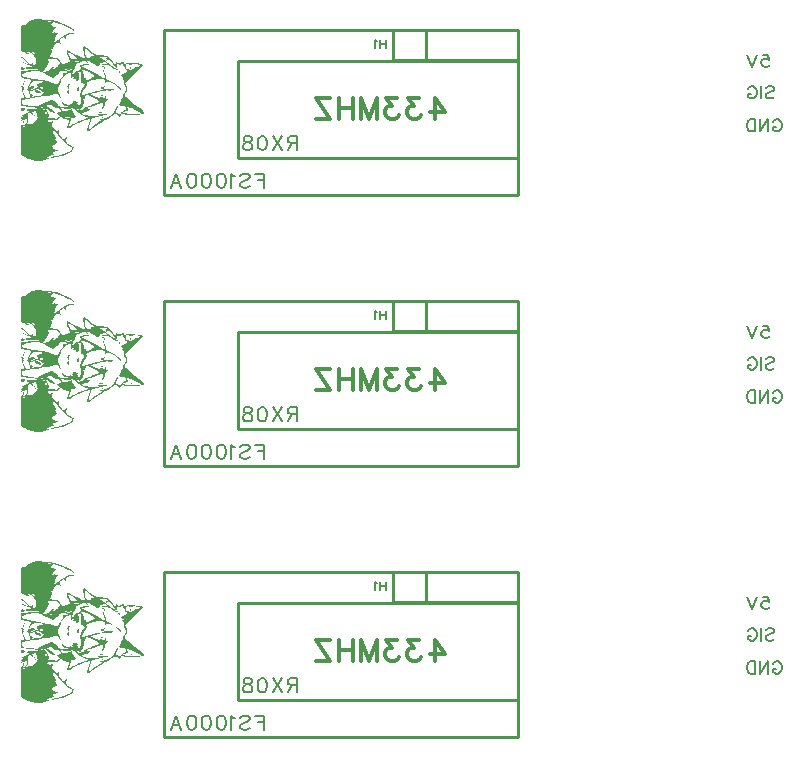
<source format=gbo>
G04 Layer: BottomSilkscreenLayer*
G04 EasyEDA Pro v1.9.28.eba1c1, 2023-02-22 19:28:42*
G04 Gerber Generator version 0.3*
G04 Scale: 100 percent, Rotated: No, Reflected: No*
G04 Dimensions in millimeters*
G04 Leading zeros omitted, absolute positions, 3 integers and 3 decimals*
G04 Panelize: Stamp Hole, Column: 1, Row: 3, Board Size: 127.734mm x 20.95mm, Panelized Board Size: 127.734mm x 82.847mm, Panelized Method: All Objects*
%FSLAX33Y33*%
%MOMM*%
%ADD10C,0.299999*%
%ADD11C,0.2*%
%ADD12C,0.15*%
%ADD13C,0.1524*%
%ADD14C,0.254*%
G75*


G04 Image Start*
G36*
G01X-6301Y5746D02*
G01X-6403Y5742D01*
G01X-6501Y5733D01*
G01X-6594Y5719D01*
G01X-6684Y5700D01*
G01X-6748Y5682D01*
G01X-6809Y5661D01*
G01X-6868Y5638D01*
G01X-6925Y5611D01*
G01X-6979Y5581D01*
G01X-7031Y5549D01*
G01X-7080Y5514D01*
G01X-7127Y5475D01*
G01X-7171Y5434D01*
G01X-7214Y5390D01*
G01X-7243Y5359D01*
G01X-7274Y5331D01*
G01X-7305Y5308D01*
G01X-7337Y5287D01*
G01X-7368Y5271D01*
G01X-7384Y5263D01*
G01X-7400Y5258D01*
G01X-7416Y5253D01*
G01X-7431Y5249D01*
G01X-7447Y5247D01*
G01X-7462Y5245D01*
G01X-7508Y5241D01*
G01X-7534Y5236D01*
G01X-7551Y5233D01*
G01X-7565Y5229D01*
G01X-7576Y5226D01*
G01X-7587Y5222D01*
G01X-7595Y5218D01*
G01X-7610Y5210D01*
G01X-7625Y5200D01*
G01X-7638Y5188D01*
G01X-7644Y5181D01*
G01X-7650Y5174D01*
G01X-7656Y5166D01*
G01X-7661Y5158D01*
G01X-7667Y5146D01*
G01X-7673Y5134D01*
G01X-7680Y5118D01*
G01X-7687Y5100D01*
G01X-7693Y5076D01*
G01X-7701Y5043D01*
G01X-7709Y4998D01*
G01X-7719Y4924D01*
G01X-7729Y4783D01*
G01X-7738Y4029D01*
G01X-7736Y3569D01*
G01X-7721Y3152D01*
G01X-7713Y3082D01*
G01Y3081D01*
G01X-6869D01*
G01X-6866Y3083D01*
G01X-6861Y3084D01*
G01X-6854D01*
G01X-6846Y3083D01*
G01X-6838Y3080D01*
G01X-6828Y3077D01*
G01X-6805Y3067D01*
G01X-6779Y3054D01*
G01X-6736Y3027D01*
G01X-6690Y2994D01*
G01X-6642Y2955D01*
G01X-6601Y2918D01*
G01X-6570Y2885D01*
G01X-6549Y2855D01*
G01X-6538Y2832D01*
G01X-6537Y2813D01*
G01X-6548Y2803D01*
G01X-6571Y2800D01*
G01X-6602Y2812D01*
G01X-6647Y2841D01*
G01X-6700Y2883D01*
G01X-6754Y2931D01*
G01X-6804Y2980D01*
G01X-6843Y3026D01*
G01X-6867Y3061D01*
G01X-6869Y3081D01*
G01X-7713D01*
G01X-7704Y3042D01*
G01X-7693Y3035D01*
G01X-7680Y3038D01*
G01X-7661Y3036D01*
G01X-7636Y3031D01*
G01X-7607Y3023D01*
G01X-7538Y2997D01*
G01X-7463Y2965D01*
G01X-7389Y2928D01*
G01X-7327Y2892D01*
G01X-7302Y2874D01*
G01X-7284Y2859D01*
G01X-7272Y2846D01*
G01X-7267Y2835D01*
G01X-7265Y2827D01*
G01X-7258Y2819D01*
G01X-7247Y2811D01*
G01X-7233Y2804D01*
G01X-7216Y2797D01*
G01X-7197Y2790D01*
G01X-7177Y2785D01*
G01X-7132Y2776D01*
G01X-7087Y2771D01*
G01X-7066Y2770D01*
G01X-7046Y2771D01*
G01X-7029Y2773D01*
G01X-7014Y2776D01*
G01X-7002Y2781D01*
G01X-6998Y2785D01*
G01X-6995Y2788D01*
G01X-6993Y2792D01*
G01Y2797D01*
G01X-6994Y2802D01*
G01X-6996Y2807D01*
G01X-6999Y2812D01*
G01X-7003Y2817D01*
G01X-7009Y2822D01*
G01X-7016Y2828D01*
G01X-7024Y2834D01*
G01X-7033Y2840D01*
G01X-7054Y2851D01*
G01X-7079Y2863D01*
G01X-7138Y2891D01*
G01X-7155Y2902D01*
G01X-7165Y2911D01*
G01X-7167Y2920D01*
G01X-7162Y2929D01*
G01X-7150Y2937D01*
G01X-7132Y2945D01*
G01X-7117Y2951D01*
G01X-7102Y2955D01*
G01X-7087Y2959D01*
G01X-7072Y2961D01*
G01X-7057Y2962D01*
G01X-7041D01*
G01X-7025Y2961D01*
G01X-7008Y2959D01*
G01X-6992Y2956D01*
G01X-6960Y2948D01*
G01X-6926Y2936D01*
G01X-6893Y2920D01*
G01X-6859Y2902D01*
G01X-6825Y2881D01*
G01X-6792Y2857D01*
G01X-6759Y2831D01*
G01X-6711Y2786D01*
G01X-6664Y2738D01*
G01X-6627Y2693D01*
G01X-6479D01*
G01X-6475Y2705D01*
G01X-6470Y2708D01*
G01X-6462Y2710D01*
G01X-6453Y2709D01*
G01X-6443Y2706D01*
G01X-6432Y2701D01*
G01X-6421Y2694D01*
G01X-6410Y2685D01*
G01X-6399Y2675D01*
G01X-6385Y2661D01*
G01X-6376Y2650D01*
G01X-6372Y2643D01*
G01Y2639D01*
G01X-6377Y2638D01*
G01X-6388Y2640D01*
G01X-6402Y2644D01*
G01X-6423Y2651D01*
G01X-6451Y2664D01*
G01X-6470Y2679D01*
G01X-6479Y2693D01*
G01X-6627D01*
G01X-6620Y2685D01*
G01X-6578Y2629D01*
G01X-6539Y2570D01*
G01X-6505Y2510D01*
G01X-6501Y2501D01*
G01X-5639D01*
G01X-5636Y2517D01*
G01X-5627Y2526D01*
G01X-5613Y2527D01*
G01X-5596Y2520D01*
G01X-5566Y2496D01*
G01X-5553Y2475D01*
G01X-5557Y2468D01*
G01X-5566Y2462D01*
G01X-5579Y2458D01*
G01X-5596Y2456D01*
G01X-5613Y2460D01*
G01X-5627Y2470D01*
G01X-5636Y2484D01*
G01X-5639Y2501D01*
G01X-6501D01*
G01X-6474Y2447D01*
G01X-6449Y2384D01*
G01X-6435Y2342D01*
G01X-6424Y2304D01*
G01X-6265D01*
G01X-6262Y2360D01*
G01X-6254Y2401D01*
G01X-6244Y2426D01*
G01X-6230Y2430D01*
G01X-6227Y2427D01*
G01X-6224Y2423D01*
G01X-6220Y2418D01*
G01X-6217Y2411D01*
G01X-6214Y2404D01*
G01X-6211Y2396D01*
G01X-6206Y2378D01*
G01X-6202Y2357D01*
G01X-6199Y2333D01*
G01X-6197Y2309D01*
G01X-6196Y2288D01*
G01X-5596D01*
G01X-5593Y2304D01*
G01X-5583Y2316D01*
G01X-5570Y2325D01*
G01X-5553Y2328D01*
G01X-5545Y2327D01*
G01X-5537Y2323D01*
G01X-5530Y2317D01*
G01X-5523Y2309D01*
G01X-5518Y2299D01*
G01X-5514Y2288D01*
G01X-5511Y2275D01*
G01X-5510Y2262D01*
G01X-5514Y2238D01*
G01X-5523Y2223D01*
G01X-5537Y2216D01*
G01X-5553Y2221D01*
G01X-5570Y2235D01*
G01X-5583Y2252D01*
G01X-5593Y2270D01*
G01X-5596Y2288D01*
G01X-6196D01*
G01Y2283D01*
G01X-6199Y2234D01*
G01X-6206Y2194D01*
G01X-6217Y2167D01*
G01X-6230Y2157D01*
G01X-6234Y2158D01*
G01X-6237Y2161D01*
G01X-6240Y2164D01*
G01X-6244Y2169D01*
G01X-6246Y2175D01*
G01X-6249Y2182D01*
G01X-6252Y2191D01*
G01X-6257Y2211D01*
G01X-6261Y2234D01*
G01X-6263Y2261D01*
G01X-6265Y2304D01*
G01X-6424D01*
G01X-6423Y2300D01*
G01X-6414Y2259D01*
G01X-6408Y2217D01*
G01X-6405Y2177D01*
G01X-6404Y2137D01*
G01X-6407Y2099D01*
G01X-6414Y2062D01*
G01X-6419Y2044D01*
G01X-6426Y2021D01*
G01X-6442Y1979D01*
G01X-6461Y1941D01*
G01X-6464Y1936D01*
G01X-5609D01*
G01X-5608Y1950D01*
G01X-5604Y1967D01*
G01X-5597Y1986D01*
G01X-5589Y2008D01*
G01X-5567Y2049D01*
G01X-5543Y2083D01*
G01X-5521Y2106D01*
G01X-5504Y2115D01*
G01X-5496Y2114D01*
G01X-5488Y2112D01*
G01X-5482Y2110D01*
G01X-5478Y2106D01*
G01X-5474Y2101D01*
G01X-5472Y2095D01*
G01X-5471Y2088D01*
G01Y2080D01*
G01X-5472Y2071D01*
G01X-5475Y2060D01*
G01X-5478Y2049D01*
G01X-5483Y2037D01*
G01X-5496Y2008D01*
G01X-5514Y1976D01*
G01X-5527Y1956D01*
G01X-5539Y1939D01*
G01X-5550Y1926D01*
G01X-5562Y1915D01*
G01X-5572Y1908D01*
G01X-5581Y1903D01*
G01X-5590Y1902D01*
G01X-5597Y1903D01*
G01X-5603Y1908D01*
G01X-5607Y1914D01*
G01X-5609Y1924D01*
G01Y1936D01*
G01X-6464D01*
G01X-6481Y1908D01*
G01X-6492Y1893D01*
G01X-6503Y1879D01*
G01X-6515Y1866D01*
G01X-6526Y1855D01*
G01X-6537Y1845D01*
G01X-6549Y1837D01*
G01X-6561Y1829D01*
G01X-6572Y1824D01*
G01X-6583Y1819D01*
G01X-6594Y1816D01*
G01X-6605Y1814D01*
G01X-6615D01*
G01X-6624Y1815D01*
G01X-6633Y1818D01*
G01X-6642Y1822D01*
G01X-6649Y1828D01*
G01X-6656Y1835D01*
G01X-6662Y1845D01*
G01X-6667Y1855D01*
G01X-6672Y1867D01*
G01X-6675Y1882D01*
G01X-6677Y1897D01*
G01X-6678Y1915D01*
G01Y1933D01*
G01X-6677Y1954D01*
G01X-6675Y1979D01*
G01Y2000D01*
G01X-6677Y2019D01*
G01X-6680Y2035D01*
G01X-6685Y2048D01*
G01X-6690Y2057D01*
G01X-6697Y2065D01*
G01X-6705Y2069D01*
G01X-6713Y2070D01*
G01X-6722Y2068D01*
G01X-6731Y2062D01*
G01X-6740Y2054D01*
G01X-6749Y2042D01*
G01X-6758Y2027D01*
G01X-6767Y2009D01*
G01X-6775Y1987D01*
G01X-6779Y1974D01*
G01X-6783Y1962D01*
G01X-6788Y1951D01*
G01X-6793Y1942D01*
G01X-6799Y1933D01*
G01X-6805Y1926D01*
G01X-6809Y1923D01*
G01X-6812Y1921D01*
G01X-6819Y1916D01*
G01X-6826Y1913D01*
G01X-6830Y1911D01*
G01X-6834D01*
G01X-6838Y1910D01*
G01X-6847D01*
G01X-6856Y1911D01*
G01X-6862Y1912D01*
G01X-6867Y1913D01*
G01X-6872Y1915D01*
G01X-6883Y1919D01*
G01X-6895Y1925D01*
G01X-6908Y1932D01*
G01X-6929Y1946D01*
G01X-6951Y1963D01*
G01X-6984Y1990D01*
G01X-7052Y2053D01*
G01X-7216Y2221D01*
G01X-7268Y2276D01*
G01X-7369Y2371D01*
G01X-7462Y2450D01*
G01X-7545Y2508D01*
G01X-7583Y2529D01*
G01X-7617Y2546D01*
G01X-7647Y2557D01*
G01X-7674Y2562D01*
G01X-7697D01*
G01X-7714Y2555D01*
G01X-7728Y2543D01*
G01X-7736Y2524D01*
G01X-7738Y2499D01*
G01X-7736Y2491D01*
G01X-7731Y2483D01*
G01X-7722Y2475D01*
G01X-7710Y2469D01*
G01X-7696Y2464D01*
G01X-7679Y2460D01*
G01X-7662Y2457D01*
G01X-7642Y2456D01*
G01X-7617Y2451D01*
G01X-7584Y2437D01*
G01X-7547Y2415D01*
G01X-7459Y2351D01*
G01X-7365Y2271D01*
G01X-7275Y2184D01*
G01X-7199Y2101D01*
G01X-7170Y2065D01*
G01X-7148Y2033D01*
G01X-7136Y2007D01*
G01X-7134Y1988D01*
G01X-7143Y1978D01*
G01X-7155Y1973D01*
G01X-7164Y1966D01*
G01X-7170Y1958D01*
G01X-7174Y1949D01*
G01Y1940D01*
G01X-7173Y1929D01*
G01X-7169Y1919D01*
G01X-7163Y1909D01*
G01X-7155Y1899D01*
G01X-7146Y1890D01*
G01X-7135Y1881D01*
G01X-7122Y1874D01*
G01X-7108Y1867D01*
G01X-7094Y1862D01*
G01X-7078Y1859D01*
G01X-7061Y1857D01*
G01X-7053D01*
G01X-7032Y1853D01*
G01X-7006Y1847D01*
G01X-6960Y1833D01*
G01X-6889Y1808D01*
G01X-6817Y1777D01*
G01X-6735Y1739D01*
G01X-6396D01*
G01X-6395Y1745D01*
G01X-6394Y1753D01*
G01X-6381Y1806D01*
G01X-6369Y1845D01*
G01X-6353Y1881D01*
G01X-6336Y1909D01*
G01X-6320Y1926D01*
G01X-6309Y1931D01*
G01X-6301Y1934D01*
G01X-6294D01*
G01X-6289Y1933D01*
G01X-6285Y1929D01*
G01X-6283Y1923D01*
G01Y1916D01*
G01X-6284Y1907D01*
G01X-6286Y1896D01*
G01X-6291Y1884D01*
G01X-6296Y1871D01*
G01X-6303Y1857D01*
G01X-6321Y1825D01*
G01X-6344Y1792D01*
G01X-6371Y1756D01*
G01X-6384Y1741D01*
G01X-6388Y1736D01*
G01X-6392Y1734D01*
G01X-6394D01*
G01X-6395Y1735D01*
G01X-6396Y1739D01*
G01X-6735D01*
G01X-6646Y1698D01*
G01X-6902Y1714D01*
G01X-6971Y1718D01*
G01X-7092D01*
G01X-7166Y1713D01*
G01X-7208Y1708D01*
G01X-7242Y1701D01*
G01X-7257Y1697D01*
G01X-7270Y1693D01*
G01X-7281Y1688D01*
G01X-7290Y1682D01*
G01X-7298Y1677D01*
G01X-7304Y1671D01*
G01Y1670D01*
G01X-5856D01*
G01X-5854Y1678D01*
G01X-5851Y1686D01*
G01X-5846Y1694D01*
G01X-5838Y1702D01*
G01X-5830Y1710D01*
G01X-5820Y1719D01*
G01X-5809Y1726D01*
G01X-5796Y1732D01*
G01X-5783Y1738D01*
G01X-5767Y1742D01*
G01X-5707Y1756D01*
G01X-5682D01*
G01X-5687Y1744D01*
G01X-5699Y1729D01*
G01X-5718Y1710D01*
G01X-5739Y1692D01*
G01X-5762Y1674D01*
G01X-5785Y1659D01*
G01X-5804Y1648D01*
G01X-5819Y1645D01*
G01X-5831Y1646D01*
G01X-5840Y1648D01*
G01X-5848Y1652D01*
G01X-5852Y1657D01*
G01X-5855Y1663D01*
G01X-5856Y1670D01*
G01X-7304D01*
G01X-7308Y1665D01*
G01X-7310Y1658D01*
G01Y1651D01*
G01X-7308Y1644D01*
G01X-7304Y1636D01*
G01X-7298Y1628D01*
G01X-7290Y1620D01*
G01X-7281Y1612D01*
G01X-7269Y1603D01*
G01X-7255Y1594D01*
G01X-7239Y1585D01*
G01X-7201Y1566D01*
G01X-7195Y1564D01*
G01X-7190Y1562D01*
G01X-5939D01*
G01X-5935Y1577D01*
G01X-5926Y1586D01*
G01X-5913Y1588D01*
G01X-5896Y1581D01*
G01X-5866Y1557D01*
G01X-5853Y1536D01*
G01X-5857Y1528D01*
G01X-5866Y1522D01*
G01X-5880Y1518D01*
G01X-5896Y1517D01*
G01X-5913Y1520D01*
G01X-5926Y1530D01*
G01X-5935Y1544D01*
G01X-5939Y1562D01*
G01X-7190D01*
G01X-7179Y1559D01*
G01X-7159Y1554D01*
G01X-7109Y1545D01*
G01X-7029Y1535D01*
G01X-6870Y1522D01*
G01X-6642Y1517D01*
G01X-6436Y1514D01*
G01X-6307Y1507D01*
G01X-6265Y1503D01*
G01X-6246Y1500D01*
G01X-6236Y1498D01*
G01X-6231Y1496D01*
G01X-6226Y1495D01*
G01X-6221Y1491D01*
G01X-6220Y1490D01*
G01Y1489D01*
G01X-6219Y1488D01*
G01X-6220Y1487D01*
G01X-6221Y1485D01*
G01X-6223Y1483D01*
G01X-6225Y1482D01*
G01X-6227Y1481D01*
G01X-6231Y1480D01*
G01X-6236Y1478D01*
G01X-6246Y1475D01*
G01X-6269Y1470D01*
G01X-6318Y1461D01*
G01X-6464Y1445D01*
G01X-6919Y1417D01*
G01X-7365Y1397D01*
G01X-7509Y1385D01*
G01X-7572Y1376D01*
G01X-7610Y1368D01*
G01X-7633Y1361D01*
G01X-7652Y1354D01*
G01X-7669Y1346D01*
G01X-7677Y1341D01*
G01X-7684Y1337D01*
G01X-7696Y1326D01*
G01X-7702Y1321D01*
G01X-7707Y1315D01*
G01X-7715Y1303D01*
G01X-7719Y1296D01*
G01X-7725Y1282D01*
G01X-7728Y1275D01*
G01X-7730Y1267D01*
G01X-7733Y1250D01*
G01X-7736Y1231D01*
G01X-7738Y1201D01*
G01Y1071D01*
G01Y805D01*
G01X-7535Y752D01*
G01X-7513Y746D01*
G01X-7325Y705D01*
G01X-7108Y668D01*
G01X-6992Y650D01*
G01X-6941Y640D01*
G01X-6914Y632D01*
G01X-6903Y627D01*
G01X-6894Y622D01*
G01X-6885Y617D01*
G01X-6878Y612D01*
G01X-6872Y606D01*
G01X-6868Y599D01*
G01X-6864Y592D01*
G01X-6862Y584D01*
G01X-6861Y575D01*
G01X-6862Y566D01*
G01Y560D01*
G01X-6738D01*
G01X-6732Y577D01*
G01X-6707Y607D01*
G01X-6686Y620D01*
G01X-6679Y616D01*
G01X-6673Y607D01*
G01X-6669Y594D01*
G01X-6667Y577D01*
G01X-6671Y560D01*
G01X-6681Y547D01*
G01X-6695Y538D01*
G01X-6713Y534D01*
G01X-6728Y538D01*
G01X-6737Y547D01*
G01X-6738Y560D01*
G01X-6862D01*
G01X-6863Y556D01*
G01X-6865Y545D01*
G01X-6869Y533D01*
G01X-6879Y506D01*
G01X-6893Y475D01*
G01X-6943Y378D01*
G01X-6977Y309D01*
G01X-7020Y210D01*
G01X-7055Y112D01*
G01X-7073Y48D01*
G01X-7081Y11D01*
G01X-7084Y-6D01*
G01X-7000D01*
G01X-6938Y176D01*
G01X-6928Y202D01*
G01X-6912Y239D01*
G01X-6900Y262D01*
G01X-6887Y284D01*
G01X-6873Y306D01*
G01X-6858Y326D01*
G01X-6842Y345D01*
G01X-6825Y364D01*
G01X-6807Y382D01*
G01X-6788Y398D01*
G01X-6768Y414D01*
G01X-6747Y428D01*
G01X-6725Y441D01*
G01X-6702Y454D01*
G01X-6665Y471D01*
G01X-6627Y486D01*
G01X-6587Y498D01*
G01X-6544Y509D01*
G01X-6499Y516D01*
G01X-6452Y522D01*
G01X-6386Y526D01*
G01X-6316D01*
G01X-6243Y523D01*
G01X-6146Y512D01*
G01X-5952Y482D01*
G01X-5878Y465D01*
G01X-5851Y457D01*
G01X-5830Y450D01*
G01X-5822Y446D01*
G01X-5816Y442D01*
G01X-5811Y438D01*
G01X-5807Y434D01*
G01X-5806Y431D01*
G01Y427D01*
G01X-5808Y424D01*
G01X-5812Y420D01*
G01X-5816Y417D01*
G01X-5823Y413D01*
G01X-5831Y409D01*
G01X-5840Y406D01*
G01X-5865Y399D01*
G01X-5913Y389D01*
G01X-5963Y378D01*
G01X-6057Y354D01*
G01X-6089Y343D01*
G01X-5682D01*
G01X-5680Y356D01*
G01X-5677Y368D01*
G01X-5671Y378D01*
G01X-5663Y388D01*
G01X-5654Y395D01*
G01X-5642Y401D01*
G01X-5631Y405D01*
G01X-5617Y406D01*
G01X-5593Y403D01*
G01X-5572Y395D01*
G01X-5559Y383D01*
G01X-5553Y368D01*
G01X-5554Y360D01*
G01X-5559Y352D01*
G01X-5564Y342D01*
G01X-5572Y334D01*
G01X-5582Y326D01*
G01X-5593Y318D01*
G01X-5605Y311D01*
G01X-5617Y305D01*
G01X-5644Y300D01*
G01X-5664Y304D01*
G01X-5677Y320D01*
G01X-5682Y343D01*
G01X-6089D01*
G01X-6141Y326D01*
G01X-6213Y294D01*
G01X-6244Y277D01*
G01X-6272Y260D01*
G01X-6296Y242D01*
G01X-6316Y224D01*
G01X-6333Y205D01*
G01X-6346Y187D01*
G01X-6354Y168D01*
G01X-6358Y149D01*
G01Y131D01*
G01X-6348Y98D01*
G01X-6332Y72D01*
G01X-6311Y57D01*
G01X-6256Y51D01*
G01X-6258Y26D01*
G01X-6270Y15D01*
G01X-6297Y-1D01*
G01X-6382Y-42D01*
G01X-6408Y-53D01*
G01X-6139D01*
G01X-6138Y-50D01*
G01X-6137Y-47D01*
G01X-6134Y-44D01*
G01X-6131Y-42D01*
G01X-6126Y-39D01*
G01X-6121Y-37D01*
G01X-6107Y-31D01*
G01X-6089Y-27D01*
G01X-5993Y-7D01*
G01X-5951Y1D01*
G01X-5918Y5D01*
G01X-5905D01*
G01X-5894Y4D01*
G01X-5885Y3D01*
G01X-5877Y-1D01*
G01X-5871Y-6D01*
G01X-5867Y-12D01*
G01X-5864Y-20D01*
G01X-5862Y-29D01*
G01X-5861Y-41D01*
G01Y-54D01*
G01X-5863Y-86D01*
G01X-5868Y-143D01*
G01X-5870Y-157D01*
G01X-5872Y-163D01*
G01X-5873Y-168D01*
G01X-5875Y-172D01*
G01X-5878Y-176D01*
G01X-5880Y-179D01*
G01X-5886Y-183D01*
G01X-5889Y-184D01*
G01X-5893D01*
G01X-5897D01*
G01X-5902D01*
G01X-5908Y-182D01*
G01X-5914Y-181D01*
G01X-5921Y-178D01*
G01X-5936Y-172D01*
G01X-6030Y-124D01*
G01X-6090Y-93D01*
G01X-6114Y-78D01*
G01X-6126Y-70D01*
G01X-6131Y-66D01*
G01X-6134Y-62D01*
G01X-6137Y-59D01*
G01X-6138Y-56D01*
G01X-6139Y-53D01*
G01X-6408D01*
G01X-6629Y-145D01*
G01X-6875Y-234D01*
G01X-6960Y-258D01*
G01X-6986Y-263D01*
G01X-6998Y-261D01*
G01X-6999Y-259D01*
G01X-6997Y-256D01*
G01X-6993Y-251D01*
G01X-6987Y-247D01*
G01X-6969Y-236D01*
G01X-6944Y-224D01*
G01X-6896Y-201D01*
G01X-6790Y-158D01*
G01X-6676Y-113D01*
G01X-6622Y-87D01*
G01X-6601Y-75D01*
G01X-6585Y-63D01*
G01X-6571Y-52D01*
G01X-6561Y-40D01*
G01X-6555Y-27D01*
G01X-6552Y-15D01*
G01Y-2D01*
G01X-6555Y12D01*
G01X-6560Y27D01*
G01X-6568Y43D01*
G01X-6578Y60D01*
G01X-6581Y65D01*
G01X-6587Y73D01*
G01X-6591Y77D01*
G01X-6597Y84D01*
G01X-6605Y89D01*
G01X-6613Y93D01*
G01X-6622Y96D01*
G01X-6627Y97D01*
G01X-6632Y98D01*
G01X-6638D01*
G01X-6644D01*
G01X-6657D01*
G01X-6672Y96D01*
G01X-6688Y92D01*
G01X-6718Y85D01*
G01X-6808Y57D01*
G01X-7000Y-6D01*
G01X-7084D01*
G01X-7090Y-42D01*
G01X-7097Y-73D01*
G01X-7102Y-89D01*
G01X-7108Y-104D01*
G01X-7111Y-110D01*
G01X-7116Y-115D01*
G01X-7120Y-120D01*
G01X-7125Y-125D01*
G01X-7130Y-129D01*
G01X-7136Y-133D01*
G01X-7142Y-136D01*
G01X-7149Y-138D01*
G01X-7157Y-140D01*
G01X-7165Y-142D01*
G01X-7184Y-145D01*
G01X-7219Y-148D01*
G01X-7316Y-149D01*
G01X-7334D01*
G01X-7370Y-147D01*
G01X-7403Y-144D01*
G01X-7432Y-139D01*
G01X-7458Y-133D01*
G01X-7481Y-126D01*
G01X-7500Y-119D01*
G01X-7508Y-115D01*
G01X-7515Y-111D01*
G01X-7520Y-107D01*
G01X-7525Y-103D01*
G01X-7528Y-99D01*
G01X-7530Y-95D01*
G01X-7531Y-91D01*
G01Y-87D01*
G01X-7529Y-84D01*
G01X-7526Y-80D01*
G01X-7521Y-77D01*
G01X-7515Y-74D01*
G01X-7507Y-71D01*
G01X-7498Y-69D01*
G01X-7487Y-66D01*
G01X-7461Y-62D01*
G01X-7428Y-61D01*
G01X-7331Y-58D01*
G01X-7428Y-12D01*
G01X-7448Y-1D01*
G01X-7467Y9D01*
G01X-7481Y19D01*
G01X-7488Y24D01*
G01X-7494Y30D01*
G01X-7499Y36D01*
G01X-7504Y41D01*
G01X-7508Y47D01*
G01X-7511Y54D01*
G01X-7513Y60D01*
G01X-7515Y68D01*
G01X-7517Y75D01*
G01Y84D01*
G01Y92D01*
G01X-7516Y102D01*
G01X-7515Y111D01*
G01X-7510Y133D01*
G01X-7503Y158D01*
G01X-7487Y201D01*
G01X-7438Y315D01*
G01X-7367Y479D01*
G01X-7358Y505D01*
G01Y521D01*
G01X-7364Y530D01*
G01X-7376Y534D01*
G01X-7393D01*
G01X-7398Y533D01*
G01X-7403Y529D01*
G01X-7409Y524D01*
G01X-7415Y516D01*
G01X-7422Y506D01*
G01X-7437Y481D01*
G01X-7452Y449D01*
G01X-7477Y391D01*
G01X-7509Y299D01*
G01X-7549Y182D01*
G01X-7567Y142D01*
G01X-7583Y114D01*
G01X-7601Y96D01*
G01X-7618Y86D01*
G01X-7638Y84D01*
G01X-7661Y88D01*
G01X-7677Y92D01*
G01X-7692Y95D01*
G01X-7704D01*
G01X-7715Y93D01*
G01X-7724Y89D01*
G01X-7730Y85D01*
G01X-7735Y79D01*
G01X-7737Y72D01*
G01Y64D01*
G01X-7735Y56D01*
G01X-7731Y47D01*
G01X-7725Y38D01*
G01X-7716Y30D01*
G01X-7704Y21D01*
G01X-7691Y14D01*
G01X-7675Y7D01*
G01X-7663Y1D01*
G01X-7652Y-8D01*
G01X-7643Y-17D01*
G01X-7637Y-28D01*
G01X-7633Y-41D01*
G01X-7631Y-53D01*
G01X-7632Y-66D01*
G01X-7635Y-79D01*
G01X-7636Y-83D01*
G01X-7637Y-87D01*
G01Y-93D01*
G01Y-100D01*
G01X-7636Y-115D01*
G01X-7632Y-144D01*
G01X-7620Y-208D01*
G01X-7606Y-262D01*
G01X-7517D01*
G01X-7516Y-250D01*
G01X-7514Y-241D01*
G01X-7511Y-232D01*
G01X-7506Y-224D01*
G01X-7501Y-218D01*
G01X-7494Y-212D01*
G01X-7486Y-208D01*
G01X-7476Y-204D01*
G01X-7466Y-202D01*
G01X-7454Y-200D01*
G01X-7440Y-198D01*
G01X-7410Y-197D01*
G01X-7309Y-201D01*
G01X-7093Y-213D01*
G01X-7052Y-344D01*
G01X-6967D01*
G01X-6965Y-343D01*
G01X-6958Y-341D01*
G01X-6933Y-337D01*
G01X-6849Y-329D01*
G01X-6837Y-328D01*
G01X-6822Y-325D01*
G01X-6790Y-318D01*
G01X-6734Y-302D01*
G01X-6674Y-280D01*
G01X-6612Y-255D01*
G01X-6554Y-226D01*
G01X-6377Y-133D01*
G01X-6043Y-282D01*
G01X-5901Y-350D01*
G01X-5813Y-397D01*
G01X-5762Y-428D01*
G01X-5735Y-448D01*
G01X-5714Y-465D01*
G01X-5706Y-473D01*
G01X-5699Y-480D01*
G01X-5694Y-487D01*
G01X-5690Y-494D01*
G01X-5688Y-500D01*
G01Y-505D01*
G01Y-511D01*
G01X-5691Y-516D01*
G01X-5695Y-520D01*
G01X-5700Y-523D01*
G01X-5708Y-526D01*
G01X-5717Y-529D01*
G01X-5727Y-531D01*
G01X-5739Y-532D01*
G01X-5768Y-533D01*
G01X-5789Y-535D01*
G01X-5808Y-539D01*
G01X-5826Y-547D01*
G01X-5842Y-556D01*
G01X-5856Y-569D01*
G01X-5868Y-583D01*
G01X-5877Y-600D01*
G01X-5884Y-619D01*
G01X-5893Y-652D01*
G01X-5908Y-697D01*
G01X-5912Y-705D01*
G01X-5913D01*
G01X-6167Y-746D01*
G01X-6225Y-753D01*
G01X-6282Y-757D01*
G01X-6338Y-759D01*
G01X-6394Y-757D01*
G01X-6448Y-752D01*
G01X-6501Y-744D01*
G01X-6552Y-734D01*
G01X-6601Y-720D01*
G01X-6648Y-705D01*
G01X-6693Y-686D01*
G01X-6736Y-665D01*
G01X-6775Y-643D01*
G01X-6800Y-626D01*
G01X-6823Y-609D01*
G01X-6844Y-591D01*
G01X-6865Y-572D01*
G01X-6883Y-553D01*
G01X-6900Y-532D01*
G01X-6915Y-511D01*
G01X-6929Y-489D01*
G01X-6940Y-466D01*
G01X-6950Y-443D01*
G01X-6958Y-419D01*
G01X-6963Y-395D01*
G01X-6966Y-370D01*
G01X-6967Y-344D01*
G01X-7052D01*
G01X-7027Y-427D01*
G01X-6925Y-756D01*
G01X-6918Y-775D01*
G01X-6915Y-790D01*
G01X-6796D01*
G01X-6786Y-760D01*
G01X-6764Y-750D01*
G01X-6741Y-753D01*
G01X-6719Y-756D01*
G01X-6700Y-761D01*
G01X-6682Y-767D01*
G01X-6666Y-773D01*
G01X-6652Y-780D01*
G01X-6641Y-786D01*
G01X-6632Y-793D01*
G01X-6627Y-800D01*
G01X-6624Y-806D01*
G01Y-812D01*
G01X-6627Y-817D01*
G01X-6634Y-822D01*
G01X-6645Y-825D01*
G01X-6659Y-828D01*
G01X-6678Y-830D01*
G01X-6724Y-827D01*
G01X-6761Y-819D01*
G01X-6786Y-806D01*
G01X-6796Y-790D01*
G01X-6915D01*
G01X-6910Y-807D01*
G01X-6908Y-820D01*
G01Y-832D01*
G01Y-842D01*
G01X-6911Y-851D01*
G01X-6915Y-859D01*
G01X-6922Y-866D01*
G01X-6930Y-872D01*
G01X-6941Y-877D01*
G01X-6954Y-881D01*
G01X-6969Y-886D01*
G01X-7031Y-899D01*
G01X-7105Y-911D01*
G01X-7141Y-915D01*
G01X-7166Y-917D01*
G01X-7189Y-916D01*
G01X-7203Y-915D01*
G01X-7217Y-913D01*
G01X-7230Y-910D01*
G01X-7242Y-907D01*
G01X-7254Y-902D01*
G01X-7265Y-897D01*
G01X-7275Y-890D01*
G01X-7285Y-882D01*
G01X-7295Y-873D01*
G01X-7305Y-864D01*
G01X-7314Y-852D01*
G01X-7322Y-840D01*
G01X-7331Y-827D01*
G01X-7344Y-804D01*
G01X-7356Y-778D01*
G01X-7378Y-728D01*
G01X-7424Y-600D01*
G01X-7494Y-384D01*
G01X-7510Y-322D01*
G01X-7516Y-289D01*
G01X-7517Y-275D01*
G01Y-262D01*
G01X-7606D01*
G01X-7587Y-338D01*
G01X-7527Y-531D01*
G01X-7444Y-778D01*
G01X-7419Y-865D01*
G01X-7412Y-897D01*
G01X-7410Y-909D01*
G01Y-920D01*
G01Y-930D01*
G01X-7411Y-938D01*
G01X-7414Y-945D01*
G01X-7417Y-950D01*
G01X-7422Y-955D01*
G01X-7427Y-958D01*
G01X-7435Y-960D01*
G01X-7443Y-961D01*
G01X-7452D01*
G01X-7462D01*
G01X-7474Y-960D01*
G01X-7567Y-944D01*
G01X-7738Y-917D01*
G01Y-1267D01*
G01X-7652D01*
G01Y-1248D01*
G01X-7650Y-1229D01*
G01X-7647Y-1212D01*
G01X-7642Y-1195D01*
G01X-7635Y-1179D01*
G01X-7627Y-1164D01*
G01X-7616Y-1151D01*
G01X-7604Y-1138D01*
G01X-7590Y-1128D01*
G01X-7574Y-1120D01*
G01X-7555Y-1113D01*
G01X-7535Y-1108D01*
G01X-6753Y-959D01*
G01X-6373Y-888D01*
G01X-5728Y-787D01*
G01X-5598Y-769D01*
G01X-5330Y-720D01*
G01X-5158Y-680D01*
G01X-5086Y-658D01*
G01X-4977Y-624D01*
G01X-4897Y-604D01*
G01X-4839Y-592D01*
G01X-4798Y-587D01*
G01X-4760Y-584D01*
G01X-4724Y-583D01*
G01X-4702Y-584D01*
G01X-4681Y-587D01*
G01X-4660Y-590D01*
G01X-4641Y-595D01*
G01X-4623Y-600D01*
G01X-4605Y-608D01*
G01X-4588Y-616D01*
G01X-4573Y-625D01*
G01X-4557Y-637D01*
G01X-4543Y-648D01*
G01X-4529Y-662D01*
G01X-4516Y-676D01*
G01X-4503Y-692D01*
G01X-4491Y-709D01*
G01X-4480Y-728D01*
G01X-4464Y-758D01*
G01X-4449Y-791D01*
G01X-4430Y-841D01*
G01X-4410Y-887D01*
G01X-4388Y-925D01*
G01X-4366Y-951D01*
G01X-4346Y-961D01*
G01X-4342Y-960D01*
G01X-4339Y-959D01*
G01X-4336Y-958D01*
G01X-4333Y-956D01*
G01X-4331Y-952D01*
G01X-4329Y-949D01*
G01X-4327Y-945D01*
G01X-4326Y-940D01*
G01X-4325Y-935D01*
G01Y-922D01*
G01X-4326Y-914D01*
G01X-4328Y-897D01*
G01X-4332Y-878D01*
G01X-4342Y-843D01*
G01X-4366Y-771D01*
G01X-4429Y-619D01*
G01X-4491Y-472D01*
G01X-4532Y-370D01*
G01X-4548Y-322D01*
G01X-4558Y-283D01*
G01X-4565Y-251D01*
G01X-4568Y-227D01*
G01X-4570Y-203D01*
G01X-4571Y-179D01*
G01Y-154D01*
G01X-4569Y-130D01*
G01X-4565Y-105D01*
G01X-4559Y-72D01*
G01X-4550Y-38D01*
G01X-4533Y14D01*
G01X-4505Y89D01*
G01X-4337Y460D01*
G01X-4306Y527D01*
G01X-4209Y755D01*
G01X-4185Y822D01*
G01X-4182Y839D01*
G01Y847D01*
G01X-4184Y854D01*
G01X-4185Y860D01*
G01X-4188Y864D01*
G01X-4191Y867D01*
G01X-4195Y868D01*
G01X-4199D01*
G01X-4204Y867D01*
G01X-4210Y865D01*
G01X-4216Y861D01*
G01X-4222Y856D01*
G01X-4229Y851D01*
G01X-4244Y836D01*
G01X-4260Y818D01*
G01X-4277Y796D01*
G01X-4304Y757D01*
G01X-4332Y712D01*
G01X-4369Y643D01*
G01X-4404Y568D01*
G01X-4417Y540D01*
G01X-4448Y476D01*
G01X-4473Y431D01*
G01X-4493Y401D01*
G01X-4513Y374D01*
G01X-4527Y359D01*
G01X-4541Y344D01*
G01X-4555Y331D01*
G01X-4569Y319D01*
G01X-4584Y308D01*
G01X-4599Y299D01*
G01X-4615Y291D01*
G01X-4631Y284D01*
G01X-4648Y278D01*
G01X-4665Y274D01*
G01X-4683Y272D01*
G01X-4701Y270D01*
G01X-4720D01*
G01X-4740Y271D01*
G01X-4760Y273D01*
G01X-4781Y276D01*
G01X-4813Y283D01*
G01X-4848Y293D01*
G01X-4897Y310D01*
G01X-4962Y338D01*
G01X-4993Y351D01*
G01X-5064Y377D01*
G01X-5183Y416D01*
G01X-5391Y471D01*
G01X-5810Y559D01*
G01X-6582Y682D01*
G01X-7011Y754D01*
G01X-7276Y815D01*
G01X-7419Y858D01*
G01X-7530Y900D01*
G01X-7572Y920D01*
G01X-7605Y941D01*
G01X-7629Y961D01*
G01X-7642Y979D01*
G01X-7644Y998D01*
G01X-7640Y1011D01*
G01X-7635Y1025D01*
G01X-7627Y1039D01*
G01X-7618Y1052D01*
G01X-7607Y1065D01*
G01X-7595Y1078D01*
G01X-7581Y1091D01*
G01X-7566Y1104D01*
G01X-7548Y1116D01*
G01X-7510Y1140D01*
G01X-7467Y1163D01*
G01X-7418Y1185D01*
G01X-7337Y1216D01*
G01X-7247Y1244D01*
G01X-7117Y1276D01*
G01X-6940Y1309D01*
G01X-6756Y1332D01*
G01X-6571Y1346D01*
G01X-6427Y1348D01*
G01X-6389Y1346D01*
G01X-5858D01*
G01X-5711Y1528D01*
G01X-5534Y1756D01*
G01X-5463Y1857D01*
G01X-5423Y1923D01*
G01X-5403Y1962D01*
G01X-5387Y1999D01*
G01X-5375Y2035D01*
G01X-5368Y2068D01*
G01X-5365Y2084D01*
G01X-5363Y2100D01*
G01X-5362Y2116D01*
G01Y2132D01*
G01X-5365Y2163D01*
G01X-5371Y2195D01*
G01X-5379Y2228D01*
G01X-5407Y2333D01*
G01X-5417Y2381D01*
G01X-5419Y2398D01*
G01Y2412D01*
G01X-5416Y2423D01*
G01X-5412Y2430D01*
G01X-5405Y2434D01*
G01X-5395Y2436D01*
G01X-5383Y2434D01*
G01X-5369Y2431D01*
G01X-5351Y2426D01*
G01X-5308Y2410D01*
G01X-5295Y2405D01*
G01X-5262Y2397D01*
G01X-5202Y2386D01*
G01X-5131Y2378D01*
G01X-5030Y2372D01*
G01X-4955D01*
G01X-4773Y2375D01*
G01X-4668Y2374D01*
G01X-4662Y2373D01*
G01X-4656Y2370D01*
G01X-4649Y2365D01*
G01X-4640Y2358D01*
G01X-4622Y2340D01*
G01X-4600Y2316D01*
G01X-4578Y2288D01*
G01X-4543Y2238D01*
G01X-4507Y2182D01*
G01X-4438Y2062D01*
G01X-4420Y2028D01*
G01X-4412Y2009D01*
G01X-4409Y2000D01*
G01X-4406Y1985D01*
G01Y1978D01*
G01X-4407Y1972D01*
G01X-4408Y1965D01*
G01X-4410Y1959D01*
G01X-4413Y1954D01*
G01X-4417Y1948D01*
G01X-4421Y1943D01*
G01X-4426Y1938D01*
G01X-4432Y1932D01*
G01X-4447Y1921D01*
G01X-4511Y1879D01*
G01X-4540Y1858D01*
G01X-4592Y1818D01*
G01X-4692Y1731D01*
G01X-4845Y1584D01*
G01X-4965Y1458D01*
G01X-4028D01*
G01Y1464D01*
G01X-4025Y1470D01*
G01X-4019Y1476D01*
G01X-4012Y1483D01*
G01X-3990Y1500D01*
G01X-3967Y1515D01*
G01X-3957Y1521D01*
G01X-3947Y1526D01*
G01X-3936Y1530D01*
G01X-3926Y1532D01*
G01X-3916Y1533D01*
G01X-3905Y1534D01*
G01X-3894Y1533D01*
G01X-3883Y1531D01*
G01X-3870Y1527D01*
G01X-3867Y1526D01*
G01X-3579D01*
G01X-3574Y1540D01*
G01X-3566Y1545D01*
G01X-3556Y1548D01*
G01X-3543Y1550D01*
G01X-3528Y1551D01*
G01X-3511Y1550D01*
G01X-3494Y1548D01*
G01X-3475Y1544D01*
G01X-3457Y1539D01*
G01X-3440Y1533D01*
G01X-3424Y1526D01*
G01X-3410Y1518D01*
G01X-3399Y1509D01*
G01X-3388Y1501D01*
G01X-3380Y1491D01*
G01X-3375Y1482D01*
G01X-3371Y1474D01*
G01X-3369Y1465D01*
G01Y1457D01*
G01X-3372Y1450D01*
G01X-3377Y1444D01*
G01X-3384Y1439D01*
G01X-3394Y1435D01*
G01X-3407Y1433D01*
G01X-3421Y1432D01*
G01X-3452Y1436D01*
G01X-3483Y1445D01*
G01X-3513Y1458D01*
G01X-3539Y1474D01*
G01X-3560Y1492D01*
G01X-3574Y1509D01*
G01X-3579Y1526D01*
G01X-3867D01*
G01X-3857Y1523D01*
G01X-3827Y1510D01*
G01X-3793Y1494D01*
G01X-3741Y1469D01*
G01X-3689Y1449D01*
G01X-3643Y1436D01*
G01X-3624Y1433D01*
G01X-3608Y1432D01*
G01X-3595Y1431D01*
G01X-3581Y1427D01*
G01X-3568Y1423D01*
G01X-3554Y1417D01*
G01X-3542Y1410D01*
G01X-3531Y1401D01*
G01X-3521Y1392D01*
G01X-3514Y1382D01*
G01X-3510Y1376D01*
G01X-3508Y1370D01*
G01X-3506Y1366D01*
G01Y1361D01*
G01Y1357D01*
G01X-3508Y1355D01*
G01X-3511Y1352D01*
G01X-3515Y1351D01*
G01X-3520Y1350D01*
G01X-3533D01*
G01X-3541Y1351D01*
G01X-3562Y1355D01*
G01X-3586Y1361D01*
G01X-3598Y1364D01*
G01X-3695Y1386D01*
G01X-3878Y1417D01*
G01X-3956Y1430D01*
G01X-3992Y1437D01*
G01X-4005Y1441D01*
G01X-4015Y1445D01*
G01X-4022Y1449D01*
G01X-4027Y1454D01*
G01X-4028Y1458D01*
G01X-4965D01*
G01X-4990Y1432D01*
G01X-5075Y1332D01*
G01X-5113Y1282D01*
G01X-5151Y1234D01*
G01X-5185Y1199D01*
G01X-5214Y1181D01*
G01X-5231Y1182D01*
G01X-5232Y1183D01*
G01X-5233Y1185D01*
G01Y1186D01*
G01Y1191D01*
G01Y1194D01*
G01X-5232Y1197D01*
G01X-5230Y1204D01*
G01X-5227Y1213D01*
G01X-5221Y1227D01*
G01X-5210Y1250D01*
G01X-5187Y1292D01*
G01X-5133Y1375D01*
G01X-5029Y1523D01*
G01X-4906Y1679D01*
G01X-4890Y1700D01*
G01X-4879Y1717D01*
G01X-4875Y1724D01*
G01X-4872Y1730D01*
G01X-4870Y1736D01*
G01X-4869Y1741D01*
G01Y1746D01*
G01X-4870Y1750D01*
G01X-4871Y1753D01*
G01X-4873Y1755D01*
G01X-4877Y1757D01*
G01X-4880Y1758D01*
G01X-4885D01*
G01X-4891D01*
G01X-4897Y1757D01*
G01X-4903Y1755D01*
G01X-4911Y1753D01*
G01X-4918Y1750D01*
G01X-4936Y1741D01*
G01X-4956Y1730D01*
G01X-4977Y1717D01*
G01X-5011Y1692D01*
G01X-5049Y1661D01*
G01X-5222Y1520D01*
G01X-5329Y1443D01*
G01X-5429Y1381D01*
G01X-5520Y1334D01*
G01X-5558Y1318D01*
G01X-5359D01*
G01X-5357Y1324D01*
G01X-5352Y1331D01*
G01X-5346Y1340D01*
G01X-5337Y1349D01*
G01X-5325Y1359D01*
G01X-5311Y1369D01*
G01X-5294Y1380D01*
G01X-5259Y1399D01*
G01X-5232Y1407D01*
G01X-5216Y1403D01*
G01X-5211Y1387D01*
G01X-5212Y1378D01*
G01X-5216Y1369D01*
G01X-5222Y1358D01*
G01X-5230Y1349D01*
G01X-5240Y1340D01*
G01X-5251Y1331D01*
G01X-5263Y1324D01*
G01X-5277Y1318D01*
G01X-5294Y1312D01*
G01X-5310Y1307D01*
G01X-5324Y1305D01*
G01X-5335Y1303D01*
G01X-5344Y1304D01*
G01X-5351Y1305D01*
G01X-5356Y1308D01*
G01X-5358Y1312D01*
G01X-5359Y1318D01*
G01X-5558D01*
G01X-5562Y1316D01*
G01X-5601Y1303D01*
G01X-5637Y1293D01*
G01X-5670Y1288D01*
G01X-5700Y1287D01*
G01X-5727Y1290D01*
G01X-5751Y1297D01*
G01X-5858Y1346D01*
G01X-6389D01*
G01X-6289Y1342D01*
G01X-6193Y1333D01*
G01X-6103Y1318D01*
G01X-6048Y1306D01*
G01X-5997Y1291D01*
G01X-5951Y1275D01*
G01X-5910Y1255D01*
G01X-5892Y1245D01*
G01X-5875Y1233D01*
G01X-5851Y1218D01*
G01X-5738Y1150D01*
G01X-5365Y951D01*
G01X-4986Y759D01*
G01X-4682Y1053D01*
G01X-4502Y1222D01*
G01X-4454Y1263D01*
G01X-4426Y1284D01*
G01X-4399Y1301D01*
G01X-4373Y1315D01*
G01X-4361Y1320D01*
G01X-4348Y1325D01*
G01X-4336Y1329D01*
G01X-4323Y1332D01*
G01X-4297Y1338D01*
G01X-4268Y1341D01*
G01X-4236Y1342D01*
G01X-4141D01*
G01X-4059Y1339D01*
G01X-3937Y1331D01*
G01X-3866Y1322D01*
G01X-3820Y1314D01*
G01X-3792Y1307D01*
G01X-3776Y1302D01*
G01X-3762Y1296D01*
G01X-3752Y1291D01*
G01X-3746Y1289D01*
G01X-3743Y1286D01*
G01X-3739Y1283D01*
G01X-3736Y1280D01*
G01X-3734Y1277D01*
G01X-3733Y1275D01*
G01X-3732Y1268D01*
G01Y1265D01*
G01X-3733Y1263D01*
G01X-3735Y1260D01*
G01X-3737Y1257D01*
G01X-3740Y1254D01*
G01X-3744Y1251D01*
G01X-3748Y1248D01*
G01X-3753Y1245D01*
G01X-3765Y1239D01*
G01X-3780Y1233D01*
G01X-3797Y1227D01*
G01X-3828Y1218D01*
G01X-3879Y1207D01*
G01X-3976Y1191D01*
G01X-4010Y1186D01*
G01X-4074Y1173D01*
G01X-4130Y1157D01*
G01X-4176Y1140D01*
G01X-4195Y1131D01*
G01X-4209Y1123D01*
G01X-4219Y1116D01*
G01X-4225Y1108D01*
G01X-4227Y1102D01*
G01X-4222Y1097D01*
G01X-4213Y1093D01*
G01X-4197Y1091D01*
G01X-4175Y1090D01*
G01X-4167Y1089D01*
G01X-4158Y1088D01*
G01X-4151Y1086D01*
G01X-4145Y1084D01*
G01X-4140Y1080D01*
G01X-4135Y1075D01*
G01X-4131Y1070D01*
G01X-4128Y1063D01*
G01X-4125Y1056D01*
G01X-4124Y1047D01*
G01X-4123Y1038D01*
G01Y1027D01*
G01X-4125Y1002D01*
G01X-4130Y972D01*
G01X-4150Y854D01*
G01X-4004Y994D01*
G01X-3972Y1022D01*
G01X-3940Y1047D01*
G01X-3907Y1071D01*
G01X-3873Y1092D01*
G01X-3843Y1108D01*
G01X-3814Y1121D01*
G01X-3789Y1129D01*
G01X-3767Y1132D01*
G01X-3749Y1134D01*
G01X-3729Y1137D01*
G01X-3709Y1144D01*
G01X-3689Y1151D01*
G01X-3670Y1161D01*
G01X-3653Y1171D01*
G01X-3638Y1184D01*
G01X-3625Y1196D01*
G01X-3615Y1208D01*
G01X-3596Y1228D01*
G01X-3578Y1245D01*
G01X-3570Y1251D01*
G01X-3562Y1256D01*
G01X-3554Y1260D01*
G01X-3547Y1263D01*
G01X-3540Y1264D01*
G01X-3534Y1265D01*
G01X-3528D01*
G01X-3522Y1263D01*
G01X-3517Y1261D01*
G01X-3512Y1257D01*
G01X-3507Y1252D01*
G01X-3503Y1246D01*
G01X-3500Y1239D01*
G01X-3496Y1231D01*
G01X-3493Y1222D01*
G01X-3490Y1212D01*
G01X-3486Y1188D01*
G01X-3484Y1159D01*
G01X-3483Y1108D01*
G01X-3487Y1026D01*
G01X-3488Y1015D01*
G01X-3411D01*
G01X-3410Y1028D01*
G01X-3409Y1041D01*
G01X-3404Y1071D01*
G01X-3395Y1107D01*
G01X-3378Y1168D01*
G01X-3336Y1283D01*
G01X-3272Y1432D01*
G01X-3213Y1552D01*
G01X-3164Y1639D01*
G01X-3128Y1694D01*
G01X-3097Y1741D01*
G01X-3073Y1784D01*
G01X-3061Y1808D01*
G01X-3052Y1831D01*
G01X-3045Y1850D01*
G01X-3043Y1859D01*
G01X-3042Y1866D01*
G01Y1880D01*
G01X-3043Y1885D01*
G01X-3045Y1889D01*
G01X-3047Y1892D01*
G01X-3051Y1895D01*
G01X-3055Y1896D01*
G01X-3059Y1897D01*
G01X-3065Y1896D01*
G01X-3071Y1895D01*
G01X-3078Y1892D01*
G01X-3086Y1889D01*
G01X-3094Y1884D01*
G01X-3103Y1879D01*
G01X-3123Y1863D01*
G01X-3146Y1844D01*
G01X-3180Y1817D01*
G01X-3212Y1794D01*
G01X-3240Y1779D01*
G01X-3259Y1773D01*
G01X-3265D01*
G01X-3269Y1775D01*
G01X-3271Y1777D01*
G01X-3272Y1781D01*
G01X-3270Y1785D01*
G01X-3267Y1790D01*
G01X-3262Y1796D01*
G01X-3256Y1802D01*
G01X-3240Y1817D01*
G01X-3218Y1834D01*
G01X-3161Y1874D01*
G01X-3071Y1929D01*
G01X-2949Y1996D01*
G01X-2845Y2045D01*
G01X-2654Y2118D01*
G01X-2444Y2185D01*
G01X-2271Y2229D01*
G01X-2217Y2238D01*
G01X-2193Y2234D01*
G01X-2112Y2106D01*
G01X-2068Y2032D01*
G01X-2059Y2014D01*
G01X-2052Y1998D01*
G01X-2050Y1991D01*
G01X-2049Y1985D01*
G01X-2048Y1980D01*
G01Y1975D01*
G01X-2049Y1970D01*
G01X-2051Y1966D01*
G01X-2053Y1962D01*
G01X-2057Y1959D01*
G01X-2061Y1956D01*
G01X-2067Y1954D01*
G01X-2073Y1951D01*
G01X-2080Y1950D01*
G01X-2097Y1947D01*
G01X-2117Y1945D01*
G01X-2204Y1944D01*
G01X-2236Y1943D01*
G01X-2272Y1939D01*
G01X-2358Y1925D01*
G01X-2498Y1894D01*
G01X-2630Y1856D01*
G01X-2702Y1830D01*
G01X-2729Y1818D01*
G01X-2750Y1806D01*
G01X-2764Y1796D01*
G01X-2768Y1787D01*
G01X-2767Y1780D01*
G01X-2764Y1772D01*
G01X-2758Y1763D01*
G01X-2751Y1753D01*
G01X-2750Y1752D01*
G01X-2607D01*
G01X-2441Y1802D01*
G01X-2404Y1812D01*
G01X-2340Y1826D01*
G01X-2247Y1842D01*
G01X-2155Y1852D01*
G01X-2093Y1855D01*
G01X-2040Y1856D01*
G01X-1984Y1859D01*
G01X-1963Y1861D01*
G01X-1955Y1863D01*
G01X-1947Y1865D01*
G01X-1941Y1868D01*
G01X-1935Y1871D01*
G01X-1930Y1875D01*
G01X-1927Y1879D01*
G01X-1924Y1883D01*
G01X-1922Y1888D01*
G01Y1894D01*
G01Y1901D01*
G01X-1923Y1909D01*
G01X-1925Y1917D01*
G01X-1927Y1926D01*
G01X-1931Y1936D01*
G01X-1941Y1959D01*
G01X-1998Y2074D01*
G01X-2084Y2243D01*
G01X-1981D01*
G01X-1970Y2242D01*
G01X-1957Y2241D01*
G01X-1946Y2238D01*
G01X-1933Y2235D01*
G01X-1922Y2231D01*
G01X-1910Y2226D01*
G01X-1898Y2220D01*
G01X-1887Y2213D01*
G01X-1876Y2206D01*
G01X-1865Y2198D01*
G01X-1854Y2189D01*
G01X-1844Y2179D01*
G01X-1834Y2169D01*
G01X-1824Y2158D01*
G01X-1816Y2147D01*
G01X-1807Y2135D01*
G01X-1776Y2094D01*
G01X-1747Y2065D01*
G01X-1720Y2049D01*
G01X-1700D01*
G01X-1692Y2052D01*
G01X-1681D01*
G01X-1670Y2050D01*
G01X-1659Y2045D01*
G01X-1646Y2038D01*
G01X-1633Y2029D01*
G01X-1621Y2018D01*
G01X-1609Y2006D01*
G01X-1597Y1993D01*
G01X-1584Y1982D01*
G01X-1569Y1973D01*
G01X-1554Y1965D01*
G01X-1540Y1960D01*
G01X-1525Y1958D01*
G01X-1512D01*
G01X-1500Y1961D01*
G01X-1488Y1963D01*
G01X-1476D01*
G01X-1464Y1959D01*
G01X-1453Y1952D01*
G01X-1442Y1943D01*
G01X-1433Y1931D01*
G01X-1425Y1917D01*
G01X-1418Y1901D01*
G01X-1413Y1886D01*
G01X-1405Y1872D01*
G01X-1396Y1859D01*
G01X-1386Y1848D01*
G01X-1374Y1837D01*
G01X-1361Y1828D01*
G01X-1347Y1819D01*
G01X-1332Y1812D01*
G01X-1317Y1806D01*
G01X-1300Y1801D01*
G01X-1284Y1797D01*
G01X-1266Y1794D01*
G01X-1249Y1792D01*
G01X-1231Y1791D01*
G01X-1213Y1792D01*
G01X-1195Y1793D01*
G01X-1177Y1795D01*
G01X-1160Y1798D01*
G01X-1142Y1802D01*
G01X-1126Y1807D01*
G01X-1110Y1814D01*
G01X-1095Y1821D01*
G01X-1081Y1828D01*
G01X-1067Y1837D01*
G01X-1055Y1847D01*
G01X-1044Y1858D01*
G01X-1035Y1869D01*
G01X-1027Y1882D01*
G01X-1020Y1895D01*
G01X-1015Y1909D01*
G01X-1012Y1924D01*
G01X-1011Y1940D01*
G01Y1951D01*
G01X-1010Y1961D01*
G01X-1008Y1970D01*
G01X-1005Y1979D01*
G01X-1001Y1987D01*
G01X-996Y1994D01*
G01X-991Y2001D01*
G01X-984Y2007D01*
G01X-976Y2013D01*
G01X-968Y2018D01*
G01X-958Y2022D01*
G01X-947Y2026D01*
G01X-936Y2029D01*
G01X-923Y2033D01*
G01X-894Y2037D01*
G01X-864Y2042D01*
G01X-839Y2049D01*
G01X-817Y2058D01*
G01X-800Y2070D01*
G01X-786Y2084D01*
G01X-775Y2102D01*
G01X-767Y2122D01*
G01X-762Y2147D01*
G01X-757Y2178D01*
G01X-754Y2190D01*
G01X-753Y2196D01*
G01X-751Y2200D01*
G01X-749Y2204D01*
G01X-744Y2210D01*
G01X-742Y2212D01*
G01X-739Y2214D01*
G01X-735Y2215D01*
G01X-731D01*
G01X-726Y2214D01*
G01X-721Y2213D01*
G01X-716Y2212D01*
G01X-710Y2209D01*
G01X-695Y2202D01*
G01X-669Y2187D01*
G01X-561Y2114D01*
G01X-442Y2030D01*
G01X-403Y1999D01*
G01X-385Y1983D01*
G01X-378Y1975D01*
G01X-373Y1969D01*
G01X-370Y1963D01*
G01X-368Y1957D01*
G01X-367Y1952D01*
G01X-368Y1948D01*
G01X-370Y1945D01*
G01X-375Y1942D01*
G01X-380Y1939D01*
G01X-388Y1936D01*
G01X-396Y1935D01*
G01X-419Y1933D01*
G01X-447Y1932D01*
G01X-570Y1938D01*
G01X-667Y1940D01*
G01X-752Y1934D01*
G01X-787Y1929D01*
G01X-816Y1923D01*
G01X-839Y1915D01*
G01X-853Y1906D01*
G01X-856Y1902D01*
G01X-858Y1899D01*
G01X-860Y1896D01*
G01X-861Y1893D01*
G01X-862Y1891D01*
G01Y1888D01*
G01X-861Y1886D01*
G01X-860Y1884D01*
G01X-858Y1882D01*
G01X-854Y1879D01*
G01X-847Y1876D01*
G01X-843Y1874D01*
G01X-831Y1870D01*
G01X-817Y1868D01*
G01X-790Y1864D01*
G01X-745Y1861D01*
G01X-616Y1858D01*
G01X-511Y1857D01*
G01X-419Y1851D01*
G01X-360Y1845D01*
G01X-316Y1837D01*
G01X-275Y1827D01*
G01X-235Y1815D01*
G01X-196Y1801D01*
G01X-156Y1784D01*
G01X-117Y1763D01*
G01X-68Y1733D01*
G01X-4Y1691D01*
G01X114Y1601D01*
G01X176Y1556D01*
G01X238Y1516D01*
G01X300Y1483D01*
G01X358Y1456D01*
G01X393Y1442D01*
G01X425Y1432D01*
G01X454Y1425D01*
G01X466Y1423D01*
G01X478Y1422D01*
G01X488D01*
G01X496Y1423D01*
G01X503Y1425D01*
G01X509Y1429D01*
G01X513Y1433D01*
G01X515Y1439D01*
G01X516Y1445D01*
G01X514Y1453D01*
G01X511Y1463D01*
G01X505Y1473D01*
G01X497Y1484D01*
G01X487Y1497D01*
G01X462Y1521D01*
G01X435Y1538D01*
G01X408Y1547D01*
G01X386D01*
G01X383Y1546D01*
G01X379D01*
G01X374Y1547D01*
G01X369Y1549D01*
G01X363Y1551D01*
G01X349Y1557D01*
G01X323Y1571D01*
G01X279Y1596D01*
G01X169Y1669D01*
G01X4Y1791D01*
G01X-642Y2277D01*
G01X-896Y2453D01*
G01X-1015Y2531D01*
G01X-917Y2557D01*
G01X-841Y2574D01*
G01X-766Y2583D01*
G01X-694Y2586D01*
G01X-660Y2584D01*
G01X-627Y2581D01*
G01X-596Y2576D01*
G01X-566Y2569D01*
G01X-538Y2561D01*
G01X-512Y2551D01*
G01X-487Y2539D01*
G01X-465Y2526D01*
G01X-446Y2511D01*
G01X-429Y2495D01*
G01X-393Y2452D01*
G01X-383Y2437D01*
G01X-378Y2426D01*
G01X-379Y2419D01*
G01X-385Y2414D01*
G01X-396Y2413D01*
G01X-411Y2415D01*
G01X-453Y2419D01*
G01X-488Y2421D01*
G01X-518Y2420D01*
G01X-541Y2416D01*
G01X-557Y2408D01*
G01X-566Y2398D01*
G01X-567Y2386D01*
G01X-561Y2371D01*
G01X-558Y2367D01*
G01X-554Y2362D01*
G01X-548Y2358D01*
G01X-541Y2355D01*
G01X-533Y2351D01*
G01X-525Y2347D01*
G01X-505Y2341D01*
G01X-483Y2336D01*
G01X-458Y2332D01*
G01X-433Y2329D01*
G01X-406Y2328D01*
G01X-379D01*
G01X-346Y2326D01*
G01X-323Y2324D01*
G01X-301Y2320D01*
G01X-279Y2314D01*
G01X-265Y2310D01*
G01X-251Y2305D01*
G01X-238Y2300D01*
G01X-225Y2293D01*
G01X-212Y2285D01*
G01X-192Y2273D01*
G01X-172Y2258D01*
G01X-151Y2241D01*
G01X-124Y2214D01*
G01X-87Y2174D01*
G01X-30Y2104D01*
G01X99Y1925D01*
G01X219Y1756D01*
G01X278Y1681D01*
G01X302Y1655D01*
G01X323Y1635D01*
G01X332Y1627D01*
G01X340Y1622D01*
G01X348Y1618D01*
G01X355Y1615D01*
G01X361D01*
G01X366Y1616D01*
G01X371Y1618D01*
G01X375Y1623D01*
G01X379Y1629D01*
G01X382Y1636D01*
G01X385Y1645D01*
G01X387Y1656D01*
G01X388Y1668D01*
G01X390Y1696D01*
G01Y1751D01*
G01Y1799D01*
G01X392Y1840D01*
G01X394Y1863D01*
G01X398Y1883D01*
G01X401Y1892D01*
G01X404Y1899D01*
G01X407Y1907D01*
G01X411Y1913D01*
G01X415Y1918D01*
G01X420Y1923D01*
G01X424Y1927D01*
G01X430Y1930D01*
G01X436Y1933D01*
G01X442Y1935D01*
G01X449Y1936D01*
G01X456D01*
G01X464D01*
G01X472Y1935D01*
G01X481Y1934D01*
G01X500Y1929D01*
G01X522Y1922D01*
G01X558Y1906D01*
G01X576Y1898D01*
G01X607Y1887D01*
G01X621Y1883D01*
G01X633Y1880D01*
G01X646Y1878D01*
G01X657D01*
G01X668Y1879D01*
G01X679Y1882D01*
G01X690Y1886D01*
G01X701Y1891D01*
G01X712Y1898D01*
G01X724Y1907D01*
G01X737Y1917D01*
G01X765Y1942D01*
G01X806Y1980D01*
G01X832Y2000D01*
G01X846Y2010D01*
G01X853Y2014D01*
G01X859Y2017D01*
G01X865Y2020D01*
G01X871Y2021D01*
G01X876Y2022D01*
G01X880D01*
G01X885Y2021D01*
G01X890Y2020D01*
G01X894Y2017D01*
G01X898Y2014D01*
G01X901Y2011D01*
G01X905Y2006D01*
G01X908Y2000D01*
G01X911Y1994D01*
G01X914Y1986D01*
G01X920Y1970D01*
G01X927Y1949D01*
G01X939Y1898D01*
G01X943Y1883D01*
G01X1108D01*
G01X1109Y1887D01*
G01X1113Y1891D01*
G01X1118Y1895D01*
G01X1126Y1899D01*
G01X1137Y1903D01*
G01X1166Y1911D01*
G01X1229Y1924D01*
G01X1264Y1929D01*
G01X1297Y1932D01*
G01X1329Y1933D01*
G01X1359D01*
G01X1386Y1930D01*
G01X1409Y1925D01*
G01X1428Y1918D01*
G01X1442Y1910D01*
G01X1449Y1905D01*
G01X1457Y1900D01*
G01X1467Y1897D01*
G01X1478Y1893D01*
G01X1489Y1891D01*
G01X1503Y1889D01*
G01X1516Y1888D01*
G01X1548Y1887D01*
G01X1583Y1888D01*
G01X1623Y1892D01*
G01X1688Y1901D01*
G01X1732Y1909D01*
G01X1798Y1915D01*
G01X1919Y1920D01*
G01X2046Y1919D01*
G01X2150Y1913D01*
G01X2253Y1902D01*
G01X2331Y1892D01*
G01X2365Y1885D01*
G01X2385Y1880D01*
G01X2396Y1876D01*
G01X2405Y1872D01*
G01X2408Y1870D01*
G01X2415Y1866D01*
G01X2417Y1864D01*
G01X2419Y1861D01*
G01X2420Y1859D01*
G01X2421Y1854D01*
G01Y1852D01*
G01X2419Y1847D01*
G01X2417Y1844D01*
G01X2415Y1841D01*
G01X2409Y1835D01*
G01X2405Y1832D01*
G01X2396Y1826D01*
G01X2386Y1819D01*
G01X2366Y1808D01*
G01X2324Y1789D01*
G01X2188Y1734D01*
G01X2044Y1676D01*
G01X1853Y1590D01*
G01X1774Y1549D01*
G01X1687Y1501D01*
G01X1611Y1465D01*
G01X1547Y1439D01*
G01X1519Y1430D01*
G01X1495Y1424D01*
G01X1474Y1421D01*
G01X1455D01*
G01X1441Y1423D01*
G01X1430Y1428D01*
G01X1422Y1437D01*
G01X1417Y1448D01*
G01Y1462D01*
G01X1420Y1478D01*
G01X1422Y1490D01*
G01X1424Y1501D01*
G01X1425Y1511D01*
G01Y1519D01*
G01X1423Y1527D01*
G01X1421Y1534D01*
G01X1417Y1539D01*
G01X1411Y1544D01*
G01X1404Y1548D01*
G01X1395Y1551D01*
G01X1385Y1554D01*
G01X1373Y1556D01*
G01X1342Y1559D01*
G01X1304Y1560D01*
G01X1261D01*
G01X1229Y1563D01*
G01X1216Y1565D01*
G01X1206Y1568D01*
G01X1197Y1572D01*
G01X1191Y1578D01*
G01X1187Y1584D01*
G01X1184Y1593D01*
G01X1183Y1603D01*
G01Y1615D01*
G01X1184Y1629D01*
G01X1187Y1645D01*
G01X1194Y1684D01*
G01X1201Y1717D01*
G01X1204Y1745D01*
G01X1203Y1770D01*
G01X1199Y1791D01*
G01X1192Y1809D01*
G01X1181Y1825D01*
G01X1165Y1838D01*
G01X1146Y1851D01*
G01X1125Y1863D01*
G01X1118Y1869D01*
G01X1113Y1874D01*
G01X1109Y1879D01*
G01X1108Y1883D01*
G01X943D01*
G01X946Y1871D01*
G01X955Y1846D01*
G01X966Y1821D01*
G01X978Y1799D01*
G01X991Y1779D01*
G01X1004Y1763D01*
G01X1017Y1751D01*
G01X1030Y1743D01*
G01X1053Y1729D01*
G01X1068Y1709D01*
G01X1074Y1686D01*
G01X1070Y1661D01*
G01X1064Y1642D01*
G01X1061Y1624D01*
G01X1059Y1606D01*
G01X1060Y1590D01*
G01X1062Y1573D01*
G01X1066Y1558D01*
G01X1072Y1543D01*
G01X1081Y1530D01*
G01X1090Y1518D01*
G01X1102Y1507D01*
G01X1115Y1497D01*
G01X1129Y1489D01*
G01X1145Y1483D01*
G01X1162Y1478D01*
G01X1180Y1475D01*
G01X1200Y1474D01*
G01X1230Y1473D01*
G01X1247Y1472D01*
G01X1261Y1470D01*
G01X1267Y1468D01*
G01X1273Y1467D01*
G01X1282Y1462D01*
G01X1289Y1456D01*
G01X1291Y1452D01*
G01X1293Y1448D01*
G01X1294Y1444D01*
G01X1295Y1439D01*
G01Y1433D01*
G01Y1427D01*
G01X1294Y1421D01*
G01X1290Y1407D01*
G01X1284Y1389D01*
G01X1270Y1359D01*
G01X1236Y1295D01*
G01X1227Y1280D01*
G01X1218Y1265D01*
G01X1208Y1252D01*
G01X1197Y1240D01*
G01X1186Y1228D01*
G01X1174Y1217D01*
G01X1161Y1208D01*
G01X1147Y1198D01*
G01X1132Y1189D01*
G01X1116Y1181D01*
G01X1098Y1174D01*
G01X1080Y1167D01*
G01X1039Y1155D01*
G01X992Y1144D01*
G01X974Y1140D01*
G01X941Y1132D01*
G01X911Y1122D01*
G01X884Y1112D01*
G01X861Y1100D01*
G01X850Y1093D01*
G01X841Y1087D01*
G01X832Y1080D01*
G01X824Y1073D01*
G01X816Y1065D01*
G01X810Y1058D01*
G01X805Y1050D01*
G01X800Y1042D01*
G01X797Y1034D01*
G01X794Y1026D01*
G01X792Y1017D01*
G01X791Y1008D01*
G01X790Y1000D01*
G01X791Y991D01*
G01X793Y981D01*
G01X796Y972D01*
G01X799Y963D01*
G01X803Y953D01*
G01X809Y943D01*
G01X815Y934D01*
G01X822Y924D01*
G01X830Y914D01*
G01X839Y904D01*
G01X846Y896D01*
G01X854Y890D01*
G01X863Y883D01*
G01X871Y878D01*
G01X879Y874D01*
G01X888Y871D01*
G01X898Y868D01*
G01X907Y866D01*
G01X917Y865D01*
G01X928D01*
G01X939Y866D01*
G01X950Y867D01*
G01X962Y870D01*
G01X975Y873D01*
G01X1002Y881D01*
G01X1012Y885D01*
G01X1035Y891D01*
G01X1040D01*
G01X1045D01*
G01X1049D01*
G01X1052Y890D01*
G01X1053Y888D01*
G01X1054Y886D01*
G01Y883D01*
G01Y880D01*
G01X1050Y873D01*
G01X1046Y869D01*
G01X1042Y865D01*
G01X1032Y855D01*
G01X1020Y844D01*
G01X997Y827D01*
G01X968Y808D01*
G01X936Y789D01*
G01X900Y771D01*
G01X881Y759D01*
G01X876Y748D01*
G01X883Y736D01*
G01X904Y724D01*
G01X913Y718D01*
G01X922Y710D01*
G01X928Y700D01*
G01X933Y689D01*
G01X936Y677D01*
G01Y664D01*
G01X935Y651D01*
G01X931Y639D01*
G01X927Y625D01*
G01X924Y614D01*
G01X922Y604D01*
G01Y596D01*
G01X923Y590D01*
G01X927Y585D01*
G01X931Y582D01*
G01X938Y580D01*
G01X946D01*
G01X957Y582D01*
G01X969Y585D01*
G01X999Y597D01*
G01X1059Y626D01*
G01X1100Y647D01*
G01X1118Y655D01*
G01X1124Y657D01*
G01X1128Y658D01*
G01X1129Y657D01*
G01Y654D01*
G01X1127Y650D01*
G01X1124Y645D01*
G01X1118Y637D01*
G01X1077Y591D01*
G01X1069Y580D01*
G01X1053Y560D01*
G01X1039Y539D01*
G01X1028Y518D01*
G01X1023Y507D01*
G01X1019Y496D01*
G01X1015Y485D01*
G01X1013Y473D01*
G01X1010Y461D01*
G01X1009Y449D01*
G01X1007Y436D01*
G01Y410D01*
G01X1009Y383D01*
G01X1013Y354D01*
G01X1020Y322D01*
G01X1034Y271D01*
G01X1054Y214D01*
G01X1088Y129D01*
G01X1107Y82D01*
G01X1135Y10D01*
G01X1150Y-37D01*
G01X1158Y-72D01*
G01X1163Y-98D01*
G01X1166Y-122D01*
G01X1167Y-147D01*
G01Y-172D01*
G01X1165Y-196D01*
G01X1162Y-221D01*
G01X1157Y-247D01*
G01X1147Y-282D01*
G01X1135Y-321D01*
G01X1116Y-371D01*
G01X1063Y-491D01*
G01X1040Y-539D01*
G01X965Y-716D01*
G01X943Y-777D01*
G01X938Y-796D01*
G01X937Y-800D01*
G01X935Y-805D01*
G01X931Y-816D01*
G01X918Y-847D01*
G01X876Y-936D01*
G01X749Y-1173D01*
G01X711Y-1241D01*
G01X692Y-1276D01*
G01X803D01*
G01X810Y-1259D01*
G01X834Y-1229D01*
G01X855Y-1217D01*
G01X863Y-1220D01*
G01X868Y-1229D01*
G01X872Y-1243D01*
G01X874Y-1259D01*
G01X870Y-1276D01*
G01X861Y-1290D01*
G01X846Y-1299D01*
G01X829Y-1302D01*
G01X813Y-1299D01*
G01X804Y-1290D01*
G01X803Y-1276D01*
G01X692D01*
G01X658Y-1342D01*
G01X637Y-1390D01*
G01X625Y-1422D01*
G01X619Y-1442D01*
G01X615Y-1460D01*
G01X613Y-1477D01*
G01X612Y-1485D01*
G01Y-1493D01*
G01X613Y-1507D01*
G01X616Y-1520D01*
G01X618Y-1526D01*
G01X624Y-1537D01*
G01X628Y-1543D01*
G01X632Y-1548D01*
G01X637Y-1553D01*
G01X647Y-1562D01*
G01X653Y-1566D01*
G01X659Y-1570D01*
G01X674Y-1578D01*
G01X690Y-1584D01*
G01X709Y-1591D01*
G01X729Y-1596D01*
G01X765Y-1603D01*
G01X819Y-1611D01*
G01X974Y-1625D01*
G01X1076Y-1633D01*
G01X1097Y-1637D01*
G01X1115Y-1641D01*
G01X1122Y-1643D01*
G01X1129Y-1646D01*
G01X1136Y-1649D01*
G01X1142Y-1653D01*
G01X1147Y-1657D01*
G01X1152Y-1661D01*
G01X1157Y-1666D01*
G01X1161Y-1672D01*
G01X1165Y-1678D01*
G01X1168Y-1685D01*
G01X1172Y-1692D01*
G01X1178Y-1708D01*
G01X1183Y-1728D01*
G01X1200Y-1807D01*
G01X1208Y-1847D01*
G01X1212Y-1879D01*
G01Y-1891D01*
G01Y-1902D01*
G01X1210Y-1912D01*
G01X1207Y-1919D01*
G01X1203Y-1926D01*
G01X1198Y-1931D01*
G01X1191Y-1935D01*
G01X1183Y-1939D01*
G01X1174Y-1941D01*
G01X1163Y-1942D01*
G01X1136Y-1943D01*
G01X1118Y-1944D01*
G01X1100Y-1948D01*
G01X1085Y-1953D01*
G01X1071Y-1961D01*
G01X1061Y-1970D01*
G01X1052Y-1981D01*
G01X1047Y-1993D01*
G01X1045Y-2006D01*
G01X1044Y-2019D01*
G01X1041Y-2030D01*
G01X1035Y-2039D01*
G01X1028Y-2045D01*
G01X1019Y-2048D01*
G01X1008Y-2050D01*
G01X995Y-2048D01*
G01X981Y-2044D01*
G01X968Y-2040D01*
G01X954D01*
G01X941Y-2042D01*
G01X928Y-2046D01*
G01X917Y-2053D01*
G01X906Y-2062D01*
G01X898Y-2074D01*
G01X891Y-2088D01*
G01X877Y-2115D01*
G01X857Y-2136D01*
G01X835Y-2151D01*
G01X812Y-2156D01*
G01X807Y-2157D01*
G01X801Y-2158D01*
G01X794Y-2162D01*
G01X789Y-2164D01*
G01X960D01*
G01X963Y-2156D01*
G01X969Y-2147D01*
G01X980Y-2137D01*
G01X995Y-2126D01*
G01X1012Y-2115D01*
G01X1055Y-2092D01*
G01X1102Y-2071D01*
G01X1153Y-2052D01*
G01X1201Y-2038D01*
G01X1223Y-2033D01*
G01X1243Y-2029D01*
G01X1261Y-2028D01*
G01X1272D01*
G01X1290Y-2027D01*
G01X1307Y-2025D01*
G01X1314Y-2023D01*
G01X1321Y-2021D01*
G01X1334Y-2016D01*
G01X1344Y-2010D01*
G01X1348Y-2006D01*
G01X1351Y-2002D01*
G01X1354Y-1997D01*
G01X1357Y-1992D01*
G01X1361Y-1981D01*
G01X1362Y-1975D01*
G01Y-1968D01*
G01Y-1960D01*
G01Y-1953D01*
G01X1361Y-1944D01*
G01X1357Y-1926D01*
G01X1352Y-1906D01*
G01X1345Y-1883D01*
G01X1324Y-1831D01*
G01X1318Y-1816D01*
G01X1304Y-1777D01*
G01X1297Y-1755D01*
G01X1293Y-1737D01*
G01X1292Y-1729D01*
G01X1291Y-1721D01*
G01X1292Y-1715D01*
G01X1293Y-1709D01*
G01X1294Y-1704D01*
G01X1297Y-1700D01*
G01X1300Y-1697D01*
G01X1304Y-1694D01*
G01X1309Y-1693D01*
G01X1314Y-1692D01*
G01X1320Y-1691D01*
G01X1327Y-1692D01*
G01X1335Y-1693D01*
G01X1344Y-1695D01*
G01X1353Y-1697D01*
G01X1375Y-1705D01*
G01X1413Y-1721D01*
G01X1477Y-1753D01*
G01X1504Y-1765D01*
G01X1530Y-1776D01*
G01X1555Y-1785D01*
G01X1579Y-1791D01*
G01X1601Y-1796D01*
G01X1620Y-1797D01*
G01X1635D01*
G01X1646Y-1793D01*
G01X1651Y-1791D01*
G01X1658Y-1790D01*
G01X1665D01*
G01X1673Y-1791D01*
G01X1683Y-1794D01*
G01X1693Y-1797D01*
G01X1717Y-1806D01*
G01X1742Y-1819D01*
G01X1770Y-1835D01*
G01X1799Y-1853D01*
G01X1828Y-1874D01*
G01X1844Y-1886D01*
G01X1883Y-1912D01*
G01X1970Y-1963D01*
G01X2120Y-2041D01*
G01X2260Y-2105D01*
G01X2552Y-2229D01*
G01X2259Y-2251D01*
G01X2145Y-2259D01*
G01X1801Y-2270D01*
G01X1479Y-2263D01*
G01X1211Y-2242D01*
G01X1077Y-2221D01*
G01X1028Y-2208D01*
G01X991Y-2195D01*
G01X968Y-2180D01*
G01X960Y-2164D01*
G01X789D01*
G01X787Y-2165D01*
G01X780Y-2170D01*
G01X773Y-2175D01*
G01X758Y-2189D01*
G01X743Y-2205D01*
G01X727Y-2224D01*
G01X713Y-2245D01*
G01X701Y-2267D01*
G01X641Y-2378D01*
G01X548Y-2262D01*
G01X528Y-2239D01*
G01X508Y-2219D01*
G01X488Y-2202D01*
G01X468Y-2188D01*
G01X450Y-2178D01*
G01X433Y-2173D01*
G01X419Y-2171D01*
G01X407Y-2175D01*
G01X398Y-2180D01*
G01X389Y-2185D01*
G01X380Y-2189D01*
G01X372Y-2192D01*
G01X365Y-2194D01*
G01X358Y-2195D01*
G01X352D01*
G01X345D01*
G01X340Y-2194D01*
G01X335Y-2192D01*
G01X331Y-2189D01*
G01X327Y-2185D01*
G01X323Y-2181D01*
G01X320Y-2176D01*
G01X318Y-2170D01*
G01X316Y-2164D01*
G01X314Y-2156D01*
G01X313Y-2149D01*
G01Y-2140D01*
G01Y-2131D01*
G01X315Y-2111D01*
G01X320Y-2088D01*
G01X326Y-2063D01*
G01X339Y-2021D01*
G01X358Y-1974D01*
G01X398Y-1880D01*
G01X452Y-1737D01*
G01X467Y-1686D01*
G01X473Y-1648D01*
G01X472Y-1622D01*
G01X464Y-1606D01*
G01X449Y-1601D01*
G01X431Y-1606D01*
G01X416Y-1618D01*
G01X406Y-1636D01*
G01X403Y-1659D01*
G01X401Y-1672D01*
G01X396Y-1687D01*
G01X388Y-1704D01*
G01X377Y-1722D01*
G01X365Y-1740D01*
G01X350Y-1759D01*
G01X334Y-1777D01*
G01X316Y-1794D01*
G01X283Y-1827D01*
G01X258Y-1862D01*
G01X241Y-1894D01*
G01X236Y-1918D01*
G01X238Y-1943D01*
G01X239Y-1959D01*
G01X238Y-1974D01*
G01X237Y-1988D01*
G01X234Y-2002D01*
G01X230Y-2016D01*
G01X225Y-2030D01*
G01X218Y-2045D01*
G01X210Y-2059D01*
G01X195Y-2084D01*
G01X168Y-2120D01*
G01X113Y-2186D01*
G01X76Y-2227D01*
G01X35Y-2266D01*
G01X-23Y-2315D01*
G01X-85Y-2363D01*
G01X-166Y-2417D01*
G01X-252Y-2468D01*
G01X-343Y-2516D01*
G01X-437Y-2558D01*
G01X-533Y-2596D01*
G01X-630Y-2628D01*
G01X-711Y-2650D01*
G01X-791Y-2668D01*
G01X-907Y-2693D01*
G01X-998Y-2720D01*
G01X-1055Y-2745D01*
G01X-1069Y-2766D01*
G01X-1066Y-2769D01*
G01X-1061Y-2773D01*
G01X-1056Y-2776D01*
G01X-1049Y-2779D01*
G01X-1041Y-2781D01*
G01X-1032Y-2783D01*
G01X-1023Y-2785D01*
G01X-1013Y-2786D01*
G01X-990Y-2787D01*
G01X-966Y-2786D01*
G01X-940Y-2784D01*
G01X-913Y-2780D01*
G01X-893Y-2776D01*
G01X-868Y-2772D01*
G01X-855Y-2771D01*
G01X-847D01*
G01X-843Y-2772D01*
G01X-841Y-2773D01*
G01X-840Y-2775D01*
G01X-839Y-2777D01*
G01Y-2779D01*
G01X-841Y-2782D01*
G01X-843Y-2785D01*
G01X-846Y-2789D01*
G01X-850Y-2793D01*
G01X-861Y-2804D01*
G01X-885Y-2823D01*
G01X-1014Y-2916D01*
G01X-1669Y-3381D01*
G01X-1846Y-3515D01*
G01X-1907Y-3570D01*
G01X-2010Y-3667D01*
G01X-1986Y-3563D01*
G01X-1913Y-3224D01*
G01X-1907Y-3199D01*
G01X-1886Y-3118D01*
G01X-1840Y-2974D01*
G01X-1800Y-2866D01*
G01X-1770Y-2799D01*
G01X-1675Y-2609D01*
G01X-1247Y-2535D01*
G01X-943Y-2476D01*
G01X-616Y-2397D01*
G01X-466Y-2350D01*
G01X-391Y-2322D01*
G01X-363Y-2308D01*
G01X-341Y-2296D01*
G01X-339Y-2294D01*
G01X-338Y-2292D01*
G01Y-2291D01*
G01X-340Y-2289D01*
G01X-343Y-2288D01*
G01X-347Y-2286D01*
G01X-352Y-2284D01*
G01X-358Y-2283D01*
G01X-373Y-2280D01*
G01X-403Y-2276D01*
G01X-504Y-2269D01*
G01X-754Y-2263D01*
G01X-979Y-2266D01*
G01X-1094Y-2272D01*
G01X-1139Y-2277D01*
G01X-1159Y-2281D01*
G01X-1169Y-2283D01*
G01X-1178Y-2286D01*
G01X-1181Y-2288D01*
G01X-1184Y-2289D01*
G01X-1186Y-2291D01*
G01X-1189Y-2294D01*
G01Y-2295D01*
G01Y-2297D01*
G01X-1188Y-2299D01*
G01X-1187Y-2300D01*
G01X-1186Y-2302D01*
G01X-1183Y-2304D01*
G01X-1181Y-2306D01*
G01X-1173Y-2310D01*
G01X-1164Y-2314D01*
G01X-1146Y-2321D01*
G01X-1114Y-2330D01*
G01X-1023Y-2351D01*
G01X-952Y-2367D01*
G01X-938Y-2371D01*
G01X-932Y-2373D01*
G01X-928Y-2375D01*
G01X-923Y-2378D01*
G01X-922Y-2382D01*
G01Y-2383D01*
G01Y-2384D01*
G01X-924Y-2386D01*
G01X-927Y-2388D01*
G01X-929Y-2389D01*
G01X-932Y-2390D01*
G01X-938Y-2392D01*
G01X-949Y-2395D01*
G01X-976Y-2402D01*
G01X-1183Y-2438D01*
G01X-1273Y-2450D01*
G01X-1401Y-2459D01*
G01X-1571Y-2462D01*
G01X-1746Y-2454D01*
G01X-1952Y-2435D01*
G01X-2145Y-2406D01*
G01X-2287Y-2377D01*
G01X-2383Y-2351D01*
G01X-2443Y-2330D01*
G01X-2478Y-2316D01*
G01X-2505Y-2302D01*
G01X-2518Y-2295D01*
G01X-2528Y-2288D01*
G01X-2536Y-2280D01*
G01X-2544Y-2273D01*
G01X-2549Y-2266D01*
G01X-2553Y-2259D01*
G01X-2554Y-2252D01*
G01Y-2245D01*
G01X-2552Y-2238D01*
G01X-2548Y-2232D01*
G01X-2542Y-2225D01*
G01X-2534Y-2218D01*
G01X-2524Y-2212D01*
G01X-2511Y-2205D01*
G01X-2497Y-2199D01*
G01X-2460Y-2187D01*
G01X-2415Y-2176D01*
G01X-2293Y-2145D01*
G01X-2183Y-2111D01*
G01X-2088Y-2074D01*
G01X-2034Y-2048D01*
G01X-1986Y-2022D01*
G01X-1947Y-1995D01*
G01X-1931Y-1983D01*
G01X-1917Y-1970D01*
G01X-1904Y-1958D01*
G01X-1894Y-1945D01*
G01X-1887Y-1933D01*
G01X-1882Y-1922D01*
G01X-1879Y-1911D01*
G01Y-1900D01*
G01X-1882Y-1890D01*
G01X-1887Y-1880D01*
G01X-1894Y-1871D01*
G01X-1904Y-1862D01*
G01X-1918Y-1854D01*
G01X-1934Y-1847D01*
G01X-1953Y-1841D01*
G01X-1975Y-1835D01*
G01X-1999Y-1831D01*
G01X-2018Y-1828D01*
G01X-2066Y-1818D01*
G01X-2091Y-1812D01*
G01X-2106Y-1806D01*
G01X-2114Y-1803D01*
G01X-2121Y-1799D01*
G01X-2124Y-1798D01*
G01X-2126Y-1796D01*
G01X-2129Y-1794D01*
G01X-2132Y-1790D01*
G01X-2133Y-1789D01*
G01X-2134Y-1787D01*
G01Y-1781D01*
G01X-2132Y-1776D01*
G01X-2129Y-1772D01*
G01X-2127Y-1770D01*
G01X-2124Y-1768D01*
G01X-2121Y-1766D01*
G01X-2114Y-1761D01*
G01X-2106Y-1756D01*
G01X-2091Y-1749D01*
G01X-2066Y-1739D01*
G01X-2016Y-1722D01*
G01X-1890Y-1687D01*
G01X-1770Y-1652D01*
G01X-1214Y-1461D01*
G01X-1150Y-1438D01*
G01X-961Y-1373D01*
G01X-896Y-1355D01*
G01X-861Y-1348D01*
G01X-836Y-1344D01*
G01X-819Y-1342D01*
G01X-804Y-1341D01*
G01X-795D01*
G01X-777Y-1343D01*
G01X-770Y-1345D01*
G01X-763Y-1347D01*
G01X-759Y-1348D01*
G01X-756Y-1350D01*
G01X-753Y-1352D01*
G01X-751Y-1353D01*
G01X-743Y-1359D01*
G01X-741Y-1362D01*
G01X-739Y-1364D01*
G01X-737Y-1367D01*
G01X-735Y-1370D01*
G01X-732Y-1376D01*
G01X-731Y-1379D01*
G01X-729Y-1382D01*
G01X-728Y-1385D01*
G01X-727Y-1393D01*
G01X-726Y-1401D01*
G01X-725Y-1410D01*
G01Y-1419D01*
G01Y-1428D01*
G01X-727Y-1445D01*
G01X-730Y-1462D01*
G01X-736Y-1488D01*
G01X-745Y-1523D01*
G01X-770Y-1599D01*
G01X-868Y-1847D01*
G01X-873Y-1867D01*
G01X-869Y-1885D01*
G01X-859Y-1896D01*
G01X-841Y-1900D01*
G01X-836Y-1899D01*
G01X-829Y-1897D01*
G01X-822Y-1892D01*
G01X-815Y-1886D01*
G01X-807Y-1879D01*
G01X-799Y-1870D01*
G01X-791Y-1859D01*
G01X-774Y-1835D01*
G01X-756Y-1806D01*
G01X-728Y-1755D01*
G01X-692Y-1676D01*
G01X-658Y-1590D01*
G01X-629Y-1502D01*
G01X-612Y-1436D01*
G01X-598Y-1374D01*
G01X-595Y-1355D01*
G01X-586Y-1318D01*
G01X-574Y-1283D01*
G01X-560Y-1251D01*
G01X-544Y-1222D01*
G01X-534Y-1209D01*
G01X-525Y-1196D01*
G01X-515Y-1184D01*
G01X-504Y-1173D01*
G01X-493Y-1163D01*
G01X-482Y-1153D01*
G01X-470Y-1145D01*
G01X-429Y-1116D01*
G01X-412Y-1103D01*
G01X-399Y-1090D01*
G01X-389Y-1078D01*
G01X-381Y-1067D01*
G01X-376Y-1057D01*
G01X-373Y-1046D01*
G01X-374Y-1037D01*
G01X-377Y-1028D01*
G01X-384Y-1019D01*
G01X-392Y-1011D01*
G01X-404Y-1003D01*
G01X-419Y-996D01*
G01X-435Y-989D01*
G01X-456Y-981D01*
G01X-489Y-967D01*
G01X-515Y-947D01*
G01X-532Y-926D01*
G01X-536Y-904D01*
G01X-533Y-869D01*
G01X-532Y-838D01*
G01X-534Y-811D01*
G01X-538Y-789D01*
G01X-546Y-771D01*
G01X-555Y-758D01*
G01X-566Y-750D01*
G01X-580Y-747D01*
G01X-588Y-749D01*
G01X-596Y-755D01*
G01X-605Y-766D01*
G01X-612Y-779D01*
G01X-619Y-796D01*
G01X-625Y-814D01*
G01X-630Y-835D01*
G01X-633Y-856D01*
G01X-647Y-966D01*
G01X-851Y-858D01*
G01X-886Y-839D01*
G01X-947Y-811D01*
G01X-984Y-796D01*
G01X-1004Y-788D01*
G01X-1022Y-784D01*
G01X-1029Y-783D01*
G01X-1035Y-782D01*
G01X-1041D01*
G01X-1045Y-783D01*
G01X-1049Y-784D01*
G01X-1052Y-786D01*
G01X-1054Y-789D01*
G01X-1055Y-792D01*
G01Y-796D01*
G01X-1054Y-800D01*
G01X-1052Y-805D01*
G01X-1050Y-811D01*
G01X-1045Y-817D01*
G01X-1041Y-824D01*
G01X-1028Y-839D01*
G01X-1002Y-867D01*
G01X-995Y-875D01*
G01X-990Y-881D01*
G01X-986Y-886D01*
G01X-983Y-892D01*
G01X-982Y-896D01*
G01X-983Y-899D01*
G01X-987Y-901D01*
G01X-991Y-903D01*
G01X-997Y-904D01*
G01X-1016D01*
G01X-1042Y-901D01*
G01X-1098Y-892D01*
G01X-1191Y-870D01*
G01X-1358Y-815D01*
G01X-1532Y-747D01*
G01X-1682Y-678D01*
G01X-1754Y-639D01*
G01X-1777Y-622D01*
G01X-1792Y-608D01*
G01X-1796Y-597D01*
G01X-1791Y-589D01*
G01X-1779Y-580D01*
G01X-1759Y-570D01*
G01X-1703Y-549D01*
G01X-1625Y-524D01*
G01X-1420Y-469D01*
G01X-915Y-361D01*
G01X-567Y-305D01*
G01X-437Y-292D01*
G01X-376Y-290D01*
G01X-355Y-292D01*
G01X-339Y-296D01*
G01X-319Y-301D01*
G01X-292Y-304D01*
G01X-258Y-306D01*
G01X-178Y-304D01*
G01X-88Y-297D01*
G01X45Y-278D01*
G01X118Y-263D01*
G01X147Y-255D01*
G01X169Y-246D01*
G01X183Y-237D01*
G01X188Y-229D01*
G01Y-227D01*
G01X187Y-225D01*
G01X185Y-223D01*
G01X182Y-221D01*
G01X178Y-219D01*
G01X174Y-217D01*
G01X164Y-214D01*
G01X151Y-211D01*
G01X126Y-206D01*
G01X86Y-200D01*
G01X-2Y-193D01*
G01X-122Y-188D01*
G01X-157D01*
G01X-294Y-181D01*
G01X-421Y-168D01*
G01X-531Y-151D01*
G01X-600Y-136D01*
G01X-639Y-124D01*
G01X-670Y-113D01*
G01X-683Y-108D01*
G01X-694Y-102D01*
G01X-703Y-96D01*
G01X-710Y-90D01*
G01X-714Y-84D01*
G01X-716Y-79D01*
G01Y-73D01*
G01X-714Y-68D01*
G01X-709Y-62D01*
G01X-701Y-56D01*
G01X-690Y-51D01*
G01X-677Y-46D01*
G01X-659Y-40D01*
G01X-644Y-32D01*
G01X-630Y-23D01*
G01X-619Y-14D01*
G01X-610Y-5D01*
G01X-603Y6D01*
G01X-598Y16D01*
G01X-596Y26D01*
G01Y37D01*
G01X-598Y47D01*
G01X-603Y57D01*
G01X-610Y67D01*
G01X-619Y76D01*
G01X-630Y84D01*
G01X-644Y91D01*
G01X-660Y98D01*
G01X-671Y100D01*
G01X-680D01*
G01X-686Y97D01*
G01X-691Y91D01*
G01X-693Y84D01*
G01Y74D01*
G01X-690Y61D01*
G01X-685Y47D01*
G01X-682Y37D01*
G01X-680Y28D01*
G01X-679Y20D01*
G01Y13D01*
G01X-681Y7D01*
G01X-684Y2D01*
G01X-689Y-3D01*
G01X-695Y-7D01*
G01X-704Y-11D01*
G01X-714Y-14D01*
G01X-725Y-16D01*
G01X-754Y-19D01*
G01X-814Y-21D01*
G01X-833D01*
G01X-881Y-23D01*
G01X-907Y-27D01*
G01X-928Y-31D01*
G01X-936Y-34D01*
G01X-944Y-37D01*
G01X-950Y-40D01*
G01X-955Y-43D01*
G01X-958Y-47D01*
G01X-961Y-50D01*
G01X-962Y-54D01*
G01Y-59D01*
G01X-961Y-63D01*
G01X-958Y-68D01*
G01X-954Y-73D01*
G01X-949Y-78D01*
G01X-943Y-83D01*
G01X-935Y-89D01*
G01X-917Y-100D01*
G01X-893Y-112D01*
G01X-849Y-131D01*
G01X-793Y-150D01*
G01X-618Y-208D01*
G01X-1190Y-322D01*
G01X-1345Y-355D01*
G01X-1903Y-493D01*
G01X-2164Y-571D01*
G01X-2453Y-661D01*
G01X-2545Y-685D01*
G01X-2572Y-689D01*
G01X-2584Y-688D01*
G01X-2586Y-684D01*
G01X-2585Y-677D01*
G01X-2583Y-667D01*
G01X-2580Y-654D01*
G01X-2567Y-620D01*
G01X-2538Y-553D01*
G01X-2454Y-379D01*
G01X-2298Y-90D01*
G01X-2217Y41D01*
G01X-2178Y98D01*
G01X-2131Y161D01*
G01X-2111Y192D01*
G01X-2104Y204D01*
G01X-2100Y215D01*
G01X-2097Y226D01*
G01Y235D01*
G01X-2098Y244D01*
G01X-2101Y252D01*
G01X-2107Y260D01*
G01X-2114Y268D01*
G01X-2123Y276D01*
G01X-2146Y294D01*
G01X-2153Y299D01*
G01X-2158Y305D01*
G01X-2163Y311D01*
G01X-2166Y317D01*
G01X-2168Y323D01*
G01X-2169Y330D01*
G01X-2168Y336D01*
G01X-2167Y343D01*
G01X-2164Y350D01*
G01X-2160Y357D01*
G01X-2155Y364D01*
G01X-2149Y371D01*
G01X-2143Y378D01*
G01X-2135Y386D01*
G01X-2116Y400D01*
G01X-2094Y416D01*
G01X-2069Y431D01*
G01X-2025Y454D01*
G01X-1957Y484D01*
G01X-1879Y514D01*
G01X-1747Y556D01*
G01X-1602Y594D01*
G01X-1450Y625D01*
G01X-1297Y648D01*
G01X-1171Y658D01*
G01X-1075Y661D01*
G01X-839Y657D01*
G01X-767Y651D01*
G01X-727Y645D01*
G01X-693Y638D01*
G01X-678Y633D01*
G01X-664Y628D01*
G01X-652Y623D01*
G01X-642Y617D01*
G01X-632Y610D01*
G01X-623Y603D01*
G01X-615Y595D01*
G01X-609Y587D01*
G01X-603Y578D01*
G01X-598Y568D01*
G01X-594Y557D01*
G01X-591Y546D01*
G01X-588Y534D01*
G01X-586Y521D01*
G01X-584Y493D01*
G01X-583Y462D01*
G01Y446D01*
G01X-581Y417D01*
G01X-576Y392D01*
G01X-574Y381D01*
G01X-570Y371D01*
G01X-567Y363D01*
G01X-563Y355D01*
G01X-559Y348D01*
G01X-555Y342D01*
G01X-550Y338D01*
G01X-546Y334D01*
G01X-541Y332D01*
G01X-535Y330D01*
G01X-530D01*
G01X-525D01*
G01X-520Y332D01*
G01X-515Y334D01*
G01X-510Y338D01*
G01X-504Y343D01*
G01X-499Y348D01*
G01X-495Y355D01*
G01X-490Y363D01*
G01X-486Y372D01*
G01X-481Y382D01*
G01X-477Y392D01*
G01X-473Y404D01*
G01X-467Y431D01*
G01X-462Y462D01*
G01X-449Y576D01*
G01X-227Y464D01*
G01X-160Y429D01*
G01X-1Y339D01*
G01X153Y242D01*
G01X302Y138D01*
G01X442Y27D01*
G01X564Y-79D01*
G01X638Y-142D01*
G01X702Y-189D01*
G01X750Y-217D01*
G01X775Y-219D01*
G01X777Y-217D01*
G01X778Y-215D01*
G01X779Y-213D01*
G01X780Y-211D01*
G01X781Y-209D01*
G01Y-207D01*
G01Y-204D01*
G01Y-199D01*
G01Y-196D01*
G01X780Y-193D01*
G01X779Y-190D01*
G01X778Y-186D01*
G01X775Y-180D01*
G01X772Y-173D01*
G01X760Y-152D01*
G01X747Y-135D01*
G01X726Y-111D01*
G01X696Y-79D01*
G01X641Y-26D01*
G01X550Y52D01*
G01X404Y165D01*
G01X204Y304D01*
G01X-12Y439D01*
G01X-195Y541D01*
G01X-472Y684D01*
G01X-545Y975D01*
G01X-586Y1129D01*
G01X-651Y1341D01*
G01X-670Y1391D01*
G01X-682Y1418D01*
G01X-694Y1441D01*
G01X-706Y1461D01*
G01X-719Y1478D01*
G01X-731Y1492D01*
G01X-737Y1498D01*
G01X-742Y1503D01*
G01X-748Y1507D01*
G01X-753Y1511D01*
G01X-758Y1513D01*
G01X-763Y1515D01*
G01X-768D01*
G01X-772D01*
G01X-776D01*
G01X-779Y1513D01*
G01X-782Y1510D01*
G01X-784Y1507D01*
G01X-786Y1502D01*
G01X-787Y1497D01*
G01X-788Y1491D01*
G01X-789Y1483D01*
G01X-788Y1475D01*
G01X-787Y1467D01*
G01X-783Y1445D01*
G01X-776Y1420D01*
G01X-668Y1062D01*
G01X-633Y924D01*
G01X-623Y871D01*
G01X-618Y828D01*
G01Y810D01*
G01X-619Y795D01*
G01X-621Y782D01*
G01X-624Y771D01*
G01X-629Y762D01*
G01X-634Y755D01*
G01X-642Y751D01*
G01X-650Y748D01*
G01X-660D01*
G01X-671Y749D01*
G01X-683Y752D01*
G01X-696Y757D01*
G01X-711Y763D01*
G01X-744Y781D01*
G01X-782Y804D01*
G01X-817Y825D01*
G01X-1300Y1095D01*
G01X-2292Y1603D01*
G01X-2607Y1752D01*
G01X-2750D01*
G01X-2742Y1742D01*
G01X-2732Y1731D01*
G01X-2708Y1708D01*
G01X-2681Y1686D01*
G01X-2654Y1666D01*
G01X-2626Y1650D01*
G01X-2614Y1644D01*
G01X-2601Y1639D01*
G01X-2595Y1633D01*
G01X-2597Y1622D01*
G01X-2606Y1607D01*
G01X-2621Y1589D01*
G01X-2642Y1568D01*
G01X-2695Y1521D01*
G01X-2747Y1482D01*
G01X-2587D01*
G01X-2431Y1452D01*
G01X-2378Y1441D01*
G01X-2277Y1412D01*
G01X-2177Y1378D01*
G01X-2125Y1356D01*
G01X-1973Y1292D01*
G01X-1951Y1286D01*
G01X-1950Y1285D01*
G01X-1948Y1284D01*
G01X-1945Y1283D01*
G01X-1938Y1280D01*
G01X-1903Y1259D01*
G01X-1684Y1115D01*
G01X-1511Y994D01*
G01X-1445Y943D01*
G01X-1440Y938D01*
G01X-1441Y933D01*
G01X-1445Y926D01*
G01X-1452Y919D01*
G01X-1460Y911D01*
G01X-1471Y903D01*
G01X-1483Y894D01*
G01X-1512Y875D01*
G01X-1545Y857D01*
G01X-1581Y840D01*
G01X-1618Y824D01*
G01X-1654Y812D01*
G01X-1679Y803D01*
G01X-1710Y790D01*
G01X-1765Y764D01*
G01X-1866Y707D01*
G01X-1946Y656D01*
G01X-2016Y613D01*
G01X-2060Y588D01*
G01X-2086Y576D01*
G01X-2109Y568D01*
G01X-2119Y565D01*
G01X-2129Y562D01*
G01X-2139Y561D01*
G01X-2147D01*
G01X-2155D01*
G01X-2162Y562D01*
G01X-2169Y565D01*
G01X-2175Y568D01*
G01X-2181Y572D01*
G01X-2186Y577D01*
G01X-2190Y582D01*
G01X-2195Y589D01*
G01X-2198Y596D01*
G01X-2202Y604D01*
G01X-2204Y613D01*
G01X-2206Y623D01*
G01X-2208Y634D01*
G01X-2210Y658D01*
G01X-2211Y686D01*
G01X-2212Y706D01*
G01X-2214Y724D01*
G01X-2217Y740D01*
G01X-2221Y753D01*
G01X-2227Y765D01*
G01X-2233Y775D01*
G01X-2240Y782D01*
G01X-2247Y787D01*
G01X-2255Y790D01*
G01X-2264D01*
G01X-2272Y788D01*
G01X-2280Y783D01*
G01X-2289Y776D01*
G01X-2296Y766D01*
G01X-2304Y753D01*
G01X-2311Y737D01*
G01X-2313Y733D01*
G01X-2315Y729D01*
G01X-2318Y728D01*
G01X-2320D01*
G01X-2322Y731D01*
G01X-2324Y734D01*
G01X-2328Y745D01*
G01X-2329Y752D01*
G01X-2332Y771D01*
G01X-2334Y795D01*
G01X-2336Y838D01*
G01X-2337Y846D01*
G01X-2338Y864D01*
G01X-2343Y895D01*
G01X-2353Y941D01*
G01X-2371Y1005D01*
G01X-2399Y1088D01*
G01X-2433Y1171D01*
G01X-2464Y1237D01*
G01X-2587Y1482D01*
G01X-2747D01*
G01X-2760Y1472D01*
G01X-2828Y1426D01*
G01X-2891Y1390D01*
G01X-2918Y1378D01*
G01X-2942Y1369D01*
G01X-2961Y1366D01*
G01X-2988Y1361D01*
G01X-3020Y1350D01*
G01X-3053Y1335D01*
G01X-3086Y1316D01*
G01X-3116Y1295D01*
G01X-3141Y1275D01*
G01X-3160Y1254D01*
G01X-3168Y1237D01*
G01X-3184Y1199D01*
G01X-3213Y1155D01*
G01X-3252Y1109D01*
G01X-3296Y1066D01*
G01X-3339Y1030D01*
G01X-3375Y1007D01*
G01X-3401Y1000D01*
G01X-3411Y1015D01*
G01X-3488D01*
G01X-3493Y943D01*
G01X-3494Y894D01*
G01X-3493Y867D01*
G01X-3490Y845D01*
G01X-3488Y835D01*
G01X-3486Y827D01*
G01X-3483Y820D01*
G01X-3480Y813D01*
G01X-3476Y808D01*
G01X-3472Y804D01*
G01X-3467Y801D01*
G01X-3462Y799D01*
G01X-3456Y798D01*
G01X-3450D01*
G01X-3443Y799D01*
G01X-3436Y800D01*
G01X-3427Y803D01*
G01X-3418Y806D01*
G01X-3400Y816D01*
G01X-3378Y829D01*
G01X-3340Y854D01*
G01X-3312Y873D01*
G01X-3290Y885D01*
G01X-3281Y890D01*
G01X-3273Y893D01*
G01X-3266Y894D01*
G01X-3260D01*
G01X-3254Y892D01*
G01X-3250Y888D01*
G01X-3245Y883D01*
G01X-3242Y876D01*
G01X-3237Y868D01*
G01X-3234Y858D01*
G01X-3227Y833D01*
G01X-3221Y800D01*
G01X-3223Y773D01*
G01X-3230Y754D01*
G01X-3244Y748D01*
G01X-3258Y745D01*
G01X-3271Y736D01*
G01X-3279Y722D01*
G01X-3282Y705D01*
G01X-3281Y696D01*
G01X-3276Y689D01*
G01X-3268Y681D01*
G01X-3258Y675D01*
G01X-3246Y670D01*
G01X-3232Y666D01*
G01X-3217Y663D01*
G01X-3200Y662D01*
G01X-3152Y660D01*
G01X-3108Y654D01*
G01X-3070Y645D01*
G01X-3040Y633D01*
G01X-3020Y620D01*
G01X-3010Y605D01*
G01X-3012Y590D01*
G01X-3027Y576D01*
G01X-3045Y559D01*
G01X-3055Y538D01*
G01X-3056Y515D01*
G01X-3047Y493D01*
G01X-3043Y487D01*
G01X-3038Y482D01*
G01X-3032Y479D01*
G01X-3026Y477D01*
G01X-3019Y476D01*
G01X-3011Y477D01*
G01X-3003Y479D01*
G01X-2994Y482D01*
G01X-2984Y487D01*
G01X-2973Y493D01*
G01X-2962Y500D01*
G01X-2937Y520D01*
G01X-2892Y560D01*
G01X-2849Y605D01*
G01X-2815Y647D01*
G01X-2802Y666D01*
G01X-2790Y686D01*
G01X-2781Y704D01*
G01X-2774Y720D01*
G01X-2770Y736D01*
G01X-2769Y749D01*
G01X-2770Y761D01*
G01X-2773Y772D01*
G01X-2779Y780D01*
G01X-2788Y785D01*
G01X-2800Y789D01*
G01X-2814Y790D01*
G01X-2822Y792D01*
G01X-2827Y796D01*
G01X-2828Y802D01*
G01X-2827Y810D01*
G01X-2822Y820D01*
G01X-2815Y832D01*
G01X-2805Y845D01*
G01X-2792Y858D01*
G01X-2778Y873D01*
G01X-2767Y888D01*
G01X-2758Y902D01*
G01X-2752Y915D01*
G01X-2748Y928D01*
G01X-2746Y940D01*
G01X-2747Y950D01*
G01X-2749Y960D01*
G01X-2754Y968D01*
G01X-2761Y975D01*
G01X-2771Y980D01*
G01X-2782Y983D01*
G01X-2795Y985D01*
G01X-2809D01*
G01X-2826Y982D01*
G01X-2844Y977D01*
G01X-2876Y968D01*
G01X-2885Y967D01*
G01X-2889Y968D01*
G01Y971D01*
G01X-2884Y976D01*
G01X-2875Y983D01*
G01X-2855Y999D01*
G01X-2850Y1004D01*
G01X-2844Y1011D01*
G01X-2840Y1018D01*
G01X-2833Y1034D01*
G01X-2830Y1043D01*
G01X-2828Y1053D01*
G01X-2827Y1063D01*
G01X-2825Y1073D01*
G01Y1085D01*
G01X-2826Y1096D01*
G01X-2829Y1121D01*
G01X-2835Y1148D01*
G01X-2839Y1168D01*
G01X-2841Y1189D01*
G01Y1210D01*
G01X-2840Y1230D01*
G01X-2837Y1251D01*
G01X-2832Y1271D01*
G01X-2826Y1290D01*
G01X-2819Y1308D01*
G01X-2810Y1325D01*
G01X-2801Y1341D01*
G01X-2790Y1354D01*
G01X-2779Y1366D01*
G01X-2767Y1376D01*
G01X-2754Y1383D01*
G01X-2741Y1387D01*
G01X-2727Y1388D01*
G01X-2719Y1386D01*
G01X-2710Y1380D01*
G01X-2702Y1370D01*
G01X-2694Y1356D01*
G01X-2686Y1339D01*
G01X-2679Y1319D01*
G01X-2664Y1270D01*
G01X-2643Y1178D01*
G01X-2620Y1032D01*
G01X-2605Y873D01*
G01X-2597Y716D01*
G01Y608D01*
G01X-2602Y544D01*
G01X-2609Y489D01*
G01X-2614Y466D01*
G01X-2619Y445D01*
G01X-2624Y430D01*
G01X-2630Y406D01*
G01X-2631Y396D01*
G01X-2632Y388D01*
G01X-2631Y381D01*
G01X-2629Y375D01*
G01X-2625Y371D01*
G01X-2620Y368D01*
G01X-2613Y366D01*
G01X-2605Y365D01*
G01X-2595D01*
G01X-2568Y368D01*
G01X-2535Y373D01*
G01X-2505Y378D01*
G01X-2481Y381D01*
G01X-2463Y380D01*
G01X-2450Y377D01*
G01X-2441Y371D01*
G01X-2438Y362D01*
G01X-2439Y349D01*
G01X-2444Y333D01*
G01X-2449Y319D01*
G01Y305D01*
G01X-2446Y293D01*
G01X-2439Y281D01*
G01X-2430Y270D01*
G01X-2417Y262D01*
G01X-2401Y254D01*
G01X-2383Y248D01*
G01X-2353Y238D01*
G01X-2329Y226D01*
G01X-2311Y211D01*
G01X-2301Y196D01*
G01X-2298Y180D01*
G01X-2302Y164D01*
G01X-2313Y148D01*
G01X-2332Y133D01*
G01X-2334Y132D01*
G01X-2337Y130D01*
G01X-2342Y123D01*
G01X-2349Y114D01*
G01X-2367Y88D01*
G01X-2412Y11D01*
G01X-2514Y-179D01*
G01X-2623Y-390D01*
G01X-2674Y-481D01*
G01X-2682Y-491D01*
G01X-2694Y-518D01*
G01X-2704Y-566D01*
G01X-2710Y-628D01*
G01X-2713Y-761D01*
G01X-2710Y-816D01*
G01X-2702Y-851D01*
G01X-2691Y-859D01*
G01X-2682Y-855D01*
G01X-2673D01*
G01X-2666Y-859D01*
G01X-2659Y-866D01*
G01X-2653Y-876D01*
G01X-2648Y-890D01*
G01X-2644Y-907D01*
G01X-2641Y-926D01*
G01X-2638Y-947D01*
G01X-2635Y-997D01*
G01X-2636Y-1085D01*
G01X-2643Y-1184D01*
G01X-2661Y-1323D01*
G01X-2680Y-1426D01*
G01X-2704Y-1521D01*
G01X-2722Y-1577D01*
G01X-2742Y-1626D01*
G01X-2752Y-1646D01*
G01X-2810Y-1759D01*
G01X-2828Y-1799D01*
G01X-2837Y-1830D01*
G01X-2840Y-1855D01*
G01X-2836Y-1875D01*
G01X-2825Y-1890D01*
G01X-2809Y-1902D01*
G01X-2784Y-1917D01*
G01X-2770Y-1925D01*
G01X-2756Y-1931D01*
G01X-2750Y-1933D01*
G01X-2745Y-1935D01*
G01X-2739Y-1936D01*
G01X-2733D01*
G01X-2722Y-1935D01*
G01X-2717Y-1934D01*
G01X-2711Y-1932D01*
G01X-2706Y-1929D01*
G01X-2701Y-1926D01*
G01X-2695Y-1922D01*
G01X-2689Y-1918D01*
G01X-2683Y-1912D01*
G01X-2672Y-1899D01*
G01X-2651Y-1873D01*
G01X-2590Y-1783D01*
G01X-2532Y-1690D01*
G01X-2484Y-1604D01*
G01X-2452Y-1539D01*
G01X-2431Y-1488D01*
G01X-2414Y-1440D01*
G01X-2403Y-1405D01*
G01X-2395Y-1370D01*
G01X-2390Y-1335D01*
G01X-2386Y-1300D01*
G01X-2385Y-1265D01*
G01X-2386Y-1230D01*
G01X-2389Y-1194D01*
G01X-2393Y-1158D01*
G01X-2403Y-1107D01*
G01X-2420Y-1041D01*
G01X-2447Y-955D01*
G01X-2472Y-878D01*
G01X-2486Y-830D01*
G01X-2488Y-820D01*
G01X-2489Y-814D01*
G01X-2488Y-810D01*
G01X-2486Y-808D01*
G01X-2483Y-809D01*
G01X-2478Y-813D01*
G01X-2472Y-819D01*
G01X-2447Y-851D01*
G01X-2434Y-869D01*
G01X-2422Y-888D01*
G01X-2411Y-908D01*
G01X-2401Y-927D01*
G01X-2394Y-946D01*
G01X-2388Y-964D01*
G01X-2384Y-980D01*
G01X-2383Y-994D01*
G01X-2382Y-1005D01*
G01Y-1015D01*
G01X-2380Y-1024D01*
G01X-2378Y-1032D01*
G01X-2375Y-1038D01*
G01X-2372Y-1043D01*
G01X-2369Y-1046D01*
G01X-2365Y-1049D01*
G01X-2361Y-1051D01*
G01X-2357D01*
G01X-2353Y-1050D01*
G01X-2347Y-1048D01*
G01X-2343Y-1045D01*
G01X-2337Y-1042D01*
G01X-2327Y-1032D01*
G01X-2322Y-1025D01*
G01X-2316Y-1018D01*
G01X-2306Y-1002D01*
G01X-2296Y-983D01*
G01X-2286Y-962D01*
G01X-2278Y-939D01*
G01X-2271Y-914D01*
G01X-2266Y-888D01*
G01X-2262Y-862D01*
G01X-2258Y-832D01*
G01X-2250Y-803D01*
G01X-2239Y-776D01*
G01X-2225Y-752D01*
G01X-2209Y-729D01*
G01X-2192Y-709D01*
G01X-2173Y-691D01*
G01X-2152Y-677D01*
G01X-2132Y-665D01*
G01X-2110Y-657D01*
G01X-2089Y-653D01*
G01X-2069D01*
G01X-2050Y-657D01*
G01X-2032Y-665D01*
G01X-2016Y-679D01*
G01X-2002Y-696D01*
G01X-1999Y-700D01*
G01X-1996Y-703D01*
G01X-1992Y-706D01*
G01X-1981Y-715D01*
G01X-1946Y-739D01*
G01X-1853Y-794D01*
G01X-1535Y-962D01*
G01X-1226Y-1121D01*
G01X-1106Y-1188D01*
G01X-1097Y-1195D01*
G01Y-1197D01*
G01X-1099Y-1200D01*
G01X-1101Y-1203D01*
G01X-1104Y-1206D01*
G01X-1107Y-1210D01*
G01X-1117Y-1218D01*
G01X-1137Y-1232D01*
G01X-1183Y-1260D01*
G01X-1299Y-1324D01*
G01X-1573Y-1454D01*
G01X-1845Y-1569D01*
G01X-1986Y-1621D01*
G01X-2082Y-1653D01*
G01X-2221Y-1706D01*
G01X-2268Y-1729D01*
G01X-2302Y-1752D01*
G01X-2324Y-1773D01*
G01X-2336Y-1795D01*
G01X-2340Y-1818D01*
G01X-2341Y-1838D01*
G01X-2345Y-1855D01*
G01X-2353Y-1869D01*
G01X-2363Y-1881D01*
G01X-2376Y-1889D01*
G01X-2393Y-1895D01*
G01X-2413Y-1899D01*
G01X-2436Y-1900D01*
G01X-2447Y-1901D01*
G01X-2470Y-1903D01*
G01X-2497Y-1908D01*
G01X-2539Y-1919D01*
G01X-2584Y-1933D01*
G01X-2627Y-1951D01*
G01X-2653Y-1963D01*
G01X-2690Y-1982D01*
G01X-2721Y-1995D01*
G01X-2735Y-1999D01*
G01X-2747Y-2003D01*
G01X-2759Y-2004D01*
G01X-2772Y-2005D01*
G01X-2783Y-2004D01*
G01X-2795Y-2002D01*
G01X-2807Y-1997D01*
G01X-2819Y-1992D01*
G01X-2833Y-1986D01*
G01X-2847Y-1978D01*
G01X-2879Y-1958D01*
G01X-2983Y-1890D01*
G01X-2897Y-1751D01*
G01X-2847Y-1666D01*
G01X-2827Y-1625D01*
G01X-2820Y-1609D01*
G01X-2817Y-1595D01*
G01X-2816Y-1584D01*
G01X-2818Y-1576D01*
G01X-2823Y-1569D01*
G01X-2830Y-1565D01*
G01X-2840Y-1563D01*
G01X-2853D01*
G01X-2868Y-1565D01*
G01X-2907Y-1573D01*
G01X-3004Y-1598D01*
G01X-2905Y-1523D01*
G01X-2887Y-1508D01*
G01X-2872Y-1494D01*
G01X-2859Y-1480D01*
G01X-2849Y-1467D01*
G01X-2842Y-1455D01*
G01X-2837Y-1444D01*
G01X-2835Y-1434D01*
G01X-2836Y-1425D01*
G01X-2840Y-1418D01*
G01X-2845Y-1412D01*
G01X-2854Y-1409D01*
G01X-2865Y-1406D01*
G01X-2878D01*
G01X-2894Y-1408D01*
G01X-2912Y-1412D01*
G01X-2933Y-1418D01*
G01X-2952Y-1424D01*
G01X-2966Y-1428D01*
G01X-2975Y-1429D01*
G01X-2979Y-1427D01*
G01Y-1422D01*
G01X-2974Y-1413D01*
G01X-2964Y-1401D01*
G01X-2950Y-1385D01*
G01X-2938Y-1371D01*
G01X-2927Y-1358D01*
G01X-2917Y-1345D01*
G01X-2910Y-1333D01*
G01X-2905Y-1322D01*
G01X-2901Y-1311D01*
G01X-2900Y-1302D01*
G01Y-1293D01*
G01X-2901Y-1286D01*
G01X-2905Y-1279D01*
G01X-2910Y-1273D01*
G01X-2917Y-1268D01*
G01X-2926Y-1264D01*
G01X-2937Y-1262D01*
G01X-2949Y-1260D01*
G01X-2964Y-1259D01*
G01X-2988Y-1256D01*
G01X-3003Y-1248D01*
G01X-3010Y-1235D01*
G01X-3006Y-1220D01*
G01X-3000Y-1209D01*
G01X-2997Y-1198D01*
G01Y-1188D01*
G01X-2999Y-1180D01*
G01X-3003Y-1171D01*
G01X-3010Y-1164D01*
G01X-3019Y-1158D01*
G01X-3030Y-1154D01*
G01X-3043Y-1150D01*
G01X-3058Y-1147D01*
G01X-3074Y-1145D01*
G01X-3092D01*
G01X-3111Y-1146D01*
G01X-3132Y-1148D01*
G01X-3154Y-1152D01*
G01X-3177Y-1157D01*
G01X-3205Y-1165D01*
G01X-3228Y-1174D01*
G01X-3246Y-1185D01*
G01X-3259Y-1196D01*
G01X-3268Y-1210D01*
G01X-3273Y-1225D01*
G01Y-1243D01*
G01X-3269Y-1262D01*
G01X-3266Y-1279D01*
G01Y-1295D01*
G01X-3268Y-1310D01*
G01X-3273Y-1324D01*
G01X-3280Y-1337D01*
G01X-3289Y-1348D01*
G01X-3300Y-1357D01*
G01X-3313Y-1364D01*
G01X-3330Y-1372D01*
G01X-3343Y-1379D01*
G01X-3351Y-1387D01*
G01X-3355Y-1396D01*
G01X-3354Y-1407D01*
G01X-3348Y-1420D01*
G01X-3338Y-1435D01*
G01X-3324Y-1453D01*
G01X-3309Y-1472D01*
G01X-3298Y-1489D01*
G01X-3294Y-1497D01*
G01X-3291Y-1504D01*
G01X-3289Y-1510D01*
G01X-3287Y-1516D01*
G01Y-1521D01*
G01Y-1527D01*
G01Y-1531D01*
G01X-3289Y-1535D01*
G01X-3291Y-1538D01*
G01X-3294Y-1541D01*
G01X-3297Y-1543D01*
G01X-3301Y-1544D01*
G01X-3306Y-1545D01*
G01X-3311D01*
G01X-3316D01*
G01X-3322Y-1544D01*
G01X-3329Y-1542D01*
G01X-3336Y-1540D01*
G01X-3343Y-1537D01*
G01X-3351Y-1533D01*
G01X-3368Y-1524D01*
G01X-3386Y-1512D01*
G01X-3405Y-1498D01*
G01X-3424Y-1480D01*
G01X-3445Y-1462D01*
G01X-3482Y-1431D01*
G01X-3514Y-1409D01*
G01X-3528Y-1401D01*
G01X-3540Y-1395D01*
G01X-3551Y-1391D01*
G01X-3560Y-1390D01*
G01X-3568D01*
G01X-3573Y-1393D01*
G01X-3577Y-1399D01*
G01X-3578Y-1406D01*
G01Y-1416D01*
G01X-3575Y-1428D01*
G01X-3570Y-1443D01*
G01X-3567Y-1454D01*
G01X-3566Y-1465D01*
G01X-3568Y-1474D01*
G01X-3571Y-1481D01*
G01X-3577Y-1488D01*
G01X-3585Y-1494D01*
G01X-3595Y-1499D01*
G01X-3607Y-1502D01*
G01X-3621Y-1505D01*
G01X-3635Y-1507D01*
G01X-3652D01*
G01X-3687Y-1505D01*
G01X-3727Y-1500D01*
G01X-3770Y-1491D01*
G01X-3815Y-1480D01*
G01X-3861Y-1465D01*
G01X-3907Y-1447D01*
G01X-3951Y-1427D01*
G01X-3993Y-1404D01*
G01X-4033Y-1380D01*
G01X-4068Y-1353D01*
G01X-4084Y-1339D01*
G01X-4234Y-1195D01*
G01X-4204Y-1345D01*
G01X-4196Y-1382D01*
G01X-4183Y-1430D01*
G01X-4174Y-1456D01*
G01X-4165Y-1480D01*
G01X-4159Y-1491D01*
G01X-4147Y-1510D01*
G01X-4140Y-1518D01*
G01X-4133Y-1526D01*
G01X-4125Y-1533D01*
G01X-4117Y-1540D01*
G01X-4109Y-1546D01*
G01X-4100Y-1551D01*
G01X-4089Y-1556D01*
G01X-4079Y-1560D01*
G01X-4068Y-1564D01*
G01X-4042Y-1570D01*
G01X-4014Y-1574D01*
G01X-3964Y-1578D01*
G01X-3884Y-1580D01*
G01X-3869D01*
G01X-3773Y-1583D01*
G01X-3727Y-1587D01*
G01X-3698Y-1591D01*
G01X-3681Y-1595D01*
G01X-3664Y-1600D01*
G01X-3661Y-1602D01*
G01X-3659Y-1603D01*
G01X-3657Y-1605D01*
G01X-3654Y-1608D01*
G01X-3653Y-1609D01*
G01Y-1611D01*
G01X-3654Y-1614D01*
G01X-3655Y-1616D01*
G01X-3656Y-1618D01*
G01X-3658Y-1620D01*
G01X-3660Y-1622D01*
G01X-3663Y-1624D01*
G01X-3666Y-1625D01*
G01X-3674Y-1629D01*
G01X-3684Y-1633D01*
G01X-3701Y-1638D01*
G01X-3731Y-1645D01*
G01X-3779Y-1655D01*
G01X-3878Y-1668D01*
G01X-3902Y-1671D01*
G01X-3988Y-1684D01*
G01X-4040Y-1696D01*
G01X-4068Y-1704D01*
G01X-4091Y-1713D01*
G01X-4101Y-1718D01*
G01X-4110Y-1723D01*
G01X-4117Y-1728D01*
G01X-4123Y-1734D01*
G01X-4128Y-1739D01*
G01X-4132Y-1745D01*
G01X-4135Y-1751D01*
G01X-4136Y-1757D01*
G01Y-1763D01*
G01X-4135Y-1769D01*
G01X-4133Y-1776D01*
G01X-4130Y-1783D01*
G01X-4125Y-1790D01*
G01X-4119Y-1797D01*
G01X-4112Y-1804D01*
G01X-4104Y-1812D01*
G01X-4084Y-1828D01*
G01X-4059Y-1844D01*
G01X-4048Y-1851D01*
G01X-4037Y-1856D01*
G01X-4025Y-1861D01*
G01X-4013Y-1865D01*
G01X-4000Y-1868D01*
G01X-3986Y-1870D01*
G01X-3972Y-1872D01*
G01X-3957D01*
G01X-3942D01*
G01X-3908Y-1870D01*
G01X-3869Y-1864D01*
G01X-3803Y-1850D01*
G01X-3738Y-1835D01*
G01X-3679Y-1827D01*
G01X-3627Y-1825D01*
G01X-3582Y-1828D01*
G01X-3546Y-1837D01*
G01X-3519Y-1851D01*
G01X-3502Y-1870D01*
G01X-3497Y-1895D01*
G01X-3498Y-1900D01*
G01X-3501Y-1904D01*
G01X-3506Y-1909D01*
G01X-3513Y-1914D01*
G01X-3521Y-1919D01*
G01X-3532Y-1924D01*
G01X-3557Y-1935D01*
G01X-3604Y-1952D01*
G01X-3682Y-1974D01*
G01X-3793Y-1998D01*
G01X-3909Y-2017D01*
G01X-3995Y-2026D01*
G01X-4053Y-2028D01*
G01X-4069D01*
G01X-4085Y-2026D01*
G01X-4100Y-2024D01*
G01X-4114Y-2021D01*
G01X-4129Y-2017D01*
G01X-4142Y-2012D01*
G01X-4156Y-2006D01*
G01X-4169Y-1998D01*
G01X-4182Y-1990D01*
G01X-4195Y-1981D01*
G01X-4207Y-1971D01*
G01X-4219Y-1959D01*
G01X-4243Y-1932D01*
G01X-4268Y-1900D01*
G01X-4311Y-1835D01*
G01X-4324Y-1813D01*
G01X-4329Y-1796D01*
G01Y-1785D01*
G01X-4323Y-1777D01*
G01X-4310Y-1773D01*
G01X-4292Y-1772D01*
G01X-4266Y-1769D01*
G01X-4245Y-1760D01*
G01X-4230Y-1746D01*
G01X-4225Y-1729D01*
G01X-4227Y-1721D01*
G01X-4233Y-1713D01*
G01X-4242Y-1705D01*
G01X-4254Y-1699D01*
G01X-4268Y-1694D01*
G01X-4285Y-1690D01*
G01X-4304Y-1688D01*
G01X-4324Y-1687D01*
G01X-4330D01*
G01X-4337Y-1686D01*
G01X-4344Y-1684D01*
G01X-4351Y-1682D01*
G01X-4359Y-1679D01*
G01X-4367Y-1676D01*
G01X-4379Y-1671D01*
G01X-4392Y-1664D01*
G01X-4411Y-1653D01*
G01X-4431Y-1639D01*
G01X-4464Y-1613D01*
G01X-4506Y-1577D01*
G01X-4574Y-1512D01*
G01X-4694Y-1383D01*
G01X-4773Y-1296D01*
G01X-4841Y-1225D01*
G01X-4875Y-1193D01*
G01X-4903Y-1171D01*
G01X-4924Y-1155D01*
G01X-4940Y-1145D01*
G01X-4956Y-1135D01*
G01X-4972Y-1128D01*
G01X-4989Y-1121D01*
G01X-5005Y-1116D01*
G01X-5023Y-1112D01*
G01X-5040Y-1108D01*
G01X-5058Y-1106D01*
G01X-5077D01*
G01X-5096D01*
G01X-5117Y-1108D01*
G01X-5145Y-1113D01*
G01X-5175Y-1120D01*
G01X-5216Y-1131D01*
G01X-5269Y-1149D01*
G01X-5360Y-1185D01*
G01X-5787Y-1386D01*
G01X-6257Y-1615D01*
G01X-5763D01*
G01X-5744Y-1601D01*
G01X-5730Y-1604D01*
G01X-5710Y-1614D01*
G01X-5687Y-1628D01*
G01X-5632Y-1670D01*
G01X-5570Y-1724D01*
G01X-5509Y-1784D01*
G01X-5453Y-1843D01*
G01X-5450Y-1847D01*
G01X-5360D01*
G01X-5179Y-1939D01*
G01X-5143Y-1956D01*
G01X-5061Y-2002D01*
G01X-5027Y-2024D01*
G01X-5015Y-2034D01*
G01X-5007Y-2042D01*
G01X-5003Y-2049D01*
G01X-5002Y-2055D01*
G01X-5005Y-2060D01*
G01X-5012Y-2065D01*
G01X-5023Y-2068D01*
G01X-5036Y-2070D01*
G01X-5054Y-2071D01*
G01X-5074D01*
G01X-5083D01*
G01X-5092Y-2069D01*
G01X-5102Y-2066D01*
G01X-5113Y-2062D01*
G01X-5124Y-2057D01*
G01X-5136Y-2052D01*
G01X-5160Y-2038D01*
G01X-5185Y-2021D01*
G01X-5210Y-2003D01*
G01X-5234Y-1982D01*
G01X-5257Y-1959D01*
G01X-5360Y-1847D01*
G01X-5450D01*
G01X-5410Y-1897D01*
G01X-5395Y-1919D01*
G01X-5385Y-1938D01*
G01X-5382Y-1953D01*
G01X-5381Y-1958D01*
G01X-5380Y-1964D01*
G01X-5377Y-1971D01*
G01X-5373Y-1977D01*
G01X-5368Y-1984D01*
G01X-5362Y-1990D01*
G01X-5355Y-1997D01*
G01X-5347Y-2004D01*
G01X-5329Y-2018D01*
G01X-5308Y-2033D01*
G01X-5270Y-2054D01*
G01X-5227Y-2075D01*
G01X-5179Y-2094D01*
G01X-5110Y-2119D01*
G01X-5038Y-2139D01*
G01X-4982Y-2151D01*
G01X-4911Y-2163D01*
G01X-4865Y-2169D01*
G01X-4843Y-2170D01*
G01X-4831D01*
G01X-4820Y-2169D01*
G01X-4816Y-2168D01*
G01X-4812D01*
G01X-4808Y-2166D01*
G01X-4806Y-2165D01*
G01X-4803Y-2164D01*
G01X-4801Y-2162D01*
G01X-4800Y-2160D01*
G01X-4799Y-2157D01*
G01Y-2155D01*
G01Y-2152D01*
G01Y-2149D01*
G01X-4801Y-2146D01*
G01X-4802Y-2143D01*
G01X-4805Y-2139D01*
G01X-4807Y-2135D01*
G01X-4811Y-2131D01*
G01X-4819Y-2122D01*
G01X-4835Y-2107D01*
G01X-4856Y-2088D01*
G01X-4914Y-2045D01*
G01X-5167Y-1874D01*
G01X-5434Y-1695D01*
G01X-5479Y-1661D01*
G01X-5499Y-1643D01*
G01X-5510Y-1633D01*
G01X-5518Y-1624D01*
G01X-5521Y-1620D01*
G01X-5527Y-1611D01*
G01X-5528Y-1607D01*
G01X-5529Y-1604D01*
G01X-5530Y-1601D01*
G01Y-1597D01*
G01Y-1594D01*
G01X-5529Y-1591D01*
G01X-5527Y-1589D01*
G01X-5525Y-1586D01*
G01X-5522Y-1583D01*
G01X-5519Y-1581D01*
G01X-5516Y-1578D01*
G01X-5512Y-1576D01*
G01X-5507Y-1574D01*
G01X-5502Y-1572D01*
G01X-5491Y-1569D01*
G01X-5477Y-1565D01*
G01X-5445Y-1559D01*
G01X-5332Y-1544D01*
G01X-5299Y-1541D01*
G01X-5216Y-1534D01*
G01X-5173D01*
G01X-5155Y-1536D01*
G01X-5138Y-1538D01*
G01X-5123Y-1542D01*
G01X-5109Y-1547D01*
G01X-5096Y-1553D01*
G01X-5084Y-1560D01*
G01X-5072Y-1569D01*
G01X-5061Y-1579D01*
G01X-5050Y-1590D01*
G01X-5038Y-1602D01*
G01X-5006Y-1635D01*
G01X-4973Y-1662D01*
G01X-4943Y-1680D01*
G01X-4920Y-1687D01*
G01X-4901Y-1690D01*
G01X-4884Y-1699D01*
G01X-4870Y-1713D01*
G01X-4861Y-1730D01*
G01X-4858Y-1734D01*
G01X-4854Y-1738D01*
G01X-4848Y-1743D01*
G01X-4841Y-1747D01*
G01X-4832Y-1751D01*
G01X-4822Y-1755D01*
G01X-4811Y-1759D01*
G01X-4785Y-1766D01*
G01X-4755Y-1773D01*
G01X-4722Y-1778D01*
G01X-4669Y-1783D01*
G01X-4601Y-1789D01*
G01X-4548Y-1798D01*
G01X-4515Y-1809D01*
G01X-4507Y-1821D01*
G01X-4510Y-1833D01*
G01X-4501Y-1847D01*
G01X-4486Y-1861D01*
G01X-4463Y-1872D01*
G01X-4445Y-1880D01*
G01X-4428Y-1888D01*
G01X-4412Y-1897D01*
G01X-4399Y-1907D01*
G01X-4386Y-1917D01*
G01X-4375Y-1927D01*
G01X-4365Y-1938D01*
G01X-4357Y-1949D01*
G01X-4349Y-1961D01*
G01X-4344Y-1973D01*
G01X-4339Y-1984D01*
G01X-4336Y-1996D01*
G01X-4334Y-2008D01*
G01Y-2020D01*
G01X-4335Y-2031D01*
G01X-4337Y-2043D01*
G01X-4340Y-2055D01*
G01X-4344Y-2066D01*
G01X-4350Y-2077D01*
G01X-4357Y-2087D01*
G01X-4365Y-2097D01*
G01X-4369Y-2101D01*
G01X-3728D01*
G01X-3722Y-2085D01*
G01X-3709Y-2082D01*
G01X-3697Y-2079D01*
G01X-3682Y-2077D01*
G01X-3668D01*
G01X-3654D01*
G01X-3639Y-2079D01*
G01X-3626Y-2082D01*
G01X-3614Y-2085D01*
G01X-3606Y-2090D01*
G01X-3602Y-2094D01*
G01X-3603Y-2098D01*
G01X-3608Y-2101D01*
G01X-3617Y-2103D01*
G01X-3631Y-2105D01*
G01X-3647Y-2107D01*
G01X-3668D01*
G01X-3728Y-2101D01*
G01X-4369D01*
G01X-4374Y-2106D01*
G01X-4385Y-2115D01*
G01X-4396Y-2123D01*
G01X-4409Y-2131D01*
G01X-4423Y-2137D01*
G01X-4438Y-2143D01*
G01X-4454Y-2147D01*
G01X-4471Y-2151D01*
G01X-4489Y-2154D01*
G01X-4508Y-2156D01*
G01X-4528D01*
G01X-4547D01*
G01X-4595Y-2159D01*
G01X-4621Y-2162D01*
G01X-4644Y-2166D01*
G01X-4653Y-2169D01*
G01X-4661Y-2172D01*
G01X-4669Y-2175D01*
G01X-4675Y-2179D01*
G01X-4680Y-2183D01*
G01X-4684Y-2187D01*
G01X-4687Y-2192D01*
G01X-4688Y-2197D01*
G01X-4689Y-2203D01*
G01Y-2209D01*
G01X-4687Y-2215D01*
G01X-4685Y-2221D01*
G01X-4681Y-2229D01*
G01X-4676Y-2236D01*
G01X-4671Y-2244D01*
G01X-4656Y-2261D01*
G01X-4643Y-2273D01*
G01X-3737D01*
G01X-3719Y-2256D01*
G01X-3695Y-2249D01*
G01X-3671Y-2247D01*
G01X-3651Y-2250D01*
G01X-3637Y-2259D01*
G01X-3633Y-2264D01*
G01Y-2269D01*
G01X-3636Y-2273D01*
G01X-3642Y-2276D01*
G01X-3652Y-2279D01*
G01X-3663Y-2280D01*
G01X-3677Y-2281D01*
G01X-3693D01*
G01X-3737Y-2273D01*
G01X-4643D01*
G01X-4637Y-2279D01*
G01X-4613Y-2299D01*
G01X-4569Y-2333D01*
G01X-4443Y-2426D01*
G01X-4502Y-2509D01*
G01X-4128D01*
G01X-4127Y-2507D01*
G01X-4123Y-2505D01*
G01X-4118D01*
G01X-4110Y-2506D01*
G01X-4100Y-2507D01*
G01X-4032Y-2518D01*
G01X-3653Y-2579D01*
G01X-3459Y-2599D01*
G01X-3345Y-2605D01*
G01X-3266Y-2603D01*
G01X-3216Y-2600D01*
G01X-3186Y-2596D01*
G01X-3159Y-2590D01*
G01X-3136Y-2584D01*
G01X-3115Y-2577D01*
G01X-3106Y-2572D01*
G01X-3097Y-2567D01*
G01X-3090Y-2563D01*
G01X-3083Y-2557D01*
G01X-3077Y-2552D01*
G01X-3071Y-2546D01*
G01X-3067Y-2540D01*
G01X-3063Y-2534D01*
G01X-3060Y-2527D01*
G01X-3058Y-2520D01*
G01X-3056Y-2513D01*
G01X-3055Y-2505D01*
G01Y-2498D01*
G01X-3056Y-2489D01*
G01X-3058Y-2481D01*
G01X-3060Y-2472D01*
G01X-3063Y-2463D01*
G01X-3066Y-2454D01*
G01X-3076Y-2434D01*
G01X-3089Y-2414D01*
G01X-3105Y-2392D01*
G01X-3124Y-2368D01*
G01X-3145Y-2342D01*
G01X-3188Y-2286D01*
G01X-3250Y-2192D01*
G01X-3308Y-2091D01*
G01X-3360Y-1988D01*
G01X-3405Y-1888D01*
G01X-3440Y-1796D01*
G01X-3456Y-1741D01*
G01X-3468Y-1694D01*
G01X-3471Y-1674D01*
G01X-3473Y-1656D01*
G01Y-1640D01*
G01X-3471Y-1628D01*
G01X-3467Y-1617D01*
G01X-3461Y-1611D01*
G01X-3453Y-1607D01*
G01X-3444D01*
G01X-3432Y-1611D01*
G01X-3417Y-1618D01*
G01X-3398Y-1634D01*
G01X-3382Y-1655D01*
G01X-3371Y-1678D01*
G01X-3367Y-1700D01*
G01X-3366Y-1703D01*
G01X-3365Y-1706D01*
G01X-3363Y-1710D01*
G01X-3360Y-1714D01*
G01X-3353Y-1724D01*
G01X-3343Y-1736D01*
G01X-3322Y-1756D01*
G01X-3278Y-1796D01*
G01X-3196Y-1862D01*
G01X-3067Y-1956D01*
G01X-3007Y-1998D01*
G01X-2856Y-2112D01*
G01X-2791Y-2167D01*
G01X-2774Y-2186D01*
G01X-2768Y-2198D01*
G01X-2767Y-2202D01*
G01X-2764Y-2207D01*
G01X-2759Y-2213D01*
G01X-2752Y-2221D01*
G01X-2734Y-2238D01*
G01X-2694Y-2269D01*
G01X-2645Y-2303D01*
G01X-2566Y-2352D01*
G01X-2545Y-2364D01*
G01X-2469Y-2403D01*
G01X-2339Y-2462D01*
G01X-2207Y-2514D01*
G01X-2127Y-2541D01*
G01X-1890Y-2611D01*
G01X-2061Y-2635D01*
G01X-2073Y-2637D01*
G01X-2126Y-2647D01*
G01X-2201Y-2665D01*
G01X-2320Y-2700D01*
G01X-2511Y-2768D01*
G01X-2783Y-2881D01*
G01X-3060Y-3012D01*
G01X-3282Y-3132D01*
G01X-3481Y-3247D01*
G01X-3558Y-3288D01*
G01X-3583Y-3299D01*
G01X-3597Y-3305D01*
G01X-3610Y-3309D01*
G01X-3620Y-3311D01*
G01X-3625D01*
G01X-3629D01*
G01X-3632D01*
G01X-3636Y-3310D01*
G01X-3641Y-3307D01*
G01X-3643Y-3304D01*
G01X-3644Y-3301D01*
G01X-3645Y-3298D01*
G01X-3646Y-3295D01*
G01X-3647Y-3290D01*
G01Y-3281D01*
G01X-3646Y-3275D01*
G01X-3644Y-3263D01*
G01X-3640Y-3248D01*
G01X-3633Y-3223D01*
G01X-3561Y-3027D01*
G01X-3454Y-2730D01*
G01X-3442Y-2690D01*
G01Y-2688D01*
G01Y-2686D01*
G01X-3444Y-2684D01*
G01X-3446Y-2681D01*
G01X-3448Y-2679D01*
G01X-3452Y-2677D01*
G01X-3455Y-2675D01*
G01X-3460Y-2672D01*
G01X-3471Y-2668D01*
G01X-3484Y-2663D01*
G01X-3508Y-2656D01*
G01X-3546Y-2647D01*
G01X-3616Y-2636D01*
G01X-3711Y-2626D01*
G01X-3797Y-2617D01*
G01X-3908Y-2599D01*
G01X-3980Y-2584D01*
G01X-4020Y-2573D01*
G01X-4052Y-2561D01*
G01X-4065Y-2555D01*
G01X-4075Y-2549D01*
G01X-4101Y-2533D01*
G01X-4118Y-2520D01*
G01X-4123Y-2516D01*
G01X-4127Y-2512D01*
G01X-4128Y-2509D01*
G01X-4502D01*
G01X-4533Y-2553D01*
G01X-4623Y-2679D01*
G01X-4964Y-2649D01*
G01X-5106Y-2639D01*
G01X-5209Y-2636D01*
G01X-5259Y-2639D01*
G01X-5281Y-2642D01*
G01X-5300Y-2646D01*
G01X-5318Y-2651D01*
G01X-5333Y-2658D01*
G01X-5348Y-2666D01*
G01X-5362Y-2675D01*
G01X-5377Y-2686D01*
G01X-5390Y-2698D01*
G01X-5435Y-2737D01*
G01X-5443Y-2743D01*
G01X-5447Y-2745D01*
G01X-5450Y-2747D01*
G01X-5452Y-2748D01*
G01X-5456D01*
G01X-5457Y-2746D01*
G01Y-2745D01*
G01Y-2739D01*
G01X-5456Y-2735D01*
G01X-5455Y-2730D01*
G01X-5449Y-2711D01*
G01X-5406Y-2605D01*
G01X-5393Y-2573D01*
G01X-5383Y-2539D01*
G01X-5375Y-2507D01*
G01X-5369Y-2473D01*
G01X-5365Y-2440D01*
G01X-5364Y-2406D01*
G01Y-2372D01*
G01X-5368Y-2338D01*
G01X-5373Y-2303D01*
G01X-5380Y-2268D01*
G01X-5390Y-2232D01*
G01X-5402Y-2196D01*
G01X-5422Y-2147D01*
G01X-5445Y-2097D01*
G01X-5473Y-2045D01*
G01X-5514Y-1980D01*
G01X-5561Y-1912D01*
G01X-5626Y-1828D01*
G01X-5704Y-1727D01*
G01X-5750Y-1657D01*
G01X-5763Y-1615D01*
G01X-6257D01*
G01X-6324Y-1647D01*
G01X-6828Y-1603D01*
G01X-7385Y-1559D01*
G01X-7407Y-1558D01*
G01X-7429Y-1554D01*
G01X-7450Y-1548D01*
G01X-7470Y-1541D01*
G01X-7489Y-1531D01*
G01X-7508Y-1520D01*
G01X-7526Y-1507D01*
G01X-7543Y-1493D01*
G01X-7558Y-1478D01*
G01X-7573Y-1462D01*
G01X-7586Y-1444D01*
G01X-7599Y-1425D01*
G01X-7610Y-1407D01*
G01X-7621Y-1387D01*
G01X-7629Y-1368D01*
G01X-7636Y-1347D01*
G01X-7642Y-1327D01*
G01X-7647Y-1307D01*
G01X-7650Y-1287D01*
G01X-7652Y-1267D01*
G01X-7738D01*
G01Y-1504D01*
G01X-7679D01*
G01X-7661Y-1486D01*
G01X-7637Y-1480D01*
G01X-7613Y-1478D01*
G01X-7593Y-1482D01*
G01X-7579Y-1490D01*
G01X-7575Y-1495D01*
G01Y-1500D01*
G01X-7578Y-1504D01*
G01X-7584Y-1507D01*
G01X-7594Y-1510D01*
G01X-7605Y-1512D01*
G01X-7619Y-1513D01*
G01X-7635Y-1512D01*
G01X-7679Y-1504D01*
G01X-7738D01*
G01Y-1594D01*
G01X-7578Y-1617D01*
G01X-6818Y-1701D01*
G01X-6061D01*
G01Y-1697D01*
G01X-6059Y-1694D01*
G01X-6055Y-1692D01*
G01X-6049Y-1690D01*
G01X-6042Y-1689D01*
G01X-6032Y-1688D01*
G01X-5993Y-1687D01*
G01X-5974Y-1688D01*
G01X-5956Y-1690D01*
G01X-5939Y-1693D01*
G01X-5924Y-1698D01*
G01X-5910Y-1703D01*
G01X-5898Y-1710D01*
G01X-5888Y-1717D01*
G01X-5880Y-1725D01*
G01X-5874Y-1733D01*
G01X-5870Y-1742D01*
G01X-5869Y-1751D01*
G01X-5870Y-1760D01*
G01X-5873Y-1769D01*
G01X-5879Y-1779D01*
G01X-5888Y-1787D01*
G01X-5899Y-1796D01*
G01X-5911Y-1800D01*
G01X-5923Y-1801D01*
G01X-5938Y-1800D01*
G01X-5953Y-1796D01*
G01X-5970Y-1789D01*
G01X-5986Y-1781D01*
G01X-6002Y-1769D01*
G01X-6016Y-1756D01*
G01X-6037Y-1734D01*
G01X-6052Y-1718D01*
G01X-6056Y-1711D01*
G01X-6060Y-1706D01*
G01X-6061Y-1701D01*
G01X-6818D01*
G01X-6593Y-1726D01*
G01X-6335Y-1748D01*
G01X-6274Y-1751D01*
G01X-6248Y-1754D01*
G01X-6235Y-1757D01*
G01X-6224Y-1759D01*
G01X-6220Y-1761D01*
G01X-6216Y-1762D01*
G01X-6213Y-1764D01*
G01X-6211Y-1765D01*
G01X-6210Y-1767D01*
G01X-6209Y-1769D01*
G01Y-1771D01*
G01X-6210Y-1772D01*
G01X-6211Y-1774D01*
G01X-6213Y-1776D01*
G01X-6215Y-1778D01*
G01X-6218Y-1780D01*
G01X-6222Y-1782D01*
G01X-6226Y-1784D01*
G01X-6236Y-1788D01*
G01X-6255Y-1794D01*
G01X-6287Y-1801D01*
G01X-6347Y-1813D01*
G01X-6435Y-1824D01*
G01X-6550Y-1833D01*
G01X-6675Y-1836D01*
G01X-6900Y-1841D01*
G01X-7001Y-1850D01*
G01X-7054Y-1858D01*
G01X-7097Y-1868D01*
G01X-7115Y-1875D01*
G01X-7130Y-1881D01*
G01X-7142Y-1887D01*
G01X-7153Y-1895D01*
G01X-7156Y-1898D01*
G01X-5845D01*
G01X-5844Y-1887D01*
G01X-5839Y-1875D01*
G01X-5832Y-1864D01*
G01X-5823Y-1853D01*
G01X-5818Y-1849D01*
G01X-5813Y-1846D01*
G01X-5807Y-1843D01*
G01X-5800Y-1842D01*
G01X-5794Y-1841D01*
G01X-5787Y-1843D01*
G01X-5780Y-1844D01*
G01X-5772Y-1847D01*
G01X-5765Y-1850D01*
G01X-5757Y-1854D01*
G01X-5748Y-1860D01*
G01X-5740Y-1866D01*
G01X-5722Y-1881D01*
G01X-5704Y-1899D01*
G01X-5691Y-1914D01*
G01X-5661Y-1948D01*
G01X-5656Y-1956D01*
G01X-5651Y-1963D01*
G01X-5649Y-1970D01*
G01X-5648Y-1974D01*
G01X-5650Y-1978D01*
G01X-5654Y-1981D01*
G01X-5659Y-1983D01*
G01X-5666Y-1984D01*
G01X-5675Y-1985D01*
G01X-5716Y-1986D01*
G01X-5735Y-1985D01*
G01X-5753Y-1982D01*
G01X-5769Y-1978D01*
G01X-5785Y-1973D01*
G01X-5798Y-1966D01*
G01X-5811Y-1959D01*
G01X-5821Y-1950D01*
G01X-5830Y-1941D01*
G01X-5837Y-1931D01*
G01X-5842Y-1920D01*
G01X-5845Y-1909D01*
G01Y-1898D01*
G01X-7156D01*
G01X-7169Y-1909D01*
G01X-7184Y-1923D01*
G01X-7196Y-1936D01*
G01X-7206Y-1949D01*
G01X-7213Y-1960D01*
G01X-7218Y-1972D01*
G01X-7221Y-1982D01*
G01Y-1991D01*
G01X-7219Y-1999D01*
G01X-7214Y-2007D01*
G01X-7208Y-2013D01*
G01X-7198Y-2018D01*
G01X-7187Y-2023D01*
G01X-7173Y-2026D01*
G01X-7157Y-2028D01*
G01X-7138D01*
G01X-7131D01*
G01X-7110Y-2029D01*
G01X-7098Y-2030D01*
G01X-7087Y-2033D01*
G01X-7078Y-2035D01*
G01X-7074Y-2036D01*
G01X-7067Y-2039D01*
G01X-7064Y-2041D01*
G01X-7061Y-2043D01*
G01X-7059Y-2045D01*
G01X-7056Y-2049D01*
G01X-7054Y-2054D01*
G01Y-2059D01*
G01X-7055Y-2061D01*
G01Y-2065D01*
G01X-7057Y-2068D01*
G01X-7058Y-2071D01*
G01X-7060Y-2074D01*
G01X-7065Y-2081D01*
G01X-7071Y-2088D01*
G01X-7078Y-2095D01*
G01X-7088Y-2103D01*
G01X-7104Y-2116D01*
G01X-7130Y-2135D01*
G01X-7171Y-2160D01*
G01X-7243Y-2199D01*
G01X-7374Y-2262D01*
G01X-7403Y-2275D01*
G01X-7567Y-2356D01*
G01X-7633Y-2393D01*
G01X-7668Y-2417D01*
G01X-7685Y-2429D01*
G01X-7691Y-2434D01*
G01X-7695Y-2439D01*
G01X-7698Y-2443D01*
G01X-7699Y-2448D01*
G01Y-2451D01*
G01X-7697Y-2453D01*
G01X-7693Y-2455D01*
G01X-7688Y-2456D01*
G01X-7681D01*
G01X-7673Y-2455D01*
G01X-7650Y-2452D01*
G01X-7604Y-2441D01*
G01X-7590Y-2438D01*
G01X-7572Y-2434D01*
G01X-7563Y-2433D01*
G01X-7553D01*
G01X-7549Y-2435D01*
G01X-7548Y-2436D01*
G01X-7547Y-2438D01*
G01Y-2440D01*
G01X-7548Y-2442D01*
G01X-7549Y-2445D01*
G01X-7550Y-2448D01*
G01X-7552Y-2452D01*
G01X-7559Y-2460D01*
G01X-7572Y-2476D01*
G01X-7633Y-2543D01*
G01X-7666Y-2579D01*
G01X-7683Y-2601D01*
G01X-7697Y-2622D01*
G01X-7708Y-2641D01*
G01X-7717Y-2658D01*
G01X-7720Y-2666D01*
G01X-7722Y-2673D01*
G01X-7723Y-2680D01*
G01X-7724Y-2686D01*
G01Y-2691D01*
G01X-7723Y-2695D01*
G01X-7721Y-2700D01*
G01X-7719Y-2703D01*
G01X-7716Y-2705D01*
G01X-7712Y-2707D01*
G01X-7707Y-2708D01*
G01X-7702D01*
G01X-7696Y-2707D01*
G01X-7690Y-2705D01*
G01X-7682Y-2703D01*
G01X-7674Y-2699D01*
G01X-7665Y-2694D01*
G01X-7644Y-2682D01*
G01X-7622Y-2665D01*
G01X-7608Y-2656D01*
G01X-7604Y-2654D01*
G01X-7600Y-2652D01*
G01X-7598D01*
G01X-7597Y-2653D01*
G01Y-2655D01*
G01X-7599Y-2659D01*
G01X-7601Y-2663D01*
G01X-7605Y-2669D01*
G01X-7615Y-2683D01*
G01X-7649Y-2723D01*
G01X-7688Y-2770D01*
G01X-7716Y-2812D01*
G01X-7731Y-2844D01*
G01Y-2862D01*
G01X-7727Y-2865D01*
G01X-7721Y-2867D01*
G01X-7715D01*
G01X-7708D01*
G01X-7700Y-2865D01*
G01X-7692Y-2862D01*
G01X-7683Y-2858D01*
G01X-7673Y-2853D01*
G01X-7663Y-2847D01*
G01X-7642Y-2832D01*
G01X-7619Y-2814D01*
G01X-7582Y-2781D01*
G01X-7546Y-2744D01*
G01X-7509Y-2703D01*
G01X-7475Y-2660D01*
G01X-7445Y-2616D01*
G01X-7427Y-2587D01*
G01X-7412Y-2558D01*
G01X-7384Y-2502D01*
G01X-7358Y-2458D01*
G01X-7338Y-2430D01*
G01X-7327Y-2424D01*
G01X-7325Y-2426D01*
G01X-7324Y-2429D01*
G01X-7323Y-2431D01*
G01X-7322Y-2434D01*
G01X-7321Y-2441D01*
G01X-7320Y-2446D01*
G01Y-2455D01*
G01X-7321Y-2465D01*
G01X-7323Y-2477D01*
G01X-7327Y-2497D01*
G01X-7335Y-2527D01*
G01X-7349Y-2571D01*
G01X-7379Y-2651D01*
G01X-7429Y-2765D01*
G01X-7497Y-2899D01*
G01X-7567Y-3021D01*
G01X-7738Y-3305D01*
G01Y-3348D01*
G01X-7652D01*
G01Y-3345D01*
G01X-7651Y-3341D01*
G01X-7650Y-3337D01*
G01X-7647Y-3325D01*
G01X-7642Y-3310D01*
G01X-7625Y-3273D01*
G01X-7580Y-3184D01*
G01X-7477Y-3004D01*
G01X-7435Y-2932D01*
G01X-7329Y-2736D01*
G01X-7284Y-2637D01*
G01X-7272Y-2601D01*
G01X-7267Y-2579D01*
G01X-7264Y-2548D01*
G01X-7255Y-2518D01*
G01X-7241Y-2493D01*
G01X-7224Y-2477D01*
G01X-7220Y-2475D01*
G01X-7215Y-2476D01*
G01X-7211Y-2479D01*
G01X-7207Y-2485D01*
G01X-7203Y-2492D01*
G01X-7200Y-2501D01*
G01X-7197Y-2513D01*
G01X-7192Y-2541D01*
G01X-7187Y-2592D01*
G01X-7185Y-2675D01*
G01X-7187Y-2764D01*
G01X-7194Y-2852D01*
G01X-7202Y-2912D01*
G01X-7210Y-2947D01*
G01X-7218Y-2977D01*
G01X-7223Y-2990D01*
G01X-7227Y-2999D01*
G01X-7233Y-3009D01*
G01X-7242Y-3020D01*
G01X-7251Y-3031D01*
G01X-7273Y-3055D01*
G01X-7299Y-3081D01*
G01X-7330Y-3107D01*
G01X-7381Y-3146D01*
G01X-7434Y-3181D01*
G01X-7503Y-3225D01*
G01X-7559Y-3265D01*
G01X-7596Y-3299D01*
G01X-7610Y-3320D01*
G01X-7613Y-3332D01*
G01X-7622Y-3343D01*
G01X-7634Y-3350D01*
G01X-7649Y-3352D01*
G01X-7650D01*
G01X-7651Y-3351D01*
G01X-7652Y-3348D01*
G01X-7738D01*
G01Y-3370D01*
G01X-7563D01*
G01Y-3366D01*
G01X-7562Y-3361D01*
G01X-7560Y-3356D01*
G01X-7556Y-3351D01*
G01X-7552Y-3346D01*
G01X-7547Y-3340D01*
G01X-7534Y-3327D01*
G01X-7517Y-3313D01*
G01X-7497Y-3298D01*
G01X-7458Y-3273D01*
G01X-7375Y-3224D01*
G01X-7363Y-3218D01*
G01X-7323Y-3194D01*
G01X-7286Y-3169D01*
G01X-7261Y-3150D01*
G01X-7238Y-3129D01*
G01X-7217Y-3108D01*
G01X-7198Y-3086D01*
G01X-7186Y-3070D01*
G01X-7175Y-3055D01*
G01X-7165Y-3038D01*
G01X-7156Y-3021D01*
G01X-7148Y-3002D01*
G01X-7136Y-2974D01*
G01X-7126Y-2944D01*
G01X-7118Y-2911D01*
G01X-7111Y-2877D01*
G01X-7105Y-2828D01*
G01X-7100Y-2774D01*
G01X-7098Y-2701D01*
G01X-7102Y-2566D01*
G01X-7103Y-2547D01*
G01X-7105Y-2439D01*
G01X-7102Y-2377D01*
G01X-7098Y-2336D01*
G01X-7093Y-2300D01*
G01X-7088Y-2278D01*
G01X-7082Y-2259D01*
G01X-7075Y-2241D01*
G01X-7068Y-2225D01*
G01X-7064Y-2218D01*
G01X-7060Y-2211D01*
G01X-7056Y-2205D01*
G01X-7051Y-2200D01*
G01X-7046Y-2194D01*
G01X-7041Y-2189D01*
G01X-7036Y-2185D01*
G01X-7030Y-2182D01*
G01X-7025Y-2179D01*
G01X-7019Y-2176D01*
G01X-7012Y-2174D01*
G01X-6999Y-2171D01*
G01X-6993Y-2170D01*
G01X-6986D01*
G01X-6970Y-2171D01*
G01X-6963Y-2172D01*
G01X-6946Y-2176D01*
G01X-6929Y-2181D01*
G01X-6911Y-2189D01*
G01X-6892Y-2199D01*
G01X-6871Y-2210D01*
G01X-6839Y-2230D01*
G01X-6805Y-2255D01*
G01X-6742Y-2306D01*
G01X-6669Y-2365D01*
G01X-6624Y-2397D01*
G01X-6600Y-2412D01*
G01X-6580Y-2423D01*
G01X-6571Y-2426D01*
G01X-6564Y-2429D01*
G01X-6558Y-2430D01*
G01X-6554D01*
G01X-6550Y-2429D01*
G01X-6548Y-2427D01*
G01X-6547Y-2424D01*
G01Y-2420D01*
G01X-6548Y-2414D01*
G01X-6550Y-2407D01*
G01X-6554Y-2400D01*
G01X-6559Y-2391D01*
G01X-6573Y-2371D01*
G01X-6604Y-2332D01*
G01X-6664Y-2266D01*
G01X-6806Y-2120D01*
G01X-6642Y-2075D01*
G01X-6623Y-2071D01*
G01X-6575Y-2059D01*
G01X-6546Y-2054D01*
G01X-6521Y-2052D01*
G01X-6509D01*
G01X-6498D01*
G01X-6488Y-2054D01*
G01X-6478Y-2056D01*
G01X-6469Y-2058D01*
G01X-6460Y-2062D01*
G01X-6453Y-2067D01*
G01X-6445Y-2072D01*
G01X-6441Y-2076D01*
G01X-6301D01*
G01X-6299Y-2051D01*
G01X-6288Y-2039D01*
G01X-6268Y-2040D01*
G01X-6257Y-2045D01*
G01X-6247Y-2054D01*
G01X-6237Y-2066D01*
G01X-6228Y-2080D01*
G01X-6220Y-2096D01*
G01X-5719D01*
G01X-5717Y-2088D01*
G01X-5713Y-2082D01*
G01X-5707Y-2077D01*
G01X-5699Y-2074D01*
G01X-5689Y-2073D01*
G01X-5676Y-2072D01*
G01X-5643Y-2071D01*
G01X-5624Y-2074D01*
G01X-5605Y-2081D01*
G01X-5586Y-2092D01*
G01X-5569Y-2108D01*
G01X-5553Y-2126D01*
G01X-5539Y-2147D01*
G01X-5527Y-2170D01*
G01X-5516Y-2194D01*
G01X-5507Y-2219D01*
G01X-5501Y-2244D01*
G01X-5498Y-2269D01*
G01X-5497Y-2293D01*
G01X-5500Y-2314D01*
G01X-5505Y-2335D01*
G01X-5514Y-2352D01*
G01X-5528Y-2366D01*
G01X-5535Y-2372D01*
G01X-5542Y-2376D01*
G01X-5549Y-2378D01*
G01X-5557Y-2379D01*
G01X-5564D01*
G01X-5571Y-2377D01*
G01X-5578Y-2373D01*
G01X-5585Y-2368D01*
G01X-5593Y-2361D01*
G01X-5600Y-2352D01*
G01X-5608Y-2342D01*
G01X-5625Y-2315D01*
G01X-5653Y-2261D01*
G01X-5694Y-2174D01*
G01X-5710Y-2134D01*
G01X-5716Y-2118D01*
G01X-5718Y-2106D01*
G01X-5719Y-2096D01*
G01X-6220D01*
G01X-6219Y-2097D01*
G01X-6213Y-2115D01*
G01X-6207Y-2134D01*
G01X-6203Y-2154D01*
G01X-6201Y-2174D01*
G01Y-2191D01*
G01X-6202Y-2205D01*
G01X-6205Y-2215D01*
G01X-6210Y-2222D01*
G01X-6216Y-2226D01*
G01X-6222Y-2227D01*
G01X-6230Y-2224D01*
G01X-6238Y-2219D01*
G01X-6246Y-2211D01*
G01X-6256Y-2201D01*
G01X-6264Y-2188D01*
G01X-6272Y-2173D01*
G01X-6280Y-2154D01*
G01X-6288Y-2135D01*
G01X-6295Y-2112D01*
G01X-6301Y-2076D01*
G01X-6441D01*
G01X-6438Y-2078D01*
G01X-6431Y-2085D01*
G01X-6425Y-2093D01*
G01X-6419Y-2103D01*
G01X-6413Y-2112D01*
G01X-6408Y-2123D01*
G01X-6403Y-2135D01*
G01X-6394Y-2163D01*
G01X-6382Y-2211D01*
G01X-6367Y-2293D01*
G01X-6360Y-2331D01*
G01X-6353Y-2365D01*
G01X-6196D01*
G01X-6193Y-2351D01*
G01X-6183Y-2342D01*
G01X-6170D01*
G01X-6153Y-2348D01*
G01X-6137Y-2362D01*
G01X-6123Y-2380D01*
G01X-6114Y-2399D01*
G01X-6110Y-2418D01*
G01X-6114Y-2432D01*
G01X-6123Y-2440D01*
G01X-6137Y-2441D01*
G01X-6153Y-2434D01*
G01X-6170Y-2421D01*
G01X-6183Y-2403D01*
G01X-6193Y-2384D01*
G01X-6196Y-2365D01*
G01X-6353D01*
G01X-6330Y-2473D01*
G01X-6315Y-2524D01*
G01X-6309Y-2541D01*
G01X-6304Y-2559D01*
G01X-6302Y-2579D01*
G01X-6303Y-2600D01*
G01X-6307Y-2623D01*
G01X-6314Y-2647D01*
G01X-6324Y-2671D01*
G01X-6336Y-2697D01*
G01X-6352Y-2723D01*
G01X-6388Y-2776D01*
G01X-6395Y-2785D01*
G01X-6276D01*
G01X-6274Y-2778D01*
G01X-6268Y-2770D01*
G01X-6260Y-2759D01*
G01X-6247Y-2746D01*
G01X-6237Y-2734D01*
G01X-6228Y-2720D01*
G01X-6219Y-2704D01*
G01X-6211Y-2687D01*
G01X-6205Y-2670D01*
G01X-6200Y-2652D01*
G01X-6197Y-2634D01*
G01X-6196Y-2618D01*
G01X-6193Y-2588D01*
G01X-6184Y-2563D01*
G01X-6171Y-2547D01*
G01X-6155Y-2541D01*
G01X-6142Y-2542D01*
G01X-6131Y-2544D01*
G01X-6120Y-2548D01*
G01X-6111Y-2554D01*
G01X-6104Y-2560D01*
G01X-6099Y-2568D01*
G01X-6095Y-2578D01*
G01X-6093Y-2588D01*
G01X-6092Y-2600D01*
G01Y-2603D01*
G01X-5575D01*
G01X-5573Y-2590D01*
G01X-5569Y-2576D01*
G01X-5563Y-2559D01*
G01X-5553Y-2541D01*
G01X-5534Y-2507D01*
G01X-5515Y-2481D01*
G01X-5499Y-2462D01*
G01X-5487Y-2456D01*
G01X-5475Y-2459D01*
G01X-5473Y-2466D01*
G01X-5476Y-2476D01*
G01X-5497Y-2552D01*
G01X-5508Y-2581D01*
G01X-5523Y-2605D01*
G01X-5540Y-2620D01*
G01X-5558Y-2626D01*
G01X-5566Y-2625D01*
G01X-5572Y-2620D01*
G01X-5575Y-2613D01*
G01Y-2603D01*
G01X-6092D01*
G01X-6093Y-2612D01*
G01X-6097Y-2626D01*
G01X-6101Y-2640D01*
G01X-6107Y-2655D01*
G01X-6115Y-2671D01*
G01X-6124Y-2688D01*
G01X-6136Y-2705D01*
G01X-6165Y-2741D01*
G01X-6196Y-2770D01*
G01X-6226Y-2790D01*
G01X-6250Y-2797D01*
G01X-6262D01*
G01X-6270Y-2795D01*
G01X-6274Y-2791D01*
G01X-6276Y-2785D01*
G01X-6395D01*
G01X-6432Y-2831D01*
G01X-6476Y-2878D01*
G01X-6049D01*
G01X-6047Y-2857D01*
G01X-6036Y-2834D01*
G01X-6018Y-2812D01*
G01X-5997Y-2793D01*
G01X-5975Y-2780D01*
G01X-5953Y-2774D01*
G01X-5934Y-2779D01*
G01X-5919Y-2790D01*
G01X-5907Y-2806D01*
G01X-5899Y-2822D01*
G01X-5896Y-2838D01*
G01X-5901Y-2855D01*
G01X-5914Y-2871D01*
G01X-5933Y-2884D01*
G01X-5956Y-2896D01*
G01X-5981Y-2903D01*
G01X-6005Y-2906D01*
G01X-6026Y-2903D01*
G01X-6042Y-2894D01*
G01X-6049Y-2878D01*
G01X-6476D01*
G01X-6483Y-2885D01*
G01X-6538Y-2938D01*
G01X-6597Y-2988D01*
G01X-6659Y-3034D01*
G01X-6722Y-3075D01*
G01X-6785Y-3110D01*
G01X-6846Y-3138D01*
G01X-6876Y-3149D01*
G01X-6905Y-3157D01*
G01X-6933Y-3163D01*
G01X-6960Y-3167D01*
G01X-6984D01*
G01X-7008Y-3165D01*
G01X-7044Y-3160D01*
G01X-7076Y-3157D01*
G01X-7095D01*
G01X-7113D01*
G01X-7129Y-3159D01*
G01X-7145Y-3162D01*
G01X-7160Y-3167D01*
G01X-7175Y-3173D01*
G01X-7190Y-3181D01*
G01X-7205Y-3191D01*
G01X-7220Y-3202D01*
G01X-7244Y-3223D01*
G01X-7270Y-3248D01*
G01X-6681D01*
G01X-6679Y-3241D01*
G01X-6673Y-3232D01*
G01X-6662Y-3223D01*
G01X-6648Y-3213D01*
G01X-6629Y-3202D01*
G01X-6608Y-3192D01*
G01X-6566Y-3173D01*
G01X-6534Y-3161D01*
G01X-6522Y-3158D01*
G01X-6513Y-3156D01*
G01X-6505D01*
G01X-6501Y-3157D01*
G01X-6499Y-3160D01*
G01X-6500Y-3164D01*
G01X-6503Y-3170D01*
G01X-6510Y-3178D01*
G01X-6518Y-3187D01*
G01X-6529Y-3197D01*
G01X-6559Y-3223D01*
G01X-6587Y-3242D01*
G01X-6618Y-3255D01*
G01X-6647Y-3261D01*
G01X-6671Y-3259D01*
G01X-6678Y-3254D01*
G01X-6681Y-3248D01*
G01X-7270D01*
G01X-7289Y-3267D01*
G01X-7316Y-3293D01*
G01X-7341Y-3315D01*
G01X-5277D01*
G01X-5269Y-3290D01*
G01X-5258Y-3265D01*
G01X-5247Y-3244D01*
G01X-5236Y-3229D01*
G01X-5227Y-3224D01*
G01X-5217Y-3228D01*
G01X-5211Y-3237D01*
G01X-5210Y-3251D01*
G01X-5212Y-3268D01*
G01X-5218Y-3286D01*
G01X-5227Y-3304D01*
G01X-5238Y-3319D01*
G01X-5253Y-3331D01*
G01X-5268Y-3336D01*
G01X-5276Y-3330D01*
G01X-5277Y-3315D01*
G01X-7341D01*
G01X-7343Y-3317D01*
G01X-7371Y-3339D01*
G01X-7399Y-3358D01*
G01X-7425Y-3373D01*
G01X-7450Y-3385D01*
G01X-7471Y-3392D01*
G01X-7489Y-3395D01*
G01X-7512Y-3394D01*
G01X-7530Y-3392D01*
G01X-7538Y-3391D01*
G01X-7544Y-3389D01*
G01X-7550Y-3387D01*
G01X-7554Y-3384D01*
G01X-7558Y-3381D01*
G01X-7561Y-3378D01*
G01X-7563Y-3374D01*
G01Y-3370D01*
G01X-7738D01*
G01Y-5656D01*
G01X-7621Y-5764D01*
G01X-7568Y-5809D01*
G01X-7512Y-5849D01*
G01X-7460Y-5881D01*
G01X-7437Y-5893D01*
G01X-7417Y-5900D01*
G01X-7399Y-5907D01*
G01X-7381Y-5916D01*
G01X-7362Y-5926D01*
G01X-7344Y-5937D01*
G01X-7327Y-5949D01*
G01X-7312Y-5961D01*
G01X-7299Y-5974D01*
G01X-7289Y-5986D01*
G01X-7283Y-5992D01*
G01X-7277Y-5998D01*
G01X-7269Y-6005D01*
G01X-7260Y-6011D01*
G01X-7250Y-6016D01*
G01X-7239Y-6022D01*
G01X-7214Y-6032D01*
G01X-7187Y-6042D01*
G01X-7157Y-6050D01*
G01X-7127Y-6056D01*
G01X-7096Y-6061D01*
G01X-7062Y-6066D01*
G01X-7001Y-6079D01*
G01X-6910Y-6105D01*
G01X-6817Y-6138D01*
G01X-6753Y-6166D01*
G01X-6730Y-6175D01*
G01X-6684Y-6194D01*
G01X-6635Y-6209D01*
G01X-6584Y-6222D01*
G01X-6531Y-6234D01*
G01X-6461Y-6244D01*
G01X-6388Y-6251D01*
G01X-6295Y-6254D01*
G01X-6197Y-6252D01*
G01X-6076Y-6243D01*
G01X-5930Y-6223D01*
G01X-5755Y-6190D01*
G01X-5453Y-6121D01*
G01X-5392Y-6103D01*
G01X-5372Y-6094D01*
G01X-5358Y-6087D01*
G01X-5351Y-6079D01*
G01X-5349Y-6071D01*
G01X-5352Y-6062D01*
G01X-5359Y-6052D01*
G01X-5371Y-6042D01*
G01X-5403Y-6017D01*
G01X-5430Y-5997D01*
G01X-5450Y-5981D01*
G01X-5456Y-5975D01*
G01X-5461Y-5969D01*
G01X-5464Y-5964D01*
G01Y-5960D01*
G01X-5463Y-5956D01*
G01X-5459Y-5952D01*
G01X-5453Y-5949D01*
G01X-5445Y-5946D01*
G01X-5435Y-5942D01*
G01X-5392Y-5930D01*
G01X-5355Y-5918D01*
G01X-5324Y-5904D01*
G01X-5304Y-5890D01*
G01X-5296Y-5878D01*
G01X-5293Y-5868D01*
G01X-5285Y-5858D01*
G01X-5272Y-5847D01*
G01X-5255Y-5836D01*
G01X-5234Y-5824D01*
G01X-5212Y-5813D01*
G01X-5160Y-5792D01*
G01X-5105Y-5773D01*
G01X-5052Y-5761D01*
G01X-5028Y-5757D01*
G01X-5007Y-5756D01*
G01X-4989D01*
G01X-4975Y-5760D01*
G01X-4959Y-5765D01*
G01X-4944Y-5767D01*
G01X-4930Y-5766D01*
G01X-4918Y-5764D01*
G01X-4907Y-5759D01*
G01X-4898Y-5753D01*
G01X-4891Y-5744D01*
G01X-4886Y-5736D01*
G01X-4882Y-5726D01*
G01X-4881Y-5715D01*
G01X-4882Y-5704D01*
G01X-4886Y-5693D01*
G01X-4892Y-5681D01*
G01X-4901Y-5670D01*
G01X-4912Y-5660D01*
G01X-4926Y-5651D01*
G01X-4941Y-5642D01*
G01X-4954Y-5633D01*
G01X-4965Y-5624D01*
G01X-4975Y-5615D01*
G01X-4979Y-5610D01*
G01X-4982Y-5606D01*
G01X-4986Y-5601D01*
G01X-4991Y-5592D01*
G01X-4992Y-5587D01*
G01X-4994Y-5583D01*
G01X-4995Y-5579D01*
G01Y-5574D01*
G01Y-5570D01*
G01Y-5566D01*
G01X-4994Y-5561D01*
G01X-4993Y-5557D01*
G01X-4992Y-5552D01*
G01X-4988Y-5544D01*
G01X-4984Y-5540D01*
G01X-4978Y-5532D01*
G01X-4974Y-5528D01*
G01X-4966Y-5520D01*
G01X-4956Y-5512D01*
G01X-4944Y-5505D01*
G01X-4931Y-5498D01*
G01X-4917Y-5491D01*
G01X-4893Y-5482D01*
G01X-4866Y-5474D01*
G01X-4837Y-5466D01*
G01X-4793Y-5458D01*
G01X-4746Y-5451D01*
G01X-4694Y-5447D01*
G01X-4624Y-5445D01*
G01X-4585Y-5442D01*
G01X-4558Y-5433D01*
G01X-4544Y-5419D01*
G01X-4546Y-5403D01*
G01X-4553Y-5394D01*
G01X-4562Y-5386D01*
G01X-4573Y-5379D01*
G01X-4586Y-5373D01*
G01X-4599Y-5367D01*
G01X-4614Y-5363D01*
G01X-4628Y-5361D01*
G01X-4643Y-5360D01*
G01X-4662Y-5357D01*
G01X-4685Y-5351D01*
G01X-4712Y-5340D01*
G01X-4774Y-5309D01*
G01X-4843Y-5268D01*
G01X-4912Y-5221D01*
G01X-4977Y-5170D01*
G01X-5032Y-5121D01*
G01X-5054Y-5098D01*
G01X-5071Y-5076D01*
G01X-5084Y-5057D01*
G01X-5087Y-5050D01*
G01Y-5041D01*
G01X-5086Y-5032D01*
G01X-5082Y-5023D01*
G01X-5077Y-5012D01*
G01X-5070Y-5002D01*
G01X-5061Y-4991D01*
G01X-5051Y-4979D01*
G01X-5026Y-4956D01*
G01X-4996Y-4931D01*
G01X-4963Y-4906D01*
G01X-4907Y-4869D01*
G01X-4846Y-4836D01*
G01X-4784Y-4806D01*
G01X-4744Y-4789D01*
G01X-4705Y-4777D01*
G01X-4668Y-4768D01*
G01X-4651Y-4765D01*
G01X-4634Y-4762D01*
G01X-4619D01*
G01X-4613Y-4761D01*
G01X-4608Y-4759D01*
G01X-4605Y-4756D01*
G01X-4602Y-4752D01*
G01Y-4746D01*
G01X-4603Y-4739D01*
G01X-4606Y-4732D01*
G01X-4610Y-4722D01*
G01X-4615Y-4712D01*
G01X-4630Y-4688D01*
G01X-4651Y-4660D01*
G01X-4692Y-4611D01*
G01X-4739Y-4556D01*
G01X-4776Y-4509D01*
G01X-4801Y-4470D01*
G01X-4810Y-4454D01*
G01X-4816Y-4439D01*
G01X-4820Y-4426D01*
G01X-4821Y-4415D01*
G01X-4820Y-4404D01*
G01X-4816Y-4395D01*
G01X-4810Y-4387D01*
G01X-4802Y-4380D01*
G01X-4791Y-4374D01*
G01X-4779Y-4369D01*
G01X-4772Y-4364D01*
G01X-4768Y-4355D01*
G01X-4765Y-4342D01*
G01Y-4327D01*
G01X-4767Y-4308D01*
G01X-4771Y-4288D01*
G01X-4782Y-4242D01*
G01X-4799Y-4195D01*
G01X-4819Y-4149D01*
G01X-4831Y-4127D01*
G01X-4842Y-4109D01*
G01X-4854Y-4092D01*
G01X-4867Y-4079D01*
G01X-4904Y-4031D01*
G01X-4940Y-3965D01*
G01X-4973Y-3888D01*
G01X-4999Y-3808D01*
G01X-5018Y-3732D01*
G01X-5027Y-3669D01*
G01X-5023Y-3625D01*
G01X-5004Y-3609D01*
G01X-5001D01*
G01X-4998Y-3610D01*
G01X-4994Y-3611D01*
G01X-4990Y-3613D01*
G01X-4980Y-3617D01*
G01X-4969Y-3624D01*
G01X-4949Y-3638D01*
G01X-4919Y-3661D01*
G01X-4866Y-3708D01*
G01X-4747Y-3824D01*
G01X-4545Y-4040D01*
G01X-4340Y-4281D01*
G01X-4290Y-4344D01*
G01X-4153Y-4500D01*
G01X-4087Y-4566D01*
G01X-4065Y-4585D01*
G01X-4052Y-4591D01*
G01X-4036Y-4595D01*
G01X-4023Y-4605D01*
G01X-4014Y-4619D01*
G01X-4011Y-4637D01*
G01X-4009Y-4648D01*
G01X-4004Y-4660D01*
G01X-3996Y-4675D01*
G01X-3985Y-4690D01*
G01X-3971Y-4707D01*
G01X-3955Y-4724D01*
G01X-3916Y-4762D01*
G01X-3843Y-4824D01*
G01X-3757Y-4889D01*
G01X-3631Y-4974D01*
G01X-3505Y-5050D01*
G01X-3416Y-5095D01*
G01X-3362Y-5119D01*
G01X-3316Y-5135D01*
G01X-3295Y-5140D01*
G01X-3277Y-5143D01*
G01X-3261Y-5144D01*
G01X-3250Y-5143D01*
G01X-3242Y-5142D01*
G01X-3234Y-5140D01*
G01X-3230Y-5138D01*
G01X-3227Y-5135D01*
G01Y-5131D01*
G01X-3228Y-5127D01*
G01X-3232Y-5122D01*
G01X-3238Y-5116D01*
G01X-3246Y-5108D01*
G01X-3256Y-5101D01*
G01X-3283Y-5083D01*
G01X-3341Y-5049D01*
G01X-3381Y-5025D01*
G01X-3558Y-4917D01*
G01X-3670Y-4840D01*
G01X-3737Y-4785D01*
G01X-3775Y-4751D01*
G01X-3806Y-4717D01*
G01X-3833Y-4685D01*
G01X-3844Y-4669D01*
G01X-3853Y-4653D01*
G01X-3862Y-4638D01*
G01X-3868Y-4622D01*
G01X-3875Y-4607D01*
G01X-3879Y-4591D01*
G01X-3882Y-4576D01*
G01X-3884Y-4560D01*
G01X-3885Y-4545D01*
G01Y-4530D01*
G01X-3883Y-4515D01*
G01X-3880Y-4499D01*
G01X-3877Y-4484D01*
G01X-3865Y-4433D01*
G01X-3855Y-4378D01*
G01X-3849Y-4324D01*
G01X-3847Y-4272D01*
G01Y-4241D01*
G01X-3849Y-4215D01*
G01X-3854Y-4181D01*
G01X-3858Y-4162D01*
G01X-3860Y-4153D01*
G01X-3861Y-4149D01*
G01X-3863Y-4147D01*
G01X-3864Y-4145D01*
G01X-3865Y-4144D01*
G01X-3867Y-4143D01*
G01X-3868D01*
G01X-3870Y-4145D01*
G01X-3872Y-4146D01*
G01X-3873Y-4149D01*
G01X-3876Y-4152D01*
G01X-3880Y-4162D01*
G01X-3887Y-4181D01*
G01X-3915Y-4272D01*
G01X-3923Y-4296D01*
G01X-3938Y-4337D01*
G01X-3949Y-4364D01*
G01X-3957Y-4380D01*
G01X-3965Y-4394D01*
G01X-3973Y-4406D01*
G01X-3982Y-4417D01*
G01X-3990Y-4426D01*
G01X-3995Y-4430D01*
G01X-4000Y-4433D01*
G01X-4005Y-4436D01*
G01X-4009Y-4439D01*
G01X-4014Y-4441D01*
G01X-4019Y-4442D01*
G01X-4029Y-4444D01*
G01X-4035Y-4445D01*
G01X-4041D01*
G01X-4046Y-4444D01*
G01X-4052Y-4443D01*
G01X-4063Y-4440D01*
G01X-4075Y-4435D01*
G01X-4082Y-4432D01*
G01X-4094Y-4425D01*
G01X-4108Y-4415D01*
G01X-4122Y-4404D01*
G01X-4137Y-4391D01*
G01X-4160Y-4368D01*
G01X-4193Y-4331D01*
G01X-4238Y-4275D01*
G01X-4321Y-4161D01*
G01X-4380Y-4074D01*
G01X-4444Y-3974D01*
G01X-4472Y-3922D01*
G01X-4482Y-3899D01*
G01X-4489Y-3879D01*
G01X-4494Y-3860D01*
G01X-4496Y-3843D01*
G01X-4497Y-3825D01*
G01X-4496Y-3808D01*
G01X-4493Y-3792D01*
G01X-4488Y-3775D01*
G01X-4482Y-3757D01*
G01X-4468Y-3718D01*
G01X-4458Y-3682D01*
G01X-4451Y-3652D01*
G01X-4447Y-3625D01*
G01Y-3612D01*
G01Y-3602D01*
G01Y-3592D01*
G01X-4449Y-3583D01*
G01X-4450Y-3576D01*
G01X-4453Y-3570D01*
G01X-4456Y-3565D01*
G01X-4459Y-3562D01*
G01X-4463Y-3559D01*
G01X-4468Y-3558D01*
G01X-4473D01*
G01X-4479Y-3560D01*
G01X-4484Y-3563D01*
G01X-4490Y-3567D01*
G01X-4497Y-3573D01*
G01X-4504Y-3580D01*
G01X-4511Y-3588D01*
G01X-4518Y-3598D01*
G01X-4533Y-3623D01*
G01X-4550Y-3653D01*
G01X-4566Y-3690D01*
G01X-4618Y-3815D01*
G01X-4867Y-3581D01*
G01X-5115Y-3349D01*
G01X-5056Y-3151D01*
G01X-5037Y-3083D01*
G01X-5025Y-3025D01*
G01X-5019Y-2977D01*
G01Y-2959D01*
G01X-5020Y-2943D01*
G01X-5022Y-2931D01*
G01X-5026Y-2923D01*
G01X-5031Y-2918D01*
G01X-5037D01*
G01X-5045Y-2922D01*
G01X-5055Y-2930D01*
G01X-5066Y-2943D01*
G01X-5078Y-2962D01*
G01X-5090Y-2975D01*
G01X-5108Y-2987D01*
G01X-5130Y-2995D01*
G01X-5156Y-3002D01*
G01X-5185Y-3005D01*
G01X-5216Y-3007D01*
G01X-5248D01*
G01X-5281Y-3004D01*
G01X-5313Y-3000D01*
G01X-5344Y-2994D01*
G01X-5373Y-2986D01*
G01X-5399Y-2975D01*
G01X-5421Y-2964D01*
G01X-5439Y-2951D01*
G01X-5452Y-2936D01*
G01X-5458Y-2920D01*
G01X-5459Y-2915D01*
G01X-5460Y-2910D01*
G01Y-2899D01*
G01X-5459Y-2894D01*
G01X-5458Y-2889D01*
G01X-5457Y-2884D01*
G01X-5455Y-2879D01*
G01X-5453Y-2875D01*
G01X-5448Y-2866D01*
G01X-5442Y-2856D01*
G01X-5439Y-2852D01*
G01X-5435Y-2848D01*
G01X-5426Y-2840D01*
G01X-5416Y-2832D01*
G01X-5404Y-2824D01*
G01X-5392Y-2818D01*
G01X-5378Y-2811D01*
G01X-5363Y-2805D01*
G01X-5339Y-2797D01*
G01X-5313Y-2789D01*
G01X-5274Y-2781D01*
G01X-5231Y-2774D01*
G01X-5172Y-2769D01*
G01X-5108Y-2766D01*
G01X-5025Y-2768D01*
G01X-4920Y-2775D01*
G01X-4626Y-2804D01*
G01X-4487Y-2647D01*
G01X-4427Y-2581D01*
G01X-4396Y-2551D01*
G01X-4383Y-2539D01*
G01X-4370Y-2531D01*
G01X-4359Y-2525D01*
G01X-4348Y-2522D01*
G01X-4338Y-2520D01*
G01X-4329Y-2521D01*
G01X-4319Y-2523D01*
G01X-4309Y-2528D01*
G01X-4299Y-2534D01*
G01X-4288Y-2543D01*
G01X-4276Y-2553D01*
G01X-4263Y-2564D01*
G01X-4221Y-2596D01*
G01X-4176Y-2626D01*
G01X-4129Y-2653D01*
G01X-4080Y-2677D01*
G01X-4029Y-2699D01*
G01X-3977Y-2717D01*
G01X-3925Y-2732D01*
G01X-3873Y-2743D01*
G01X-3822Y-2751D01*
G01X-3789Y-2753D01*
G01X-3756Y-2754D01*
G01X-3678Y-2755D01*
G01X-3644Y-2757D01*
G01X-3627Y-2760D01*
G01X-3619Y-2761D01*
G01X-3612Y-2764D01*
G01X-3607Y-2766D01*
G01X-3602Y-2769D01*
G01X-3598Y-2772D01*
G01X-3595Y-2776D01*
G01X-3593Y-2780D01*
G01X-3591Y-2784D01*
G01X-3590Y-2789D01*
G01Y-2795D01*
G01X-3591Y-2802D01*
G01X-3593Y-2808D01*
G01X-3595Y-2816D01*
G01X-3598Y-2824D01*
G01X-3605Y-2842D01*
G01X-3642Y-2917D01*
G01X-3675Y-2983D01*
G01X-3730Y-3105D01*
G01X-3764Y-3196D01*
G01X-3785Y-3261D01*
G01X-3795Y-3306D01*
G01X-3802Y-3345D01*
G01X-3805Y-3370D01*
G01X-3806Y-3392D01*
G01X-3805Y-3413D01*
G01X-3803Y-3431D01*
G01X-3802Y-3440D01*
G01X-3800Y-3447D01*
G01X-3797Y-3455D01*
G01X-3794Y-3462D01*
G01X-3791Y-3468D01*
G01X-3788Y-3474D01*
G01X-3784Y-3479D01*
G01X-3779Y-3484D01*
G01X-3774Y-3488D01*
G01X-3769Y-3492D01*
G01X-3763Y-3495D01*
G01X-3757Y-3498D01*
G01X-3751Y-3500D01*
G01X-3744Y-3501D01*
G01X-3737Y-3502D01*
G01X-3729Y-3503D01*
G01X-3713Y-3502D01*
G01X-3704Y-3500D01*
G01X-3695Y-3498D01*
G01X-3686Y-3496D01*
G01X-3665Y-3488D01*
G01X-3644Y-3479D01*
G01X-3621Y-3467D01*
G01X-3596Y-3452D01*
G01X-3556Y-3425D01*
G01X-3452Y-3356D01*
G01X-3274Y-3250D01*
G01X-3007Y-3110D01*
G01X-2656Y-2948D01*
G01X-2326Y-2818D01*
G01X-2155Y-2763D01*
G01X-2059Y-2737D01*
G01X-1980Y-2721D01*
G01X-1947Y-2718D01*
G01X-1919D01*
G01X-1897Y-2720D01*
G01X-1882Y-2726D01*
G01X-1872Y-2736D01*
G01X-1869Y-2749D01*
G01Y-2751D01*
G01X-1870Y-2757D01*
G01X-1875Y-2778D01*
G01X-1971Y-3096D01*
G01X-2050Y-3352D01*
G01X-2096Y-3521D01*
G01X-2110Y-3587D01*
G01X-2116Y-3628D01*
G01X-2119Y-3655D01*
G01Y-3673D01*
G01Y-3685D01*
G01X-2118Y-3695D01*
G01X-2117Y-3704D01*
G01X-2114Y-3712D01*
G01X-2113Y-3716D01*
G01X-2110Y-3723D01*
G01X-2109Y-3726D01*
G01X-2107Y-3729D01*
G01X-2103Y-3734D01*
G01X-2101Y-3736D01*
G01X-2095Y-3740D01*
G01X-2093Y-3741D01*
G01X-2090Y-3742D01*
G01X-2087Y-3744D01*
G01X-2084D01*
G01X-2080Y-3745D01*
G01X-2077Y-3746D01*
G01X-2069D01*
G01X-2061Y-3745D01*
G01X-2052Y-3744D01*
G01X-2043Y-3742D01*
G01X-2033Y-3739D01*
G01X-2017Y-3733D01*
G01X-1998Y-3725D01*
G01X-1973Y-3712D01*
G01X-1936Y-3691D01*
G01X-1868Y-3647D01*
G01X-1620Y-3468D01*
G01X-1372Y-3284D01*
G01X-1134Y-3120D01*
G01X-967Y-3017D01*
G01X-556Y-2797D01*
G01X-500Y-2767D01*
G01X-343Y-2676D01*
G01X-170Y-2564D01*
G01X-53Y-2480D01*
G01X12Y-2426D01*
G01X97Y-2356D01*
G01X167Y-2306D01*
G01X214Y-2281D01*
G01X231Y-2287D01*
G01X233Y-2297D01*
G01X238Y-2306D01*
G01X246Y-2312D01*
G01X257Y-2317D01*
G01X270Y-2320D01*
G01X287D01*
G01X306Y-2317D01*
G01X327Y-2312D01*
G01X339Y-2309D01*
G01X352Y-2308D01*
G01X364Y-2307D01*
G01X376D01*
G01X389Y-2309D01*
G01X401Y-2311D01*
G01X414Y-2314D01*
G01X427Y-2319D01*
G01X439Y-2325D01*
G01X452Y-2331D01*
G01X465Y-2339D01*
G01X479Y-2348D01*
G01X506Y-2370D01*
G01X535Y-2396D01*
G01X649Y-2504D01*
G01X737Y-2392D01*
G01X745Y-2382D01*
G01X773Y-2348D01*
G01X786Y-2335D01*
G01X799Y-2324D01*
G01X805Y-2319D01*
G01X812Y-2315D01*
G01X825Y-2308D01*
G01X832Y-2305D01*
G01X840Y-2303D01*
G01X848Y-2301D01*
G01X856Y-2300D01*
G01X865Y-2299D01*
G01X885Y-2298D01*
G01X908Y-2299D01*
G01X948Y-2304D01*
G01X1079Y-2326D01*
G01X1112Y-2331D01*
G01X1189Y-2340D01*
G01X1380Y-2353D01*
G01X1725Y-2358D01*
G01X2200Y-2341D01*
G01X2450Y-2319D01*
G01X2564Y-2302D01*
G01X2621Y-2289D01*
G01X2643Y-2282D01*
G01X2692Y-2264D01*
G01X2712Y-2255D01*
G01X2725Y-2248D01*
G01X2734Y-2243D01*
G01X2739Y-2239D01*
G01X2745Y-2236D01*
G01X2748Y-2233D01*
G01X2755Y-2226D01*
G01X2757Y-2223D01*
G01X2759Y-2220D01*
G01X2760Y-2218D01*
G01X2762Y-2216D01*
G01X2763Y-2214D01*
G01X2765Y-2209D01*
G01X2767Y-2201D01*
G01Y-2198D01*
G01Y-2196D01*
G01Y-2193D01*
G01Y-2190D01*
G01X2766Y-2187D01*
G01X2765Y-2182D01*
G01X2764Y-2177D01*
G01X2761Y-2173D01*
G01X2759Y-2168D01*
G01X2757Y-2162D01*
G01X2752Y-2155D01*
G01X2746Y-2145D01*
G01X2737Y-2133D01*
G01X2724Y-2117D01*
G01X2703Y-2095D01*
G01X2665Y-2058D01*
G01X2584Y-1988D01*
G01X1939Y-1495D01*
G01X1669Y-1276D01*
G01X1329Y-969D01*
G01X1176Y-815D01*
G01X1112Y-741D01*
G01X1094Y-716D01*
G01X1088Y-700D01*
G01X1089Y-694D01*
G01X1090Y-687D01*
G01X1093Y-678D01*
G01X1101Y-654D01*
G01X1127Y-591D01*
G01X1195Y-448D01*
G01X1207Y-425D01*
G01X1247Y-340D01*
G01X1266Y-293D01*
G01X1278Y-258D01*
G01X1285Y-233D01*
G01X1290Y-208D01*
G01X1294Y-184D01*
G01X1296Y-161D01*
G01Y-137D01*
G01X1295Y-113D01*
G01X1292Y-89D01*
G01X1288Y-63D01*
G01X1282Y-38D01*
G01X1271Y-1D01*
G01X1254Y48D01*
G01X1212Y151D01*
G01X1122Y360D01*
G01X1696Y928D01*
G01X2458Y1697D01*
G01X2645Y1898D01*
G01X2520Y1946D01*
G01X2503Y1951D01*
G01X2456Y1961D01*
G01X2390Y1971D01*
G01X2165Y1990D01*
G01X1656Y2008D01*
G01X1300Y2003D01*
G01X1191Y1995D01*
G01X1139Y1987D01*
G01X1120Y1983D01*
G01X1068Y1972D01*
G01X1031Y1970D01*
G01X1009Y1980D01*
G01X1002Y2000D01*
G01X1001Y2013D01*
G01X999Y2037D01*
G01X996Y2059D01*
G01X993Y2069D01*
G01X991Y2077D01*
G01X988Y2086D01*
G01X983Y2093D01*
G01X980Y2100D01*
G01X975Y2107D01*
G01X965Y2117D01*
G01X960Y2121D01*
G01X954Y2124D01*
G01X947Y2128D01*
G01X941Y2130D01*
G01X934Y2131D01*
G01X926Y2132D01*
G01X918D01*
G01X910Y2131D01*
G01X902Y2130D01*
G01X893Y2128D01*
G01X883Y2125D01*
G01X864Y2117D01*
G01X843Y2107D01*
G01X820Y2094D01*
G01X797Y2078D01*
G01X770Y2059D01*
G01X721Y2029D01*
G01X699Y2017D01*
G01X677Y2008D01*
G01X657Y2001D01*
G01X638Y1995D01*
G01X620Y1993D01*
G01X601Y1992D01*
G01X584Y1994D01*
G01X566Y1998D01*
G01X548Y2005D01*
G01X530Y2013D01*
G01X511Y2023D01*
G01X492Y2036D01*
G01X471Y2051D01*
G01X454Y2063D01*
G01X437Y2073D01*
G01X421Y2081D01*
G01X406Y2087D01*
G01X393Y2090D01*
G01X380Y2092D01*
G01X368Y2091D01*
G01X358Y2087D01*
G01X348Y2082D01*
G01X340Y2075D01*
G01X333Y2065D01*
G01X328Y2053D01*
G01X323Y2039D01*
G01X320Y2023D01*
G01X318Y2005D01*
G01X317Y1984D01*
G01X316Y1971D01*
G01X315Y1954D01*
G01X314Y1945D01*
G01X312Y1935D01*
G01X310Y1928D01*
G01X309Y1924D01*
G01X307Y1921D01*
G01X304Y1916D01*
G01X302Y1914D01*
G01X300Y1912D01*
G01X296Y1909D01*
G01X294Y1908D01*
G01X292Y1907D01*
G01X289Y1906D01*
G01X281D01*
G01X278Y1907D01*
G01X275Y1908D01*
G01X271Y1909D01*
G01X268Y1911D01*
G01X265Y1912D01*
G01X257Y1917D01*
G01X249Y1922D01*
G01X241Y1929D01*
G01X227Y1941D01*
G01X212Y1956D01*
G01X191Y1980D01*
G01X148Y2034D01*
G01X67Y2147D01*
G01X-26Y2277D01*
G01X-100Y2371D01*
G01X-148Y2425D01*
G01X-195Y2472D01*
G01X-231Y2504D01*
G01X-266Y2532D01*
G01X-303Y2558D01*
G01X-340Y2580D01*
G01X-378Y2599D01*
G01X-419Y2617D01*
G01X-460Y2631D01*
G01X-504Y2644D01*
G01X-551Y2654D01*
G01X-617Y2665D01*
G01X-707Y2674D01*
G01X-851Y2681D01*
G01X-916Y2684D01*
G01X-1029Y2692D01*
G01X-1115Y2703D01*
G01X-1188Y2716D01*
G01X-1249Y2732D01*
G01X-1309Y2750D01*
G01X-1369Y2771D01*
G01X-1427Y2797D01*
G01X-1485Y2826D01*
G01X-1545Y2860D01*
G01X-1613Y2904D01*
G01X-1703Y2967D01*
G01X-1826Y3065D01*
G01X-2051Y3265D01*
G01X-2131Y3339D01*
G01X-2251Y3442D01*
G01X-2294Y3472D01*
G01X-2327Y3490D01*
G01X-2353Y3497D01*
G01X-2371Y3493D01*
G01X-2385Y3479D01*
G01X-2391Y3469D01*
G01X-2396Y3457D01*
G01X-2400Y3444D01*
G01X-2404Y3429D01*
G01X-2411Y3394D01*
G01X-2416Y3366D01*
G01X-2297D01*
G01X-2044Y3119D01*
G01X-1963Y3042D01*
G01X-1776Y2877D01*
G01X-1690Y2810D01*
G01X-1659Y2788D01*
G01X-1565Y2724D01*
G01X-1536Y2702D01*
G01X-1526Y2690D01*
G01X-1530Y2678D01*
G01X-1540Y2666D01*
G01X-1555Y2656D01*
G01X-1573Y2647D01*
G01X-1594Y2641D01*
G01X-1613Y2638D01*
G01X-1631D01*
G01X-1645Y2643D01*
G01X-1654Y2648D01*
G01X-1663Y2650D01*
G01X-1672Y2651D01*
G01X-1681Y2650D01*
G01X-1691Y2648D01*
G01X-1701Y2645D01*
G01X-1711Y2640D01*
G01X-1721Y2632D01*
G01X-1731Y2624D01*
G01X-1742Y2615D01*
G01X-1752Y2604D01*
G01X-1763Y2591D01*
G01X-1784Y2562D01*
G01X-1804Y2528D01*
G01X-1823Y2498D01*
G01X-1844Y2473D01*
G01X-1863Y2458D01*
G01X-1879Y2453D01*
G01X-1888Y2454D01*
G01X-2038Y2456D01*
G01X-2052Y2457D01*
G01X-2059Y2458D01*
G01X-2066Y2460D01*
G01X-2073Y2461D01*
G01X-2080Y2463D01*
G01X-2086Y2466D01*
G01X-2093Y2469D01*
G01X-2100Y2472D01*
G01X-2112Y2480D01*
G01X-2125Y2489D01*
G01X-2137Y2500D01*
G01X-2149Y2512D01*
G01X-2160Y2526D01*
G01X-2171Y2541D01*
G01X-2182Y2557D01*
G01X-2192Y2574D01*
G01X-2207Y2602D01*
G01X-2220Y2634D01*
G01X-2233Y2668D01*
G01X-2248Y2717D01*
G01X-2262Y2771D01*
G01X-2275Y2843D01*
G01X-2286Y2922D01*
G01X-2294Y3024D01*
G01X-2297Y3133D01*
G01Y3366D01*
G01X-2416D01*
G01X-2417Y3354D01*
G01X-2422Y3286D01*
G01X-2424Y3210D01*
G01X-2420Y3100D01*
G01X-2410Y2988D01*
G01X-2395Y2877D01*
G01X-2380Y2800D01*
G01X-2362Y2730D01*
G01X-2297Y2510D01*
G01Y2506D01*
G01X-2298Y2504D01*
G01Y2501D01*
G01X-2299Y2498D01*
G01X-2300Y2496D01*
G01X-2301Y2493D01*
G01X-2303Y2491D01*
G01X-2307Y2487D01*
G01X-2309Y2486D01*
G01X-2312Y2484D01*
G01X-2315Y2483D01*
G01X-2318Y2481D01*
G01X-2321Y2480D01*
G01X-2325Y2479D01*
G01X-2333Y2477D01*
G01X-2341Y2476D01*
G01X-2351Y2475D01*
G01X-2362D01*
G01X-2379Y2476D01*
G01X-2398Y2478D01*
G01X-2426Y2483D01*
G01X-2465Y2491D01*
G01X-2527Y2506D01*
G01X-2626Y2538D01*
G01X-2773Y2593D01*
G01X-2969Y2678D01*
G01X-3184Y2784D01*
G01X-3369Y2888D01*
G01X-3505Y2975D01*
G01X-3567Y3015D01*
G01X-3615Y3043D01*
G01X-3652Y3062D01*
G01X-3679Y3073D01*
G01X-3704Y3083D01*
G01X-3722Y3088D01*
G01X-3738Y3092D01*
G01X-3748Y3093D01*
G01X-3758Y3094D01*
G01X-3767Y3095D01*
G01X-3775Y3094D01*
G01X-3784Y3093D01*
G01X-3791Y3092D01*
G01X-3798Y3090D01*
G01X-3802Y3088D01*
G01X-3805Y3087D01*
G01X-3808Y3085D01*
G01X-3811Y3083D01*
G01X-3814Y3081D01*
G01X-3817Y3078D01*
G01X-3819Y3076D01*
G01X-3822Y3073D01*
G01X-3824Y3071D01*
G01X-3830Y3062D01*
G01X-3834Y3055D01*
G01X-3837Y3047D01*
G01X-3839Y3039D01*
G01X-3841Y3030D01*
G01X-3843Y3021D01*
G01X-3844Y3010D01*
G01Y2994D01*
G01Y2975D01*
G01X-3841Y2956D01*
G01X-3837Y2927D01*
G01Y2924D01*
G01X-3706D01*
G01X-3705Y2930D01*
G01X-3704Y2935D01*
G01X-3702Y2939D01*
G01X-3700Y2942D01*
G01X-3697Y2945D01*
G01X-3693Y2946D01*
G01X-3689Y2947D01*
G01X-3684D01*
G01X-3677Y2946D01*
G01X-3664Y2941D01*
G01X-3647Y2934D01*
G01X-3628Y2923D01*
G01X-3593Y2901D01*
G01X-3547Y2872D01*
G01X-3240Y2693D01*
G01X-3191Y2664D01*
G01X-3134Y2627D01*
G01X-3097Y2600D01*
G01X-3066Y2574D01*
G01X-3047Y2556D01*
G01X-3032Y2539D01*
G01X-3019Y2523D01*
G01X-3007Y2506D01*
G01X-2998Y2491D01*
G01X-2995Y2484D01*
G01X-2992Y2476D01*
G01X-2989Y2469D01*
G01X-2987Y2462D01*
G01X-2986Y2455D01*
G01X-2984Y2448D01*
G01Y2435D01*
G01X-2986Y2429D01*
G01X-2987Y2423D01*
G01X-2989Y2417D01*
G01X-2991Y2411D01*
G01X-2994Y2405D01*
G01X-3002Y2395D01*
G01X-3007Y2390D01*
G01X-3012Y2386D01*
G01X-3024Y2377D01*
G01X-3031Y2373D01*
G01X-3038Y2370D01*
G01X-3055Y2363D01*
G01X-3074Y2358D01*
G01X-3095Y2353D01*
G01X-3118Y2350D01*
G01X-3142Y2347D01*
G01X-3185Y2346D01*
G01X-3231Y2348D01*
G01X-3300Y2356D01*
G01X-3351Y2363D01*
G01X-3387Y2370D01*
G01X-3407Y2375D01*
G01X-3424Y2381D01*
G01X-3436Y2386D01*
G01X-3446Y2391D01*
G01X-3456Y2396D01*
G01X-3466Y2402D01*
G01X-3475Y2409D01*
G01X-3484Y2417D01*
G01X-3492Y2425D01*
G01X-3501Y2434D01*
G01X-3509Y2444D01*
G01X-3521Y2461D01*
G01X-3534Y2480D01*
G01X-3550Y2510D01*
G01X-3572Y2554D01*
G01X-3644Y2728D01*
G01X-3674Y2806D01*
G01X-3695Y2866D01*
G01X-3701Y2889D01*
G01X-3704Y2908D01*
G01X-3705Y2916D01*
G01X-3706Y2924D01*
G01X-3837D01*
G01X-3829Y2888D01*
G01X-3815Y2835D01*
G01X-3789Y2756D01*
G01X-3740Y2629D01*
G01X-3648Y2424D01*
G01X-3538Y2194D01*
G01X-3195D01*
G01Y2198D01*
G01X-3193Y2202D01*
G01X-3190Y2205D01*
G01X-3185Y2209D01*
G01X-3180Y2213D01*
G01X-3172Y2216D01*
G01X-3164Y2220D01*
G01X-3142Y2226D01*
G01X-3117Y2231D01*
G01X-3086Y2236D01*
G01X-3030Y2240D01*
G01X-2940Y2243D01*
G01X-2840Y2242D01*
G01X-2703Y2235D01*
G01X-2682Y2230D01*
G01X-2686Y2221D01*
G01X-2696Y2213D01*
G01X-2712Y2204D01*
G01X-2733Y2194D01*
G01X-2758Y2185D01*
G01X-2817Y2168D01*
G01X-2884Y2152D01*
G01X-2952Y2141D01*
G01X-3015Y2135D01*
G01X-3043D01*
G01X-3067Y2136D01*
G01X-3086Y2139D01*
G01X-3104Y2144D01*
G01X-3134Y2153D01*
G01X-3158Y2162D01*
G01X-3168Y2167D01*
G01X-3176Y2171D01*
G01X-3183Y2176D01*
G01X-3188Y2180D01*
G01X-3192Y2185D01*
G01X-3194Y2189D01*
G01X-3195Y2194D01*
G01X-3538D01*
G01X-3501Y2115D01*
G01X-3616Y2114D01*
G01X-3623D01*
G01X-3637Y2113D01*
G01X-3653Y2111D01*
G01X-3680Y2106D01*
G01X-3732Y2092D01*
G01X-3803Y2071D01*
G01X-3891Y2038D01*
G01X-3965Y2006D01*
G01X-4080Y1956D01*
G01X-4122Y1941D01*
G01X-4156Y1931D01*
G01X-4184Y1928D01*
G01X-4204Y1931D01*
G01X-4220Y1939D01*
G01X-4231Y1953D01*
G01X-4408Y2243D01*
G01X-4551Y2478D01*
G01X-4881Y2490D01*
G01X-4907Y2492D01*
G01X-4959Y2497D01*
G01X-5009Y2505D01*
G01X-5057Y2516D01*
G01X-5103Y2529D01*
G01X-5146Y2544D01*
G01X-5183Y2559D01*
G01X-5216Y2576D01*
G01X-5243Y2592D01*
G01X-5254Y2600D01*
G01X-5263Y2608D01*
G01X-5271Y2616D01*
G01X-5276Y2623D01*
G01X-5280Y2630D01*
G01X-5281Y2637D01*
G01X-5280Y2643D01*
G01X-5277Y2649D01*
G01X-5270Y2654D01*
G01X-5262Y2659D01*
G01X-5251Y2662D01*
G01X-5237Y2665D01*
G01X-5221Y2668D01*
G01X-5201Y2670D01*
G01X-5179D01*
G01X-5175Y2671D01*
G01X-5171Y2673D01*
G01X-5168Y2677D01*
G01X-5165Y2683D01*
G01X-5162Y2689D01*
G01X-5158Y2697D01*
G01X-5152Y2717D01*
G01X-5147Y2741D01*
G01X-5139Y2783D01*
G01X-5135Y2830D01*
G01X-5127Y2894D01*
G01X-5115Y2947D01*
G01X-5098Y2987D01*
G01X-5081Y3004D01*
G01X-5071Y3009D01*
G01X-5062Y3014D01*
G01X-5055Y3020D01*
G01X-5049Y3026D01*
G01X-5045Y3033D01*
G01X-5042Y3041D01*
G01X-5041Y3050D01*
G01X-5042Y3060D01*
G01X-5044Y3069D01*
G01X-5047Y3080D01*
G01X-5053Y3091D01*
G01X-5060Y3103D01*
G01X-5068Y3115D01*
G01X-5078Y3127D01*
G01X-5102Y3154D01*
G01X-5121Y3173D01*
G01X-5133Y3188D01*
G01X-5141Y3200D01*
G01X-5144Y3210D01*
G01X-5141Y3219D01*
G01X-5133Y3226D01*
G01X-5121Y3233D01*
G01X-5102Y3241D01*
G01X-5078Y3247D01*
G01X-5058Y3246D01*
G01X-5044Y3238D01*
G01X-5039Y3224D01*
G01X-5035Y3208D01*
G01X-5026Y3195D01*
G01X-5011Y3186D01*
G01X-4993Y3183D01*
G01X-4984Y3184D01*
G01X-4976Y3188D01*
G01X-4970Y3195D01*
G01X-4966Y3204D01*
G01X-4963Y3216D01*
G01X-4961Y3228D01*
G01X-4962Y3242D01*
G01X-4969Y3285D01*
G01X-4970Y3312D01*
G01X-4969Y3341D01*
G01X-4965Y3369D01*
G01X-4959Y3398D01*
G01X-4950Y3426D01*
G01X-4940Y3454D01*
G01X-4927Y3482D01*
G01X-4912Y3510D01*
G01X-4896Y3537D01*
G01X-4878Y3563D01*
G01X-4838Y3612D01*
G01X-4793Y3658D01*
G01X-4747Y3698D01*
G01X-4722Y3715D01*
G01X-4698Y3731D01*
G01X-4673Y3744D01*
G01X-4649Y3756D01*
G01X-4624Y3766D01*
G01X-4600Y3773D01*
G01X-4577Y3777D01*
G01X-4554Y3780D01*
G01X-4532Y3779D01*
G01X-4511Y3775D01*
G01X-4491Y3769D01*
G01X-4472Y3760D01*
G01X-4455Y3747D01*
G01X-4440Y3731D01*
G01X-4426Y3711D01*
G01X-4413Y3690D01*
G01X-4400Y3673D01*
G01X-4395Y3666D01*
G01X-4389Y3661D01*
G01X-4384Y3656D01*
G01X-4378Y3653D01*
G01X-4374Y3649D01*
G01X-4369Y3648D01*
G01X-4365Y3647D01*
G01X-4362D01*
G01X-4358Y3649D01*
G01X-4355Y3650D01*
G01X-4352Y3654D01*
G01X-4350Y3657D01*
G01X-4348Y3662D01*
G01X-4346Y3667D01*
G01X-4345Y3673D01*
G01X-4344Y3679D01*
G01Y3695D01*
G01X-4346Y3713D01*
G01X-4351Y3734D01*
G01X-4357Y3757D01*
G01X-4365Y3782D01*
G01X-4375Y3808D01*
G01X-4387Y3839D01*
G01X-4395Y3870D01*
G01X-4400Y3901D01*
G01X-4402Y3930D01*
G01Y3958D01*
G01X-4398Y3985D01*
G01X-4393Y4010D01*
G01X-4384Y4033D01*
G01X-4373Y4053D01*
G01X-4361Y4072D01*
G01X-4345Y4087D01*
G01X-4328Y4099D01*
G01X-4309Y4108D01*
G01X-4289Y4113D01*
G01X-4266Y4114D01*
G01X-4242Y4112D01*
G01X-4233Y4110D01*
G01X-4225Y4109D01*
G01X-4217D01*
G01X-4211D01*
G01X-4205Y4110D01*
G01X-4200Y4113D01*
G01X-4196Y4116D01*
G01X-4193Y4120D01*
G01X-4189Y4126D01*
G01X-4187Y4133D01*
G01X-4185Y4142D01*
G01X-4184Y4151D01*
G01X-4183Y4163D01*
G01X-4182Y4208D01*
G01Y4215D01*
G01X-4183Y4222D01*
G01X-4185Y4229D01*
G01X-4188Y4234D01*
G01X-4191Y4238D01*
G01X-4195Y4242D01*
G01X-4199Y4245D01*
G01X-4204Y4248D01*
G01X-4210Y4249D01*
G01X-4216Y4250D01*
G01X-4223D01*
G01X-4231D01*
G01X-4238Y4249D01*
G01X-4247Y4247D01*
G01X-4256Y4244D01*
G01X-4265Y4241D01*
G01X-4285Y4233D01*
G01X-4307Y4221D01*
G01X-4330Y4207D01*
G01X-4367Y4182D01*
G01X-4407Y4151D01*
G01X-4464Y4101D01*
G01X-4496Y4071D01*
G01X-4585Y3995D01*
G01X-4628Y3963D01*
G01X-4644Y3954D01*
G01X-4653Y3951D01*
G01X-4660Y3950D01*
G01X-4671Y3945D01*
G01X-4683Y3936D01*
G01X-4697Y3926D01*
G01X-4728Y3898D01*
G01X-4761Y3865D01*
G01X-4782Y3844D01*
G01X-4801Y3828D01*
G01X-4809Y3821D01*
G01X-4817Y3816D01*
G01X-4825Y3812D01*
G01X-4832Y3808D01*
G01X-4839Y3806D01*
G01X-4845Y3805D01*
G01X-4851D01*
G01X-4856Y3806D01*
G01X-4862Y3808D01*
G01X-4866Y3811D01*
G01X-4870Y3815D01*
G01X-4873Y3820D01*
G01X-4876Y3825D01*
G01X-4878Y3832D01*
G01X-4879Y3839D01*
G01X-4880Y3848D01*
G01X-4881Y3858D01*
G01Y3868D01*
G01X-4880Y3879D01*
G01X-4877Y3904D01*
G01X-4872Y3932D01*
G01X-4864Y3963D01*
G01X-4847Y4016D01*
G01X-4823Y4088D01*
G01X-4796Y4188D01*
G01X-4785Y4240D01*
G01X-4784Y4258D01*
G01X-4783Y4266D01*
G01X-4781Y4275D01*
G01X-4778Y4285D01*
G01X-4774Y4296D01*
G01X-4764Y4320D01*
G01X-4750Y4347D01*
G01X-4734Y4375D01*
G01X-4704Y4419D01*
G01X-4671Y4461D01*
G01X-4560Y4592D01*
G01X-4669D01*
G01X-4713Y4595D01*
G01X-4753Y4605D01*
G01X-4785Y4618D01*
G01X-4804Y4635D01*
G01X-4811Y4644D01*
G01X-4821Y4649D01*
G01X-4834Y4651D01*
G01X-4848Y4650D01*
G01X-4864Y4646D01*
G01X-4882Y4638D01*
G01X-4902Y4627D01*
G01X-4923Y4614D01*
G01X-4962Y4589D01*
G01X-4998Y4568D01*
G01X-5029Y4554D01*
G01X-5049Y4549D01*
G01X-5053Y4550D01*
G01X-5056Y4553D01*
G01X-5058Y4557D01*
G01X-5059Y4562D01*
G01Y4569D01*
G01Y4577D01*
G01X-5057Y4587D01*
G01X-5052Y4609D01*
G01X-5039Y4650D01*
G01X-5021Y4697D01*
G01X-4981Y4786D01*
G01X-4933Y4878D01*
G01X-4892Y4947D01*
G01X-4861Y4993D01*
G01X-4771Y5117D01*
G01X-4891Y5087D01*
G01X-4952Y5073D01*
G01X-4971Y5071D01*
G01X-4981Y5073D01*
G01X-4984Y5079D01*
G01X-4981Y5089D01*
G01X-4971Y5104D01*
G01X-4956Y5123D01*
G01X-4947Y5133D01*
G01X-4935Y5151D01*
G01X-4931Y5158D01*
G01X-4928Y5164D01*
G01X-4927Y5169D01*
G01Y5174D01*
G01X-4929Y5178D01*
G01X-4933Y5182D01*
G01X-4938Y5184D01*
G01X-4946Y5186D01*
G01X-4955Y5188D01*
G01X-4966Y5189D01*
G01X-5010Y5190D01*
G01X-5025D01*
G01X-5053Y5192D01*
G01X-5077Y5196D01*
G01X-5089Y5199D01*
G01X-5099Y5202D01*
G01X-5108Y5205D01*
G01X-5116Y5209D01*
G01X-5123Y5214D01*
G01X-5130Y5218D01*
G01X-5135Y5223D01*
G01X-5140Y5229D01*
G01X-5144Y5234D01*
G01X-5147Y5241D01*
G01X-5149Y5247D01*
G01X-5150Y5254D01*
G01Y5261D01*
G01Y5269D01*
G01X-5148Y5277D01*
G01X-5146Y5285D01*
G01X-5142Y5293D01*
G01X-5138Y5301D01*
G01X-5132Y5311D01*
G01X-5126Y5319D01*
G01X-5119Y5329D01*
G01X-5102Y5348D01*
G01X-5082Y5368D01*
G01X-5057Y5389D01*
G01X-4932Y5488D01*
G01X-5103Y5491D01*
G01X-5177Y5496D01*
G01X-5250Y5506D01*
G01X-5314Y5519D01*
G01X-5340Y5527D01*
G01X-5360Y5535D01*
G01X-5376Y5543D01*
G01X-5402Y5557D01*
G01X-5420Y5568D01*
G01X-5426Y5573D01*
G01X-5431Y5577D01*
G01X-5434Y5581D01*
G01X-5435Y5584D01*
G01Y5587D01*
G01X-5433Y5590D01*
G01X-5430Y5592D01*
G01X-5424Y5593D01*
G01X-5418Y5594D01*
G01X-5411Y5595D01*
G01X-5391D01*
G01X-5367Y5594D01*
G01X-5322Y5588D01*
G01X-5226Y5573D01*
G01X-4980Y5519D01*
G01X-4638Y5428D01*
G01X-4393Y5349D01*
G01X-4251Y5295D01*
G01X-4231Y5287D01*
G01X-4214Y5283D01*
G01X-4202Y5281D01*
G01X-4193Y5283D01*
G01X-4187Y5287D01*
G01X-4185Y5295D01*
G01X-4186Y5307D01*
G01X-4190Y5322D01*
G01X-4193Y5329D01*
G01X-4197Y5337D01*
G01X-4202Y5344D01*
G01X-4208Y5351D01*
G01X-4216Y5359D01*
G01X-4224Y5367D01*
G01X-4244Y5382D01*
G01X-4268Y5398D01*
G01X-4295Y5413D01*
G01X-4341Y5437D01*
G01X-4414Y5469D01*
G01X-4518Y5508D01*
G01X-4657Y5551D01*
G01X-4833Y5597D01*
G01X-5011Y5633D01*
G01X-5159Y5655D01*
G01X-5273Y5666D01*
G01X-5356Y5668D01*
G01X-5412Y5666D01*
G01X-5446Y5663D01*
G01X-5451Y5662D01*
G01X-5462D01*
G01X-5483D01*
G01X-5538Y5665D01*
G01X-5643Y5676D01*
G01X-5789Y5698D01*
G01X-5850Y5709D01*
G01X-6027Y5732D01*
G01X-6168Y5743D01*
G37*
G36*
G01X-4161Y5322D02*
G01X-4024Y5201D01*
G01X-3992Y5176D01*
G01X-3955Y5150D01*
G01X-3914Y5125D01*
G01X-3847Y5089D01*
G01X-3779Y5059D01*
G01X-3734Y5042D01*
G01X-3692Y5029D01*
G01X-3649Y5015D01*
G01X-3602Y4997D01*
G01X-3553Y4973D01*
G01X-3479Y4933D01*
G01X-3408Y4887D01*
G01X-3364Y4855D01*
G01X-3325Y4822D01*
G01X-3251Y4759D01*
G01X-3197Y4723D01*
G01X-3165Y4714D01*
G01X-3154Y4732D01*
G01X-3155Y4741D01*
G01X-3157Y4750D01*
G01X-3160Y4760D01*
G01X-3170Y4782D01*
G01X-3178Y4793D01*
G01X-3195Y4817D01*
G01X-3217Y4843D01*
G01X-3243Y4870D01*
G01X-3287Y4911D01*
G01X-3339Y4952D01*
G01X-3415Y5007D01*
G01X-3497Y5059D01*
G01X-3561Y5094D01*
G01X-3626Y5125D01*
G01X-3665Y5142D01*
G01X-3768Y5192D01*
G01X-3816Y5219D01*
G01X-3831Y5229D01*
G01X-3839Y5237D01*
G01X-3843Y5240D01*
G01X-3847Y5243D01*
G01X-3853Y5246D01*
G01X-3859Y5250D01*
G01X-3877Y5257D01*
G01X-3911Y5268D01*
G01X-3951Y5280D01*
G01X-4011Y5293D01*
G37*
G36*
G01X-3370Y4616D02*
G01X-3399Y4615D01*
G01X-3459Y4609D01*
G01X-3524Y4598D01*
G01X-3593Y4581D01*
G01X-3698Y4549D01*
G01X-3802Y4509D01*
G01X-3901Y4463D01*
G01X-3961Y4431D01*
G01X-4015Y4398D01*
G01X-4061Y4364D01*
G01X-4080Y4347D01*
G01X-4098Y4331D01*
G01X-4112Y4315D01*
G01X-4123Y4299D01*
G01X-4132Y4283D01*
G01X-4137Y4268D01*
G01X-4139Y4254D01*
G01X-4132Y4219D01*
G01X-4113Y4220D01*
G01X-4106Y4224D01*
G01X-4097Y4226D01*
G01X-4087Y4225D01*
G01X-4076Y4221D01*
G01X-4065Y4215D01*
G01X-4053Y4207D01*
G01X-4040Y4198D01*
G01X-4028Y4187D01*
G01X-4016Y4175D01*
G01X-4005Y4162D01*
G01X-3995Y4149D01*
G01X-3986Y4135D01*
G01X-3979Y4121D01*
G01X-3973Y4108D01*
G01X-3969Y4095D01*
G01X-3968Y4082D01*
G01X-3964Y4065D01*
G01X-3955Y4050D01*
G01X-3941Y4040D01*
G01X-3923Y4037D01*
G01X-3919Y4038D01*
G01X-3914Y4040D01*
G01X-3910Y4044D01*
G01X-3907Y4049D01*
G01X-3903Y4055D01*
G01X-3900Y4063D01*
G01X-3897Y4072D01*
G01X-3895Y4082D01*
G01X-3891Y4106D01*
G01X-3890Y4133D01*
G01X-3889Y4162D01*
G01X-3891Y4195D01*
G01X-3892Y4203D01*
G01Y4219D01*
G01X-3890Y4236D01*
G01X-3888Y4251D01*
G01X-3884Y4267D01*
G01X-3879Y4282D01*
G01X-3872Y4297D01*
G01X-3865Y4311D01*
G01X-3856Y4325D01*
G01X-3846Y4338D01*
G01X-3835Y4352D01*
G01X-3823Y4364D01*
G01X-3809Y4376D01*
G01X-3795Y4388D01*
G01X-3779Y4399D01*
G01X-3763Y4410D01*
G01X-3736Y4425D01*
G01X-3707Y4439D01*
G01X-3676Y4452D01*
G01X-3643Y4463D01*
G01X-3595Y4476D01*
G01X-3544Y4487D01*
G01X-3490Y4495D01*
G01X-3433Y4501D01*
G01X-3357Y4504D01*
G01X-3311Y4506D01*
G01X-3284Y4510D01*
G01X-3261Y4514D01*
G01X-3241Y4519D01*
G01X-3233Y4522D01*
G01X-3225Y4525D01*
G01X-3219Y4528D01*
G01X-3213Y4531D01*
G01X-3209Y4535D01*
G01X-3204Y4538D01*
G01X-3202Y4543D01*
G01X-3200Y4547D01*
G01X-3199Y4551D01*
G01Y4555D01*
G01X-3201Y4559D01*
G01X-3203Y4563D01*
G01X-3206Y4567D01*
G01X-3211Y4571D01*
G01X-3216Y4576D01*
G01X-3222Y4580D01*
G01X-3230Y4584D01*
G01X-3238Y4588D01*
G01X-3248Y4592D01*
G01X-3271Y4600D01*
G01X-3297Y4608D01*
G01X-3320Y4612D01*
G01X-3344Y4615D01*
G37*
G36*
G01X-457Y2285D02*
G01X-472Y2282D01*
G01X-485Y2273D01*
G01X-494Y2260D01*
G01X-497Y2243D01*
G01X-496Y2234D01*
G01X-492Y2226D01*
G01X-486Y2219D01*
G01X-478Y2213D01*
G01X-468Y2207D01*
G01X-456Y2204D01*
G01X-444Y2201D01*
G01X-430Y2200D01*
G01X-406Y2204D01*
G01X-391Y2213D01*
G01X-385Y2226D01*
G01X-390Y2243D01*
G01X-403Y2260D01*
G01X-421Y2273D01*
G01X-439Y2282D01*
G37*
G36*
G01X-7583Y2154D02*
G01X-7599Y2152D01*
G01X-7606Y2144D01*
G01X-7607Y2131D01*
G01X-7601Y2110D01*
G01X-7599Y2105D01*
G01X-7595Y2100D01*
G01X-7590Y2094D01*
G01X-7582Y2087D01*
G01X-7575Y2081D01*
G01X-7565Y2075D01*
G01X-7543Y2061D01*
G01X-7518Y2047D01*
G01X-7474Y2027D01*
G01X-7426Y2009D01*
G01X-7391Y1997D01*
G01X-7360Y1989D01*
G01X-7333Y1984D01*
G01X-7312Y1981D01*
G01X-7294D01*
G01X-7288Y1982D01*
G01X-7282Y1984D01*
G01X-7278Y1986D01*
G01X-7274Y1988D01*
G01X-7272Y1991D01*
G01X-7271Y1995D01*
G01Y1999D01*
G01X-7272Y2004D01*
G01X-7275Y2008D01*
G01X-7279Y2013D01*
G01X-7283Y2019D01*
G01X-7289Y2024D01*
G01X-7296Y2031D01*
G01X-7315Y2044D01*
G01X-7338Y2058D01*
G01X-7365Y2073D01*
G01X-7416Y2096D01*
G01X-7523Y2138D01*
G01X-7559Y2149D01*
G37*
G36*
G01X-823Y1791D02*
G01X-839Y1788D01*
G01X-853Y1782D01*
G01X-862Y1772D01*
G01X-865Y1763D01*
G01X-863Y1755D01*
G01X-857Y1745D01*
G01X-847Y1736D01*
G01X-834Y1727D01*
G01X-818Y1719D01*
G01X-799Y1712D01*
G01X-778Y1706D01*
G01X-738Y1692D01*
G01X-709Y1674D01*
G01X-694Y1655D01*
G01X-696Y1636D01*
G01X-701Y1617D01*
G01X-696Y1597D01*
G01X-684Y1577D01*
G01X-666Y1560D01*
G01X-645Y1545D01*
G01X-621Y1536D01*
G01X-598Y1534D01*
G01X-578Y1541D01*
G01X-573Y1546D01*
G01X-568Y1554D01*
G01X-565Y1566D01*
G01X-563Y1578D01*
G01Y1593D01*
G01X-564Y1609D01*
G01X-566Y1625D01*
G01X-570Y1642D01*
G01X-577Y1659D01*
G01X-588Y1676D01*
G01X-602Y1694D01*
G01X-620Y1710D01*
G01X-640Y1725D01*
G01X-662Y1740D01*
G01X-686Y1753D01*
G01X-710Y1765D01*
G01X-735Y1775D01*
G01X-759Y1783D01*
G01X-782Y1788D01*
G01X-803Y1791D01*
G37*
G36*
G01X1569Y1730D02*
G01X1562Y1729D01*
G01X1555Y1724D01*
G01X1549Y1716D01*
G01X1543Y1705D01*
G01X1538Y1693D01*
G01X1534Y1678D01*
G01X1531Y1662D01*
G01X1529Y1645D01*
G01Y1612D01*
G01X1536Y1584D01*
G01X1547Y1566D01*
G01X1562Y1560D01*
G01X1570Y1561D01*
G01X1578Y1566D01*
G01X1584Y1574D01*
G01X1591Y1584D01*
G01X1596Y1597D01*
G01X1599Y1612D01*
G01X1602Y1628D01*
G01Y1645D01*
G01X1600Y1678D01*
G01X1593Y1705D01*
G01X1582Y1724D01*
G37*
G36*
G01X-7594Y1673D02*
G01X-7615Y1672D01*
G01X-7635Y1668D01*
G01X-7655Y1663D01*
G01X-7672Y1656D01*
G01X-7689Y1646D01*
G01X-7703Y1635D01*
G01X-7715Y1623D01*
G01X-7725Y1608D01*
G01X-7732Y1593D01*
G01X-7737Y1575D01*
G01X-7738Y1557D01*
G01Y1544D01*
G01X-7737Y1534D01*
G01X-7735Y1524D01*
G01X-7732Y1515D01*
G01X-7727Y1507D01*
G01X-7722Y1501D01*
G01X-7714Y1495D01*
G01X-7706Y1490D01*
G01X-7695Y1486D01*
G01X-7683Y1482D01*
G01X-7669Y1479D01*
G01X-7635Y1476D01*
G01X-7567Y1474D01*
G01X-7549D01*
G01X-7517Y1476D01*
G01X-7488Y1480D01*
G01X-7463Y1486D01*
G01X-7452Y1489D01*
G01X-7442Y1494D01*
G01X-7432Y1498D01*
G01X-7424Y1502D01*
G01X-7416Y1507D01*
G01X-7410Y1512D01*
G01X-7405Y1518D01*
G01X-7400Y1523D01*
G01X-7396Y1530D01*
G01X-7394Y1536D01*
G01X-7392Y1542D01*
G01Y1549D01*
G01Y1556D01*
G01X-7394Y1563D01*
G01X-7396Y1570D01*
G01X-7401Y1577D01*
G01X-7405Y1585D01*
G01X-7411Y1592D01*
G01X-7418Y1600D01*
G01X-7426Y1607D01*
G01X-7435Y1615D01*
G01X-7457Y1631D01*
G01X-7483Y1646D01*
G01X-7505Y1656D01*
G01X-7528Y1664D01*
G01X-7550Y1669D01*
G01X-7572Y1672D01*
G37*
G36*
G01X566Y1386D02*
G01X559Y1385D01*
G01X553Y1381D01*
G01X549Y1375D01*
G01X547Y1367D01*
G01Y1357D01*
G01X548Y1346D01*
G01X551Y1332D01*
G01X557Y1317D01*
G01X564Y1301D01*
G01X573Y1283D01*
G01X597Y1243D01*
G01X628Y1202D01*
G01X659Y1172D01*
G01X687Y1156D01*
G01X707Y1157D01*
G01X714Y1163D01*
G01X718Y1171D01*
G01X721Y1182D01*
G01Y1194D01*
G01X719Y1209D01*
G01X716Y1223D01*
G01X711Y1239D01*
G01X704Y1256D01*
G01X696Y1272D01*
G01X687Y1289D01*
G01X677Y1305D01*
G01X665Y1320D01*
G01X653Y1335D01*
G01X641Y1348D01*
G01X627Y1359D01*
G01X614Y1369D01*
G01X599Y1377D01*
G01X586Y1383D01*
G01X576Y1386D01*
G37*
G36*
G01X-3646Y305D02*
G01X-3654Y304D01*
G01X-3662Y302D01*
G01X-3669Y299D01*
G01X-3677Y295D01*
G01X-3685Y289D01*
G01X-3692Y282D01*
G01X-3700Y274D01*
G01X-3707Y266D01*
G01X-3714Y257D01*
G01X-3721Y246D01*
G01X-3734Y224D01*
G01X-3745Y199D01*
G01X-3756Y172D01*
G01X-3764Y144D01*
G01X-3770Y116D01*
G01X-3774Y87D01*
G01X-3775Y59D01*
G01Y45D01*
G01X-3774Y31D01*
G01X-3772Y19D01*
G01X-3769Y6D01*
G01X-3766Y-6D01*
G01X-3754Y-39D01*
G01X-3741Y-67D01*
G01X-3728Y-91D01*
G01X-3716Y-110D01*
G01X-3709Y-119D01*
G01X-3703Y-126D01*
G01X-3696Y-132D01*
G01X-3690Y-137D01*
G01X-3685Y-141D01*
G01X-3678Y-143D01*
G01X-3673Y-145D01*
G01X-3668Y-146D01*
G01X-3663Y-145D01*
G01X-3658Y-144D01*
G01X-3654Y-141D01*
G01X-3649Y-138D01*
G01X-3646Y-133D01*
G01X-3643Y-127D01*
G01X-3640Y-120D01*
G01X-3638Y-112D01*
G01X-3636Y-103D01*
G01X-3635Y-92D01*
G01Y-81D01*
G01Y-69D01*
G01X-3637Y-41D01*
G01X-3642Y-8D01*
G01X-3647Y24D01*
G01X-3650Y55D01*
G01X-3652Y83D01*
G01X-3650Y109D01*
G01X-3647Y131D01*
G01X-3642Y148D01*
G01X-3635Y162D01*
G01X-3627Y171D01*
G01X-3608Y184D01*
G01X-3595Y200D01*
G01X-3587Y217D01*
G01X-3584Y235D01*
G01X-3586Y252D01*
G01X-3593Y269D01*
G01X-3606Y284D01*
G01X-3623Y298D01*
G01X-3631Y302D01*
G01X-3638Y304D01*
G37*
G36*
G01X-2842Y-21D02*
G01X-2852Y-23D01*
G01X-2863Y-26D01*
G01X-2875Y-30D01*
G01X-2888Y-37D01*
G01X-2902Y-44D01*
G01X-2915Y-53D01*
G01X-2930Y-63D01*
G01X-2944Y-75D01*
G01X-2957Y-87D01*
G01X-2968Y-98D01*
G01X-2985Y-117D01*
G01X-2991Y-126D01*
G01X-2996Y-135D01*
G01X-3000Y-143D01*
G01X-3002Y-151D01*
G01Y-160D01*
G01Y-169D01*
G01X-2999Y-178D01*
G01X-2996Y-189D01*
G01X-2991Y-200D01*
G01X-2984Y-212D01*
G01X-2956Y-258D01*
G01X-2944Y-274D01*
G01X-2931Y-288D01*
G01X-2917Y-301D01*
G01X-2904Y-311D01*
G01X-2890Y-321D01*
G01X-2876Y-328D01*
G01X-2862Y-333D01*
G01X-2850Y-337D01*
G01X-2839Y-338D01*
G01X-2830Y-337D01*
G01X-2822Y-334D01*
G01X-2817Y-329D01*
G01X-2815Y-321D01*
G01X-2816Y-311D01*
G01X-2821Y-298D01*
G01X-2829Y-283D01*
G01X-2832Y-275D01*
G01X-2833Y-266D01*
G01Y-255D01*
G01X-2831Y-243D01*
G01X-2828Y-230D01*
G01X-2823Y-216D01*
G01X-2817Y-203D01*
G01X-2810Y-189D01*
G01X-2797Y-163D01*
G01X-2792Y-141D01*
G01X-2798Y-123D01*
G01X-2813Y-113D01*
G01X-2827Y-105D01*
G01X-2835Y-92D01*
G01X-2836Y-76D01*
G01X-2830Y-60D01*
G01X-2824Y-49D01*
G01X-2821Y-40D01*
G01Y-33D01*
G01X-2823Y-27D01*
G01X-2828Y-23D01*
G01X-2834Y-21D01*
G37*
G36*
G01X-3719Y-243D02*
G01X-3728Y-245D01*
G01X-3738Y-251D01*
G01X-3748Y-262D01*
G01X-3757Y-276D01*
G01X-3766Y-295D01*
G01X-3774Y-317D01*
G01X-3780Y-339D01*
G01X-3784Y-361D01*
G01X-3786Y-383D01*
G01X-3787Y-405D01*
G01X-3786Y-427D01*
G01X-3783Y-449D01*
G01X-3779Y-469D01*
G01X-3774Y-489D01*
G01X-3767Y-507D01*
G01X-3759Y-524D01*
G01X-3751Y-539D01*
G01X-3741Y-552D01*
G01X-3730Y-562D01*
G01X-3719Y-569D01*
G01X-3706Y-575D01*
G01X-3693Y-576D01*
G01X-3687D01*
G01X-3680Y-574D01*
G01X-3675Y-570D01*
G01X-3670Y-566D01*
G01X-3665Y-561D01*
G01X-3661Y-554D01*
G01X-3658Y-546D01*
G01X-3655Y-536D01*
G01X-3652Y-526D01*
G01X-3650Y-514D01*
G01X-3647Y-487D01*
G01X-3646Y-455D01*
G01X-3648Y-418D01*
G01X-3650Y-386D01*
G01X-3655Y-357D01*
G01X-3660Y-331D01*
G01X-3666Y-308D01*
G01X-3673Y-289D01*
G01X-3681Y-273D01*
G01X-3690Y-260D01*
G01X-3699Y-251D01*
G01X-3708Y-245D01*
G37*
G36*
G01X-6443Y-252D02*
G01X-6467Y-255D01*
G01X-6488Y-260D01*
G01X-6506Y-268D01*
G01X-6523Y-278D01*
G01X-6536Y-290D01*
G01X-6547Y-305D01*
G01X-6554Y-322D01*
G01X-6559Y-342D01*
G01X-6560Y-364D01*
G01X-6555Y-381D01*
G01X-6539Y-399D01*
G01X-6515Y-418D01*
G01X-6483Y-437D01*
G01X-6444Y-456D01*
G01X-6356Y-491D01*
G01X-6260Y-521D01*
G01X-6167Y-541D01*
G01X-6124Y-546D01*
G01X-6088Y-548D01*
G01X-6057Y-546D01*
G01X-6034Y-539D01*
G01X-6020Y-528D01*
G01X-6010Y-511D01*
G01X-6003Y-495D01*
G01X-5999Y-488D01*
G01X-5997Y-480D01*
G01X-5996Y-473D01*
G01X-5995Y-466D01*
G01X-5994Y-459D01*
G01X-5995Y-452D01*
G01X-5996Y-446D01*
G01X-5998Y-439D01*
G01X-6000Y-433D01*
G01X-6004Y-427D01*
G01X-6008Y-421D01*
G01X-6013Y-414D01*
G01X-6019Y-408D01*
G01X-6025Y-402D01*
G01X-6042Y-389D01*
G01X-6061Y-376D01*
G01X-6084Y-363D01*
G01X-6125Y-342D01*
G01X-6214Y-304D01*
G01X-6253Y-289D01*
G01X-6325Y-267D01*
G01X-6358Y-260D01*
G01X-6389Y-255D01*
G01X-6417Y-252D01*
G37*
G36*
G01X-864Y-661D02*
G01X-905Y-665D01*
G01X-935Y-674D01*
G01X-949Y-687D01*
G01X-947Y-704D01*
G01X-940Y-713D01*
G01X-930Y-721D01*
G01X-918Y-728D01*
G01X-904Y-735D01*
G01X-888Y-740D01*
G01X-872Y-744D01*
G01X-854Y-746D01*
G01X-838Y-747D01*
G01X-805Y-744D01*
G01X-779Y-735D01*
G01X-761Y-721D01*
G01X-754Y-704D01*
G01X-756Y-695D01*
G01X-763Y-688D01*
G01X-773Y-680D01*
G01X-786Y-674D01*
G01X-803Y-669D01*
G01X-821Y-665D01*
G01X-842Y-662D01*
G37*
G36*
G01X-7626Y-1797D02*
G01X-7652Y-1799D01*
G01X-7674Y-1801D01*
G01X-7692Y-1805D01*
G01X-7706Y-1812D01*
G01X-7717Y-1819D01*
G01X-7725Y-1829D01*
G01X-7731Y-1840D01*
G01X-7735Y-1855D01*
G01X-7737Y-1871D01*
G01X-7738Y-1911D01*
G01Y-1924D01*
G01X-7736Y-1936D01*
G01X-7734Y-1947D01*
G01X-7731Y-1958D01*
G01X-7727Y-1968D01*
G01X-7722Y-1978D01*
G01X-7716Y-1986D01*
G01X-7709Y-1994D01*
G01X-7702Y-2002D01*
G01X-7694Y-2008D01*
G01X-7686Y-2014D01*
G01X-7676Y-2019D01*
G01X-7667Y-2023D01*
G01X-7657Y-2027D01*
G01X-7646Y-2029D01*
G01X-7635Y-2031D01*
G01X-7623Y-2033D01*
G01X-7611Y-2034D01*
G01X-7599D01*
G01X-7587Y-2033D01*
G01X-7574Y-2030D01*
G01X-7562Y-2028D01*
G01X-7548Y-2025D01*
G01X-7535Y-2021D01*
G01X-7522Y-2016D01*
G01X-7509Y-2010D01*
G01X-7496Y-2003D01*
G01X-7483Y-1996D01*
G01X-7456Y-1979D01*
G01X-7431Y-1958D01*
G01X-7400Y-1927D01*
G01X-7387Y-1913D01*
G01X-7377Y-1899D01*
G01X-7369Y-1887D01*
G01X-7362Y-1875D01*
G01X-7358Y-1864D01*
G01X-7356Y-1854D01*
G01Y-1845D01*
G01X-7358Y-1837D01*
G01X-7363Y-1830D01*
G01X-7370Y-1824D01*
G01X-7378Y-1819D01*
G01X-7389Y-1815D01*
G01X-7402Y-1812D01*
G01X-7417Y-1809D01*
G01X-7560Y-1799D01*
G37*
G36*
G01X1629Y-2086D02*
G01X1615Y-2087D01*
G01X1606Y-2096D01*
G01X1602Y-2111D01*
G01X1606Y-2129D01*
G01X1615Y-2143D01*
G01X1629Y-2153D01*
G01X1645Y-2156D01*
G01X1675Y-2151D01*
G01X1688Y-2138D01*
G01X1685Y-2128D01*
G01X1675Y-2117D01*
G01X1662Y-2104D01*
G01X1645Y-2092D01*
G37*
G36*
G01X-814Y-2088D02*
G01X-860Y-2090D01*
G01X-911Y-2097D01*
G01X-961Y-2106D01*
G01X-1006Y-2118D01*
G01X-1025Y-2125D01*
G01X-1040Y-2132D01*
G01X-1051Y-2140D01*
G01X-1057Y-2147D01*
G01X-1061Y-2152D01*
G01X-1062Y-2158D01*
G01X-1061Y-2163D01*
G01X-1058Y-2167D01*
G01X-1053Y-2170D01*
G01X-1046Y-2173D01*
G01X-1036Y-2175D01*
G01X-1025Y-2177D01*
G01X-1011D01*
G01X-996Y-2178D01*
G01X-960Y-2176D01*
G01X-894Y-2168D01*
G01X-839Y-2156D01*
G01X-795Y-2141D01*
G01X-765Y-2123D01*
G01X-754Y-2106D01*
G01X-757Y-2100D01*
G01X-765Y-2094D01*
G01X-778Y-2091D01*
G01X-794Y-2089D01*
G37*
G36*
G01X-6453Y-2498D02*
G01X-6470Y-2501D01*
G01X-6483Y-2511D01*
G01X-6493Y-2524D01*
G01X-6496Y-2541D01*
G01X-6493Y-2557D01*
G01X-6483Y-2571D01*
G01X-6470Y-2580D01*
G01X-6453Y-2584D01*
G01X-6436Y-2580D01*
G01X-6423Y-2571D01*
G01X-6413Y-2557D01*
G01X-6410Y-2541D01*
G01X-6413Y-2524D01*
G01X-6423Y-2511D01*
G01X-6436Y-2501D01*
G37*
G36*
G01X-778Y-2545D02*
G01X-791Y-2547D01*
G01X-804Y-2550D01*
G01X-817Y-2555D01*
G01X-830Y-2562D01*
G01X-842Y-2569D01*
G01X-852Y-2579D01*
G01X-864Y-2591D01*
G01X-871Y-2601D01*
G01X-875Y-2609D01*
G01X-874Y-2616D01*
G01X-870Y-2620D01*
G01X-863Y-2624D01*
G01X-850Y-2626D01*
G01X-834D01*
G01X-806Y-2624D01*
G01X-779Y-2617D01*
G01X-755Y-2607D01*
G01X-737Y-2595D01*
G01X-729Y-2582D01*
G01Y-2568D01*
G01X-739Y-2556D01*
G01X-755Y-2548D01*
G01X-766Y-2545D01*
G37*
G36*
G01X-3349Y-5190D02*
G01X-3372Y-5194D01*
G01X-3389Y-5203D01*
G01X-3400Y-5218D01*
G01Y-5238D01*
G01X-3399Y-5245D01*
G01X-3400Y-5253D01*
G01X-3401Y-5260D01*
G01X-3404Y-5268D01*
G01X-3408Y-5277D01*
G01X-3412Y-5286D01*
G01X-3418Y-5295D01*
G01X-3425Y-5304D01*
G01X-3434Y-5314D01*
G01X-3453Y-5333D01*
G01X-3476Y-5353D01*
G01X-3517Y-5385D01*
G01X-3566Y-5418D01*
G01X-3641Y-5464D01*
G01X-3749Y-5521D01*
G01X-3920Y-5601D01*
G01X-4107Y-5676D01*
G01X-4298Y-5742D01*
G01X-4460Y-5787D01*
G01X-4589Y-5816D01*
G01X-4685Y-5831D01*
G01X-4752Y-5840D01*
G01X-4873Y-5862D01*
G01X-4967Y-5885D01*
G01X-5000Y-5895D01*
G01X-5022Y-5906D01*
G01X-5032Y-5915D01*
G01X-5042Y-5932D01*
G01X-5060Y-5945D01*
G01X-5082Y-5954D01*
G01X-5107Y-5958D01*
G01X-5130Y-5961D01*
G01X-5150Y-5971D01*
G01X-5163Y-5984D01*
G01X-5168Y-6000D01*
G01X-5163Y-6017D01*
G01X-5149Y-6030D01*
G01X-5128Y-6040D01*
G01X-5103Y-6043D01*
G01X-5078Y-6040D01*
G01X-5058Y-6031D01*
G01X-5044Y-6019D01*
G01X-5039Y-6004D01*
G01X-5038Y-5999D01*
G01X-5034Y-5995D01*
G01X-5028Y-5990D01*
G01X-5020Y-5986D01*
G01X-5009Y-5981D01*
G01X-4982Y-5972D01*
G01X-4949Y-5963D01*
G01X-4888Y-5950D01*
G01X-4792Y-5936D01*
G01X-4714Y-5926D01*
G01X-4556Y-5900D01*
G01X-4372Y-5859D01*
G01X-4190Y-5808D01*
G01X-4015Y-5750D01*
G01X-3849Y-5683D01*
G01X-3716Y-5621D01*
G01X-3613Y-5566D01*
G01X-3518Y-5509D01*
G01X-3450Y-5462D01*
G01X-3387Y-5413D01*
G01X-3345Y-5376D01*
G01X-3305Y-5333D01*
G01X-3275Y-5292D01*
G01X-3259Y-5256D01*
G01X-3261Y-5231D01*
G01X-3278Y-5213D01*
G01X-3300Y-5199D01*
G01X-3324Y-5192D01*
G37*
G04 Image End*
G04 Image End*

G04 Text Start*
G04 //text: 433MHZ*
G54D10*
G01X27328Y-917D02*
G01X28171Y-2098D01*
G01X26906D01*
G01X27328Y-917D02*
G01X27328Y-2687D01*
G01X26032Y-917D02*
G01X25103Y-917D01*
G01X25611Y-1593D01*
G01X25357D01*
G01X25187Y-1676D01*
G01X25103Y-1760D01*
G01X25019Y-2014D01*
G01Y-2182D01*
G01X25103Y-2436D01*
G01X25273Y-2603D01*
G01X25524Y-2687D01*
G01X25778D01*
G01X26032Y-2603D01*
G01X26116Y-2520D01*
G01X26200Y-2352D01*
G01X24145Y-917D02*
G01X23218Y-917D01*
G01X23724Y-1593D01*
G01X23470D01*
G01X23302Y-1676D01*
G01X23218Y-1760D01*
G01X23132Y-2014D01*
G01Y-2182D01*
G01X23218Y-2436D01*
G01X23386Y-2603D01*
G01X23640Y-2687D01*
G01X23891D01*
G01X24145Y-2603D01*
G01X24229Y-2520D01*
G01X24313Y-2352D01*
G01X22428Y-917D02*
G01X22428Y-2687D01*
G01X22428Y-917D02*
G01X21753Y-2687D01*
G01X21077Y-917D02*
G01X21753Y-2687D01*
G01X21077Y-917D02*
G01X21077Y-2687D01*
G01X20373Y-917D02*
G01X20373Y-2687D01*
G01X19192Y-917D02*
G01X19192Y-2687D01*
G01X20373Y-1760D02*
G01X19192Y-1760D01*
G01X17305Y-917D02*
G01X18486Y-2687D01*
G01X18486Y-917D02*
G01X17305Y-917D01*
G01X18486Y-2687D02*
G01X17305Y-2687D01*
G04 //text: RX08*
G54D11*
G01X15649Y-4168D02*
G01X15649Y-5349D01*
G01X15649Y-4168D02*
G01X15141Y-4168D01*
G01X14973Y-4224D01*
G01X14917Y-4280D01*
G01X14862Y-4392D01*
G01Y-4503D01*
G01X14917Y-4618D01*
G01X14973Y-4674D01*
G01X15141Y-4729D01*
G01X15649D01*
G01X15255Y-4729D02*
G01X14862Y-5349D01*
G01X14392Y-4168D02*
G01X13604Y-5349D01*
G01X13604Y-4168D02*
G01X14392Y-5349D01*
G01X12797Y-4168D02*
G01X12964Y-4224D01*
G01X13076Y-4392D01*
G01X13132Y-4674D01*
G01Y-4841D01*
G01X13076Y-5123D01*
G01X12964Y-5291D01*
G01X12797Y-5349D01*
G01X12682D01*
G01X12515Y-5291D01*
G01X12403Y-5123D01*
G01X12344Y-4841D01*
G01Y-4674D01*
G01X12403Y-4392D01*
G01X12515Y-4224D01*
G01X12682Y-4168D01*
G01X12797D01*
G01X11595Y-4168D02*
G01X11763Y-4224D01*
G01X11819Y-4336D01*
G01Y-4448D01*
G01X11763Y-4562D01*
G01X11651Y-4618D01*
G01X11425Y-4674D01*
G01X11257Y-4729D01*
G01X11143Y-4841D01*
G01X11087Y-4956D01*
G01Y-5123D01*
G01X11143Y-5235D01*
G01X11201Y-5291D01*
G01X11369Y-5349D01*
G01X11595D01*
G01X11763Y-5291D01*
G01X11819Y-5235D01*
G01X11875Y-5123D01*
G01Y-4956D01*
G01X11819Y-4841D01*
G01X11707Y-4729D01*
G01X11539Y-4674D01*
G01X11313Y-4618D01*
G01X11201Y-4562D01*
G01X11143Y-4448D01*
G01Y-4336D01*
G01X11201Y-4224D01*
G01X11369Y-4168D01*
G01X11595D01*
G04 //text: FS1000A*
G01X12855Y-7343D02*
G01X12855Y-8524D01*
G01X12855Y-7343D02*
G01X12123Y-7343D01*
G01X12855Y-7904D02*
G01X12403Y-7904D01*
G01X10866Y-7511D02*
G01X10978Y-7399D01*
G01X11146Y-7343D01*
G01X11372D01*
G01X11539Y-7399D01*
G01X11654Y-7511D01*
G01Y-7623D01*
G01X11598Y-7737D01*
G01X11539Y-7793D01*
G01X11427Y-7849D01*
G01X11090Y-7960D01*
G01X10978Y-8016D01*
G01X10922Y-8072D01*
G01X10866Y-8186D01*
G01Y-8354D01*
G01X10978Y-8466D01*
G01X11146Y-8524D01*
G01X11372D01*
G01X11539Y-8466D01*
G01X11654Y-8354D01*
G01X10396Y-7567D02*
G01X10282Y-7511D01*
G01X10114Y-7343D01*
G01Y-8524D01*
G01X9307Y-7343D02*
G01X9474Y-7399D01*
G01X9589Y-7567D01*
G01X9644Y-7849D01*
G01Y-8016D01*
G01X9589Y-8298D01*
G01X9474Y-8466D01*
G01X9307Y-8524D01*
G01X9195D01*
G01X9025Y-8466D01*
G01X8913Y-8298D01*
G01X8857Y-8016D01*
G01Y-7849D01*
G01X8913Y-7567D01*
G01X9025Y-7399D01*
G01X9195Y-7343D01*
G01X9307D01*
G01X8049Y-7343D02*
G01X8217Y-7399D01*
G01X8331Y-7567D01*
G01X8387Y-7849D01*
G01Y-8016D01*
G01X8331Y-8298D01*
G01X8217Y-8466D01*
G01X8049Y-8524D01*
G01X7938D01*
G01X7767Y-8466D01*
G01X7656Y-8298D01*
G01X7600Y-8016D01*
G01Y-7849D01*
G01X7656Y-7567D01*
G01X7767Y-7399D01*
G01X7938Y-7343D01*
G01X8049D01*
G01X6792Y-7343D02*
G01X6960Y-7399D01*
G01X7074Y-7567D01*
G01X7130Y-7849D01*
G01Y-8016D01*
G01X7074Y-8298D01*
G01X6960Y-8466D01*
G01X6792Y-8524D01*
G01X6680D01*
G01X6510Y-8466D01*
G01X6398Y-8298D01*
G01X6342Y-8016D01*
G01Y-7849D01*
G01X6398Y-7567D01*
G01X6510Y-7399D01*
G01X6680Y-7343D01*
G01X6792D01*
G01X5420Y-7343D02*
G01X5872Y-8524D01*
G01X5420Y-7343D02*
G01X4971Y-8524D01*
G01X5702Y-8131D02*
G01X5141Y-8131D01*
G04 //text: GND*
G54D12*
G01X55944Y-2967D02*
G01X55994Y-2865D01*
G01X56093Y-2766D01*
G01X56195Y-2715D01*
G01X56393D01*
G01X56495Y-2766D01*
G01X56594Y-2865D01*
G01X56645Y-2967D01*
G01X56693Y-3117D01*
G01Y-3365D01*
G01X56645Y-3515D01*
G01X56594Y-3617D01*
G01X56495Y-3716D01*
G01X56393Y-3767D01*
G01X56195D01*
G01X56093Y-3716D01*
G01X55994Y-3617D01*
G01X55944Y-3515D01*
G01Y-3365D01*
G01X56195Y-3365D02*
G01X55944Y-3365D01*
G01X55555Y-2715D02*
G01X55555Y-3767D01*
G01X55555Y-2715D02*
G01X54854Y-3767D01*
G01X54854Y-2715D02*
G01X54854Y-3767D01*
G01X54465Y-2715D02*
G01X54465Y-3767D01*
G01X54465Y-2715D02*
G01X54115Y-2715D01*
G01X53965Y-2766D01*
G01X53863Y-2865D01*
G01X53815Y-2967D01*
G01X53764Y-3117D01*
G01Y-3365D01*
G01X53815Y-3515D01*
G01X53863Y-3617D01*
G01X53965Y-3716D01*
G01X54115Y-3767D01*
G01X54465D01*
G04 //text: 5V*
G01X55077Y2746D02*
G01X55578Y2746D01*
G01X55629Y2296D01*
G01X55578Y2344D01*
G01X55428Y2395D01*
G01X55278D01*
G01X55128Y2344D01*
G01X55029Y2245D01*
G01X54978Y2096D01*
G01Y1994D01*
G01X55029Y1844D01*
G01X55128Y1745D01*
G01X55278Y1694D01*
G01X55428D01*
G01X55578Y1745D01*
G01X55629Y1796D01*
G01X55677Y1895D01*
G01X54587Y2746D02*
G01X54188Y1694D01*
G01X53787Y2746D02*
G01X54188Y1694D01*
G04 //text: SIG*
G01X55359Y-71D02*
G01X55458Y28D01*
G01X55608Y79D01*
G01X55809D01*
G01X55959Y28D01*
G01X56058Y-71D01*
G01Y-173D01*
G01X56010Y-272D01*
G01X55959Y-323D01*
G01X55860Y-371D01*
G01X55560Y-472D01*
G01X55458Y-523D01*
G01X55410Y-571D01*
G01X55359Y-673D01*
G01Y-823D01*
G01X55458Y-922D01*
G01X55608Y-973D01*
G01X55809D01*
G01X55959Y-922D01*
G01X56058Y-823D01*
G01X54968Y79D02*
G01X54968Y-973D01*
G01X53830Y-173D02*
G01X53878Y-71D01*
G01X53980Y28D01*
G01X54079Y79D01*
G01X54280D01*
G01X54379Y28D01*
G01X54478Y-71D01*
G01X54529Y-173D01*
G01X54580Y-323D01*
G01Y-571D01*
G01X54529Y-721D01*
G01X54478Y-823D01*
G01X54379Y-922D01*
G01X54280Y-973D01*
G01X54079D01*
G01X53980Y-922D01*
G01X53878Y-823D01*
G01X53830Y-721D01*
G01Y-571D01*
G01X54079Y-571D02*
G01X53830Y-571D01*
G04 //text: H1*
G54D13*
G01X23165Y3990D02*
G01X23165Y3340D01*
G01X22731Y3990D02*
G01X22731Y3340D01*
G01X23165Y3680D02*
G01X22731Y3680D01*
G01X22431Y3866D02*
G01X22367Y3899D01*
G01X22276Y3990D01*
G01Y3340D01*
G04 Text End*

G04 PolygonModel Start*
G54D14*
G01X34373Y2286D02*
G01X34373Y4826D01*
G01X23793Y2286D02*
G01X34373Y2286D01*
G01X26567Y2286D02*
G01X26567Y4826D01*
G01X23793Y4826D02*
G01X34373Y4826D01*
G01X23793Y2286D02*
G01X23793Y4826D01*
G04 PolygonModel End*

G04 Rect Start*
G01X10668Y2201D02*
G01X10668Y-5999D01*
G01X34368D01*
G01Y2201D01*
G01X10668D01*
G01X4417Y4826D02*
G01X4417Y-9174D01*
G01X34417D01*
G01Y4826D01*
G01X4417D01*
G04 Rect End*
G36*
G01X-6301Y28695D02*
G01X-6403Y28691D01*
G01X-6501Y28683D01*
G01X-6594Y28668D01*
G01X-6684Y28649D01*
G01X-6748Y28631D01*
G01X-6809Y28611D01*
G01X-6868Y28587D01*
G01X-6925Y28560D01*
G01X-6979Y28531D01*
G01X-7031Y28498D01*
G01X-7080Y28463D01*
G01X-7127Y28425D01*
G01X-7171Y28383D01*
G01X-7214Y28339D01*
G01X-7243Y28308D01*
G01X-7274Y28281D01*
G01X-7305Y28256D01*
G01X-7337Y28236D01*
G01X-7368Y28219D01*
G01X-7384Y28213D01*
G01X-7400Y28207D01*
G01X-7416Y28202D01*
G01X-7431Y28199D01*
G01X-7447Y28196D01*
G01X-7462Y28194D01*
G01X-7508Y28189D01*
G01X-7534Y28186D01*
G01X-7551Y28182D01*
G01X-7565Y28179D01*
G01X-7576Y28175D01*
G01X-7587Y28171D01*
G01X-7595Y28168D01*
G01X-7603Y28164D01*
G01X-7610Y28159D01*
G01X-7617Y28154D01*
G01X-7625Y28149D01*
G01X-7631Y28143D01*
G01X-7638Y28137D01*
G01X-7650Y28123D01*
G01X-7656Y28115D01*
G01X-7661Y28107D01*
G01X-7667Y28095D01*
G01X-7673Y28083D01*
G01X-7680Y28066D01*
G01X-7687Y28049D01*
G01X-7693Y28026D01*
G01X-7701Y27993D01*
G01X-7709Y27947D01*
G01X-7719Y27873D01*
G01X-7729Y27732D01*
G01X-7738Y26979D01*
G01X-7736Y26519D01*
G01X-7721Y26102D01*
G01X-7713Y26030D01*
G01X-6869D01*
G01X-6866Y26032D01*
G01X-6861Y26033D01*
G01X-6854D01*
G01X-6846Y26032D01*
G01X-6838Y26029D01*
G01X-6828Y26026D01*
G01X-6805Y26016D01*
G01X-6779Y26002D01*
G01X-6736Y25976D01*
G01X-6690Y25943D01*
G01X-6642Y25904D01*
G01X-6601Y25867D01*
G01X-6570Y25834D01*
G01X-6549Y25805D01*
G01X-6538Y25780D01*
G01X-6537Y25763D01*
G01X-6548Y25752D01*
G01X-6571Y25749D01*
G01X-6602Y25761D01*
G01X-6647Y25790D01*
G01X-6700Y25832D01*
G01X-6754Y25880D01*
G01X-6804Y25930D01*
G01X-6843Y25975D01*
G01X-6867Y26010D01*
G01X-6869Y26030D01*
G01X-7713D01*
G01X-7704Y25992D01*
G01X-7693Y25984D01*
G01X-7680Y25987D01*
G01X-7661Y25986D01*
G01X-7636Y25981D01*
G01X-7607Y25972D01*
G01X-7538Y25947D01*
G01X-7463Y25914D01*
G01X-7389Y25877D01*
G01X-7327Y25840D01*
G01X-7302Y25824D01*
G01X-7284Y25808D01*
G01X-7272Y25795D01*
G01X-7267Y25784D01*
G01X-7265Y25776D01*
G01X-7258Y25768D01*
G01X-7247Y25761D01*
G01X-7233Y25753D01*
G01X-7216Y25746D01*
G01X-7197Y25740D01*
G01X-7177Y25734D01*
G01X-7132Y25725D01*
G01X-7087Y25720D01*
G01X-7066D01*
G01X-7046D01*
G01X-7029Y25722D01*
G01X-7014Y25726D01*
G01X-7002Y25731D01*
G01X-6998Y25734D01*
G01X-6995Y25738D01*
G01X-6993Y25742D01*
G01Y25746D01*
G01X-6994Y25751D01*
G01X-6996Y25756D01*
G01X-6999Y25761D01*
G01X-7003Y25766D01*
G01X-7009Y25772D01*
G01X-7016Y25777D01*
G01X-7024Y25783D01*
G01X-7033Y25789D01*
G01X-7054Y25801D01*
G01X-7079Y25812D01*
G01X-7138Y25840D01*
G01X-7155Y25851D01*
G01X-7165Y25861D01*
G01X-7167Y25869D01*
G01X-7162Y25878D01*
G01X-7150Y25886D01*
G01X-7132Y25895D01*
G01X-7117Y25900D01*
G01X-7102Y25904D01*
G01X-7087Y25907D01*
G01X-7072Y25910D01*
G01X-7057Y25911D01*
G01X-7041D01*
G01X-7025Y25910D01*
G01X-7008Y25908D01*
G01X-6992Y25905D01*
G01X-6960Y25897D01*
G01X-6926Y25885D01*
G01X-6893Y25870D01*
G01X-6859Y25852D01*
G01X-6825Y25830D01*
G01X-6792Y25806D01*
G01X-6759Y25780D01*
G01X-6711Y25736D01*
G01X-6664Y25687D01*
G01X-6626Y25642D01*
G01X-6479D01*
G01X-6475Y25653D01*
G01X-6470Y25658D01*
G01X-6462Y25659D01*
G01X-6453Y25658D01*
G01X-6443Y25655D01*
G01X-6432Y25650D01*
G01X-6421Y25643D01*
G01X-6410Y25635D01*
G01X-6399Y25625D01*
G01X-6385Y25610D01*
G01X-6376Y25600D01*
G01X-6372Y25592D01*
G01Y25588D01*
G01X-6377Y25587D01*
G01X-6388Y25588D01*
G01X-6402Y25593D01*
G01X-6423Y25601D01*
G01X-6451Y25614D01*
G01X-6470Y25628D01*
G01X-6479Y25642D01*
G01X-6626D01*
G01X-6620Y25634D01*
G01X-6578Y25578D01*
G01X-6539Y25519D01*
G01X-6505Y25458D01*
G01X-6501Y25451D01*
G01X-5639D01*
G01X-5636Y25466D01*
G01X-5627Y25475D01*
G01X-5613Y25476D01*
G01X-5596Y25470D01*
G01X-5566Y25445D01*
G01X-5553Y25424D01*
G01X-5557Y25417D01*
G01X-5566Y25411D01*
G01X-5579Y25407D01*
G01X-5596Y25406D01*
G01X-5613Y25409D01*
G01X-5627Y25419D01*
G01X-5636Y25433D01*
G01X-5639Y25451D01*
G01X-6501D01*
G01X-6474Y25396D01*
G01X-6449Y25333D01*
G01X-6435Y25291D01*
G01X-6424Y25253D01*
G01X-6265D01*
G01X-6262Y25309D01*
G01X-6254Y25351D01*
G01X-6244Y25376D01*
G01X-6230Y25379D01*
G01X-6227Y25376D01*
G01X-6224Y25372D01*
G01X-6220Y25367D01*
G01X-6217Y25361D01*
G01X-6214Y25354D01*
G01X-6211Y25346D01*
G01X-6206Y25327D01*
G01X-6202Y25306D01*
G01X-6199Y25283D01*
G01X-6197Y25258D01*
G01X-6196Y25237D01*
G01X-5596D01*
G01X-5593Y25253D01*
G01X-5583Y25266D01*
G01X-5570Y25275D01*
G01X-5553Y25278D01*
G01X-5545Y25276D01*
G01X-5537Y25272D01*
G01X-5530Y25266D01*
G01X-5523Y25258D01*
G01X-5518Y25248D01*
G01X-5514Y25237D01*
G01X-5511Y25224D01*
G01X-5510Y25211D01*
G01X-5514Y25187D01*
G01X-5523Y25171D01*
G01X-5537Y25166D01*
G01X-5553Y25171D01*
G01X-5570Y25184D01*
G01X-5583Y25201D01*
G01X-5593Y25220D01*
G01X-5596Y25237D01*
G01X-6196D01*
G01Y25232D01*
G01X-6199Y25184D01*
G01X-6206Y25143D01*
G01X-6217Y25117D01*
G01X-6230Y25106D01*
G01X-6234Y25107D01*
G01X-6237Y25109D01*
G01X-6240Y25113D01*
G01X-6244Y25118D01*
G01X-6246Y25124D01*
G01X-6249Y25132D01*
G01X-6252Y25140D01*
G01X-6257Y25160D01*
G01X-6261Y25184D01*
G01X-6263Y25210D01*
G01X-6265Y25253D01*
G01X-6424D01*
G01X-6423Y25249D01*
G01X-6414Y25207D01*
G01X-6408Y25166D01*
G01X-6405Y25126D01*
G01X-6404Y25087D01*
G01X-6407Y25048D01*
G01X-6414Y25011D01*
G01X-6419Y24993D01*
G01X-6426Y24970D01*
G01X-6442Y24928D01*
G01X-6461Y24890D01*
G01X-6464Y24885D01*
G01X-5609D01*
G01X-5608Y24900D01*
G01X-5604Y24916D01*
G01X-5597Y24936D01*
G01X-5589Y24957D01*
G01X-5567Y24999D01*
G01X-5543Y25033D01*
G01X-5521Y25056D01*
G01X-5504Y25064D01*
G01X-5496Y25063D01*
G01X-5488Y25062D01*
G01X-5482Y25059D01*
G01X-5478Y25055D01*
G01X-5474Y25050D01*
G01X-5472Y25044D01*
G01X-5471Y25037D01*
G01Y25029D01*
G01X-5472Y25020D01*
G01X-5475Y25009D01*
G01X-5478Y24998D01*
G01X-5483Y24985D01*
G01X-5496Y24958D01*
G01X-5514Y24925D01*
G01X-5527Y24905D01*
G01X-5539Y24888D01*
G01X-5550Y24875D01*
G01X-5562Y24865D01*
G01X-5572Y24857D01*
G01X-5581Y24853D01*
G01X-5590Y24851D01*
G01X-5597Y24852D01*
G01X-5603Y24856D01*
G01X-5607Y24864D01*
G01X-5609Y24873D01*
G01Y24885D01*
G01X-6464D01*
G01X-6481Y24857D01*
G01X-6492Y24842D01*
G01X-6503Y24828D01*
G01X-6515Y24816D01*
G01X-6526Y24805D01*
G01X-6537Y24794D01*
G01X-6549Y24786D01*
G01X-6561Y24779D01*
G01X-6572Y24773D01*
G01X-6583Y24768D01*
G01X-6594Y24765D01*
G01X-6605Y24763D01*
G01X-6615D01*
G01X-6624Y24764D01*
G01X-6633Y24767D01*
G01X-6642Y24772D01*
G01X-6649Y24777D01*
G01X-6656Y24785D01*
G01X-6662Y24794D01*
G01X-6667Y24805D01*
G01X-6672Y24817D01*
G01X-6675Y24831D01*
G01X-6677Y24846D01*
G01X-6678Y24864D01*
G01Y24883D01*
G01X-6677Y24904D01*
G01X-6675Y24928D01*
G01Y24949D01*
G01X-6677Y24968D01*
G01X-6680Y24984D01*
G01X-6685Y24997D01*
G01X-6690Y25007D01*
G01X-6697Y25014D01*
G01X-6705Y25018D01*
G01X-6713Y25019D01*
G01X-6722Y25017D01*
G01X-6731Y25012D01*
G01X-6740Y25003D01*
G01X-6749Y24992D01*
G01X-6758Y24976D01*
G01X-6767Y24958D01*
G01X-6775Y24936D01*
G01X-6779Y24923D01*
G01X-6783Y24911D01*
G01X-6788Y24901D01*
G01X-6793Y24891D01*
G01X-6799Y24883D01*
G01X-6802Y24879D01*
G01X-6805Y24876D01*
G01X-6809Y24873D01*
G01X-6812Y24870D01*
G01X-6815Y24867D01*
G01X-6822Y24863D01*
G01X-6826Y24862D01*
G01X-6834Y24859D01*
G01X-6838D01*
G01X-6843Y24858D01*
G01X-6847Y24859D01*
G01X-6852D01*
G01X-6856Y24860D01*
G01X-6867Y24862D01*
G01X-6872Y24864D01*
G01X-6883Y24869D01*
G01X-6895Y24874D01*
G01X-6908Y24881D01*
G01X-6929Y24895D01*
G01X-6951Y24912D01*
G01X-6984Y24939D01*
G01X-7052Y25002D01*
G01X-7216Y25171D01*
G01X-7268Y25225D01*
G01X-7369Y25321D01*
G01X-7462Y25398D01*
G01X-7545Y25457D01*
G01X-7583Y25479D01*
G01X-7617Y25495D01*
G01X-7647Y25506D01*
G01X-7674Y25511D01*
G01X-7697D01*
G01X-7714Y25505D01*
G01X-7728Y25492D01*
G01X-7736Y25473D01*
G01X-7738Y25448D01*
G01X-7736Y25440D01*
G01X-7731Y25431D01*
G01X-7722Y25424D01*
G01X-7710Y25418D01*
G01X-7696Y25413D01*
G01X-7679Y25409D01*
G01X-7662Y25406D01*
G01X-7642D01*
G01X-7617Y25400D01*
G01X-7584Y25386D01*
G01X-7547Y25363D01*
G01X-7459Y25300D01*
G01X-7365Y25220D01*
G01X-7275Y25133D01*
G01X-7199Y25050D01*
G01X-7170Y25013D01*
G01X-7148Y24981D01*
G01X-7136Y24956D01*
G01X-7134Y24937D01*
G01X-7143Y24927D01*
G01X-7155Y24922D01*
G01X-7164Y24915D01*
G01X-7170Y24907D01*
G01X-7174Y24898D01*
G01Y24889D01*
G01X-7173Y24879D01*
G01X-7169Y24869D01*
G01X-7163Y24858D01*
G01X-7155Y24848D01*
G01X-7146Y24839D01*
G01X-7135Y24830D01*
G01X-7122Y24822D01*
G01X-7108Y24816D01*
G01X-7094Y24811D01*
G01X-7078Y24808D01*
G01X-7061Y24807D01*
G01X-7053Y24806D01*
G01X-7032Y24803D01*
G01X-7006Y24796D01*
G01X-6960Y24782D01*
G01X-6889Y24757D01*
G01X-6817Y24726D01*
G01X-6734Y24688D01*
G01X-6396D01*
G01X-6395Y24694D01*
G01X-6394Y24702D01*
G01X-6381Y24755D01*
G01X-6369Y24794D01*
G01X-6353Y24830D01*
G01X-6336Y24858D01*
G01X-6320Y24875D01*
G01X-6309Y24880D01*
G01X-6301Y24883D01*
G01X-6294Y24884D01*
G01X-6289Y24882D01*
G01X-6285Y24878D01*
G01X-6283Y24873D01*
G01Y24865D01*
G01X-6284Y24856D01*
G01X-6286Y24845D01*
G01X-6291Y24833D01*
G01X-6296Y24820D01*
G01X-6303Y24806D01*
G01X-6321Y24775D01*
G01X-6344Y24741D01*
G01X-6371Y24705D01*
G01X-6384Y24690D01*
G01X-6388Y24686D01*
G01X-6392Y24683D01*
G01X-6394D01*
G01X-6395Y24685D01*
G01X-6396Y24688D01*
G01X-6734D01*
G01X-6646Y24648D01*
G01X-6902Y24663D01*
G01X-6971Y24667D01*
G01X-7092D01*
G01X-7166Y24663D01*
G01X-7208Y24658D01*
G01X-7242Y24651D01*
G01X-7257Y24647D01*
G01X-7270Y24642D01*
G01X-7281Y24637D01*
G01X-7290Y24632D01*
G01X-7298Y24626D01*
G01X-7304Y24620D01*
G01Y24619D01*
G01X-5856D01*
G01X-5854Y24627D01*
G01X-5851Y24635D01*
G01X-5846Y24643D01*
G01X-5838Y24652D01*
G01X-5830Y24660D01*
G01X-5820Y24667D01*
G01X-5809Y24675D01*
G01X-5796Y24682D01*
G01X-5783Y24687D01*
G01X-5767Y24692D01*
G01X-5707Y24705D01*
G01X-5682Y24706D01*
G01X-5687Y24694D01*
G01X-5699Y24678D01*
G01X-5718Y24659D01*
G01X-5739Y24641D01*
G01X-5762Y24623D01*
G01X-5785Y24608D01*
G01X-5804Y24598D01*
G01X-5819Y24594D01*
G01X-5831Y24595D01*
G01X-5840Y24597D01*
G01X-5848Y24601D01*
G01X-5852Y24607D01*
G01X-5855Y24613D01*
G01X-5856Y24619D01*
G01X-7304D01*
G01X-7308Y24614D01*
G01X-7310Y24607D01*
G01Y24600D01*
G01X-7308Y24593D01*
G01X-7304Y24585D01*
G01X-7298Y24578D01*
G01X-7290Y24569D01*
G01X-7281Y24561D01*
G01X-7269Y24552D01*
G01X-7255Y24544D01*
G01X-7239Y24534D01*
G01X-7201Y24516D01*
G01X-7195Y24513D01*
G01X-7189Y24511D01*
G01X-5939D01*
G01X-5935Y24527D01*
G01X-5926Y24535D01*
G01X-5913Y24537D01*
G01X-5896Y24530D01*
G01X-5866Y24506D01*
G01X-5853Y24485D01*
G01X-5857Y24477D01*
G01X-5866Y24471D01*
G01X-5880Y24467D01*
G01X-5896Y24466D01*
G01X-5913Y24469D01*
G01X-5926Y24479D01*
G01X-5935Y24494D01*
G01X-5939Y24511D01*
G01X-7189D01*
G01X-7179Y24508D01*
G01X-7159Y24503D01*
G01X-7109Y24494D01*
G01X-7029Y24484D01*
G01X-6870Y24472D01*
G01X-6642Y24466D01*
G01X-6436Y24463D01*
G01X-6307Y24457D01*
G01X-6265Y24452D01*
G01X-6246Y24449D01*
G01X-6236Y24447D01*
G01X-6231Y24445D01*
G01X-6226Y24443D01*
G01X-6225Y24442D01*
G01X-6223D01*
G01X-6221Y24441D01*
G01Y24440D01*
G01X-6220Y24439D01*
G01Y24438D01*
G01X-6219Y24437D01*
G01X-6220Y24435D01*
G01X-6223Y24433D01*
G01X-6225Y24432D01*
G01X-6227Y24431D01*
G01X-6231Y24429D01*
G01X-6236Y24427D01*
G01X-6246Y24424D01*
G01X-6269Y24419D01*
G01X-6318Y24410D01*
G01X-6464Y24394D01*
G01X-6919Y24366D01*
G01X-7365Y24346D01*
G01X-7509Y24334D01*
G01X-7572Y24325D01*
G01X-7610Y24316D01*
G01X-7633Y24310D01*
G01X-7652Y24303D01*
G01X-7669Y24295D01*
G01X-7677Y24291D01*
G01X-7684Y24286D01*
G01X-7696Y24276D01*
G01X-7702Y24270D01*
G01X-7707Y24265D01*
G01X-7715Y24252D01*
G01X-7719Y24246D01*
G01X-7725Y24232D01*
G01X-7728Y24224D01*
G01X-7730Y24216D01*
G01X-7733Y24199D01*
G01X-7736Y24181D01*
G01X-7738Y24150D01*
G01Y24020D01*
G01Y23754D01*
G01X-7535Y23701D01*
G01X-7513Y23696D01*
G01X-7325Y23655D01*
G01X-7108Y23617D01*
G01X-6992Y23600D01*
G01X-6941Y23589D01*
G01X-6914Y23581D01*
G01X-6903Y23576D01*
G01X-6894Y23572D01*
G01X-6885Y23567D01*
G01X-6878Y23561D01*
G01X-6872Y23555D01*
G01X-6868Y23548D01*
G01X-6864Y23541D01*
G01X-6862Y23533D01*
G01X-6861Y23524D01*
G01X-6862Y23515D01*
G01Y23510D01*
G01X-6738D01*
G01X-6732Y23526D01*
G01X-6707Y23556D01*
G01X-6686Y23569D01*
G01X-6679Y23566D01*
G01X-6673Y23556D01*
G01X-6669Y23543D01*
G01X-6667Y23526D01*
G01X-6671Y23510D01*
G01X-6681Y23496D01*
G01X-6695Y23487D01*
G01X-6713Y23483D01*
G01X-6728Y23487D01*
G01X-6737Y23496D01*
G01X-6738Y23510D01*
G01X-6862D01*
G01X-6863Y23505D01*
G01X-6865Y23494D01*
G01X-6869Y23482D01*
G01X-6879Y23456D01*
G01X-6893Y23425D01*
G01X-6943Y23327D01*
G01X-6977Y23259D01*
G01X-7020Y23159D01*
G01X-7055Y23062D01*
G01X-7073Y22997D01*
G01X-7081Y22961D01*
G01X-7084Y22943D01*
G01X-7000D01*
G01X-6938Y23125D01*
G01X-6928Y23151D01*
G01X-6912Y23188D01*
G01X-6900Y23211D01*
G01X-6887Y23233D01*
G01X-6873Y23255D01*
G01X-6858Y23275D01*
G01X-6842Y23295D01*
G01X-6825Y23313D01*
G01X-6807Y23330D01*
G01X-6788Y23347D01*
G01X-6768Y23362D01*
G01X-6747Y23377D01*
G01X-6725Y23390D01*
G01X-6702Y23403D01*
G01X-6665Y23420D01*
G01X-6627Y23435D01*
G01X-6587Y23447D01*
G01X-6544Y23457D01*
G01X-6499Y23466D01*
G01X-6452Y23471D01*
G01X-6386Y23476D01*
G01X-6316D01*
G01X-6243Y23472D01*
G01X-6146Y23461D01*
G01X-5952Y23430D01*
G01X-5878Y23414D01*
G01X-5851Y23407D01*
G01X-5830Y23399D01*
G01X-5822Y23395D01*
G01X-5816Y23391D01*
G01X-5811Y23387D01*
G01X-5807Y23384D01*
G01X-5806Y23380D01*
G01Y23377D01*
G01X-5808Y23373D01*
G01X-5812Y23369D01*
G01X-5816Y23365D01*
G01X-5823Y23362D01*
G01X-5831Y23358D01*
G01X-5840Y23355D01*
G01X-5865Y23348D01*
G01X-5913Y23338D01*
G01X-5963Y23327D01*
G01X-6057Y23303D01*
G01X-6089Y23293D01*
G01X-5682D01*
G01X-5680Y23306D01*
G01X-5677Y23317D01*
G01X-5671Y23328D01*
G01X-5663Y23337D01*
G01X-5654Y23345D01*
G01X-5642Y23350D01*
G01X-5631Y23354D01*
G01X-5617Y23355D01*
G01X-5593Y23352D01*
G01X-5572Y23344D01*
G01X-5559Y23332D01*
G01X-5553Y23317D01*
G01X-5554Y23309D01*
G01X-5559Y23300D01*
G01X-5564Y23292D01*
G01X-5572Y23283D01*
G01X-5582Y23275D01*
G01X-5593Y23267D01*
G01X-5605Y23260D01*
G01X-5617Y23255D01*
G01X-5644Y23249D01*
G01X-5664Y23254D01*
G01X-5677Y23268D01*
G01X-5682Y23293D01*
G01X-6089D01*
G01X-6141Y23275D01*
G01X-6213Y23244D01*
G01X-6244Y23227D01*
G01X-6272Y23210D01*
G01X-6296Y23191D01*
G01X-6316Y23173D01*
G01X-6333Y23155D01*
G01X-6346Y23136D01*
G01X-6354Y23117D01*
G01X-6358Y23098D01*
G01Y23079D01*
G01X-6348Y23047D01*
G01X-6332Y23022D01*
G01X-6311Y23006D01*
G01X-6288Y23004D01*
G01X-6256Y23001D01*
G01X-6258Y22976D01*
G01X-6270Y22964D01*
G01X-6297Y22948D01*
G01X-6382Y22907D01*
G01X-6406Y22897D01*
G01X-6139D01*
G01X-6138Y22899D01*
G01X-6137Y22902D01*
G01X-6134Y22905D01*
G01X-6131Y22907D01*
G01X-6126Y22910D01*
G01X-6121Y22912D01*
G01X-6107Y22917D01*
G01X-6089Y22922D01*
G01X-5993Y22942D01*
G01X-5951Y22950D01*
G01X-5918Y22954D01*
G01X-5905D01*
G01X-5894Y22953D01*
G01X-5885Y22951D01*
G01X-5877Y22948D01*
G01X-5871Y22943D01*
G01X-5867Y22937D01*
G01X-5864Y22930D01*
G01X-5862Y22920D01*
G01X-5861Y22908D01*
G01Y22896D01*
G01X-5863Y22863D01*
G01X-5868Y22806D01*
G01X-5870Y22792D01*
G01X-5872Y22787D01*
G01X-5873Y22782D01*
G01X-5875Y22777D01*
G01X-5878Y22774D01*
G01X-5880Y22771D01*
G01X-5883Y22768D01*
G01X-5886Y22767D01*
G01X-5889Y22765D01*
G01X-5893Y22764D01*
G01X-5897D01*
G01X-5902Y22766D01*
G01X-5908Y22767D01*
G01X-5914Y22769D01*
G01X-5921Y22771D01*
G01X-5936Y22777D01*
G01X-6030Y22824D01*
G01X-6090Y22856D01*
G01X-6114Y22871D01*
G01X-6126Y22879D01*
G01X-6131Y22883D01*
G01X-6134Y22886D01*
G01X-6137Y22890D01*
G01X-6138Y22894D01*
G01X-6139Y22897D01*
G01X-6406D01*
G01X-6629Y22804D01*
G01X-6875Y22715D01*
G01X-6960Y22691D01*
G01X-6986Y22687D01*
G01X-6998Y22688D01*
G01X-6999Y22691D01*
G01X-6997Y22694D01*
G01X-6993Y22697D01*
G01X-6987Y22702D01*
G01X-6969Y22713D01*
G01X-6944Y22726D01*
G01X-6896Y22748D01*
G01X-6790Y22790D01*
G01X-6676Y22836D01*
G01X-6622Y22862D01*
G01X-6601Y22874D01*
G01X-6585Y22886D01*
G01X-6571Y22898D01*
G01X-6561Y22909D01*
G01X-6555Y22921D01*
G01X-6552Y22934D01*
G01Y22947D01*
G01X-6555Y22962D01*
G01X-6560Y22976D01*
G01X-6568Y22992D01*
G01X-6578Y23009D01*
G01X-6581Y23014D01*
G01X-6587Y23023D01*
G01X-6591Y23026D01*
G01X-6594Y23030D01*
G01X-6601Y23036D01*
G01X-6605Y23038D01*
G01X-6613Y23042D01*
G01X-6622Y23045D01*
G01X-6627Y23046D01*
G01X-6632Y23047D01*
G01X-6638D01*
G01X-6644D01*
G01X-6657Y23046D01*
G01X-6672Y23044D01*
G01X-6688Y23041D01*
G01X-6718Y23034D01*
G01X-6808Y23006D01*
G01X-7000Y22943D01*
G01X-7084D01*
G01X-7090Y22908D01*
G01X-7097Y22877D01*
G01X-7102Y22860D01*
G01X-7105Y22852D01*
G01X-7108Y22846D01*
G01X-7111Y22840D01*
G01X-7116Y22834D01*
G01X-7120Y22829D01*
G01X-7125Y22824D01*
G01X-7130Y22820D01*
G01X-7136Y22817D01*
G01X-7142Y22814D01*
G01X-7149Y22811D01*
G01X-7157Y22809D01*
G01X-7165Y22807D01*
G01X-7184Y22804D01*
G01X-7219Y22801D01*
G01X-7316Y22800D01*
G01X-7334Y22801D01*
G01X-7370Y22802D01*
G01X-7403Y22806D01*
G01X-7432Y22810D01*
G01X-7458Y22816D01*
G01X-7481Y22823D01*
G01X-7500Y22831D01*
G01X-7508Y22834D01*
G01X-7515Y22838D01*
G01X-7520Y22842D01*
G01X-7525Y22846D01*
G01X-7528Y22850D01*
G01X-7530Y22854D01*
G01X-7531Y22858D01*
G01Y22862D01*
G01X-7529Y22866D01*
G01X-7526Y22869D01*
G01X-7521Y22872D01*
G01X-7515Y22875D01*
G01X-7507Y22878D01*
G01X-7498Y22881D01*
G01X-7487Y22883D01*
G01X-7461Y22886D01*
G01X-7428Y22888D01*
G01X-7331Y22891D01*
G01X-7428Y22938D01*
G01X-7448Y22948D01*
G01X-7467Y22958D01*
G01X-7481Y22968D01*
G01X-7488Y22974D01*
G01X-7494Y22979D01*
G01X-7499Y22984D01*
G01X-7504Y22991D01*
G01X-7508Y22997D01*
G01X-7511Y23003D01*
G01X-7513Y23010D01*
G01X-7515Y23017D01*
G01X-7517Y23025D01*
G01Y23033D01*
G01Y23041D01*
G01X-7516Y23051D01*
G01X-7515Y23061D01*
G01X-7510Y23083D01*
G01X-7503Y23107D01*
G01X-7487Y23151D01*
G01X-7438Y23264D01*
G01X-7367Y23427D01*
G01X-7358Y23454D01*
G01Y23471D01*
G01X-7364Y23479D01*
G01X-7376Y23483D01*
G01X-7393D01*
G01X-7398Y23482D01*
G01X-7403Y23479D01*
G01X-7409Y23473D01*
G01X-7415Y23465D01*
G01X-7422Y23455D01*
G01X-7437Y23429D01*
G01X-7452Y23397D01*
G01X-7477Y23340D01*
G01X-7509Y23248D01*
G01X-7549Y23131D01*
G01X-7567Y23092D01*
G01X-7583Y23063D01*
G01X-7601Y23044D01*
G01X-7618Y23035D01*
G01X-7638Y23033D01*
G01X-7661Y23038D01*
G01X-7677Y23042D01*
G01X-7692Y23044D01*
G01X-7704D01*
G01X-7715Y23042D01*
G01X-7724Y23039D01*
G01X-7730Y23034D01*
G01X-7735Y23028D01*
G01X-7737Y23021D01*
G01Y23013D01*
G01X-7735Y23005D01*
G01X-7731Y22996D01*
G01X-7725Y22988D01*
G01X-7716Y22979D01*
G01X-7704Y22971D01*
G01X-7691Y22963D01*
G01X-7675Y22956D01*
G01X-7663Y22950D01*
G01X-7652Y22942D01*
G01X-7643Y22932D01*
G01X-7637Y22920D01*
G01X-7633Y22909D01*
G01X-7631Y22896D01*
G01X-7632Y22883D01*
G01X-7635Y22870D01*
G01X-7636Y22867D01*
G01X-7637Y22862D01*
G01Y22856D01*
G01Y22850D01*
G01X-7636Y22834D01*
G01X-7632Y22805D01*
G01X-7620Y22742D01*
G01X-7606Y22687D01*
G01X-7517D01*
G01X-7516Y22698D01*
G01X-7514Y22709D01*
G01X-7511Y22717D01*
G01X-7506Y22725D01*
G01X-7501Y22731D01*
G01X-7494Y22737D01*
G01X-7486Y22741D01*
G01X-7476Y22745D01*
G01X-7466Y22748D01*
G01X-7454Y22750D01*
G01X-7440Y22751D01*
G01X-7410Y22752D01*
G01X-7309Y22748D01*
G01X-7093Y22736D01*
G01X-7053Y22605D01*
G01X-6967D01*
G01X-6965Y22607D01*
G01X-6958Y22608D01*
G01X-6933Y22612D01*
G01X-6849Y22620D01*
G01X-6837Y22622D01*
G01X-6822Y22624D01*
G01X-6790Y22631D01*
G01X-6734Y22648D01*
G01X-6674Y22669D01*
G01X-6612Y22695D01*
G01X-6554Y22723D01*
G01X-6377Y22816D01*
G01X-6043Y22666D01*
G01X-5901Y22600D01*
G01X-5813Y22552D01*
G01X-5762Y22521D01*
G01X-5735Y22502D01*
G01X-5714Y22485D01*
G01X-5706Y22476D01*
G01X-5699Y22469D01*
G01X-5694Y22462D01*
G01X-5690Y22455D01*
G01X-5688Y22449D01*
G01Y22443D01*
G01Y22438D01*
G01X-5691Y22434D01*
G01X-5695Y22430D01*
G01X-5700Y22426D01*
G01X-5708Y22423D01*
G01X-5717Y22421D01*
G01X-5727Y22419D01*
G01X-5739Y22417D01*
G01X-5768Y22416D01*
G01X-5789Y22414D01*
G01X-5808Y22410D01*
G01X-5826Y22403D01*
G01X-5842Y22393D01*
G01X-5856Y22380D01*
G01X-5868Y22366D01*
G01X-5877Y22349D01*
G01X-5884Y22330D01*
G01X-5893Y22297D01*
G01X-5908Y22251D01*
G01X-5912Y22245D01*
G01X-5913D01*
G01X-6167Y22204D01*
G01X-6225Y22196D01*
G01X-6282Y22191D01*
G01X-6338Y22190D01*
G01X-6394Y22192D01*
G01X-6448Y22197D01*
G01X-6501Y22205D01*
G01X-6552Y22216D01*
G01X-6601Y22229D01*
G01X-6648Y22245D01*
G01X-6693Y22263D01*
G01X-6736Y22283D01*
G01X-6775Y22306D01*
G01X-6800Y22323D01*
G01X-6823Y22340D01*
G01X-6844Y22358D01*
G01X-6865Y22377D01*
G01X-6883Y22397D01*
G01X-6900Y22417D01*
G01X-6915Y22438D01*
G01X-6929Y22461D01*
G01X-6940Y22483D01*
G01X-6950Y22506D01*
G01X-6958Y22530D01*
G01X-6963Y22555D01*
G01X-6966Y22580D01*
G01X-6967Y22605D01*
G01X-7053D01*
G01X-7027Y22523D01*
G01X-6925Y22193D01*
G01X-6918Y22174D01*
G01X-6915Y22159D01*
G01X-6796D01*
G01X-6786Y22189D01*
G01X-6764Y22199D01*
G01X-6741Y22197D01*
G01X-6719Y22192D01*
G01X-6700Y22188D01*
G01X-6682Y22182D01*
G01X-6666Y22176D01*
G01X-6652Y22170D01*
G01X-6641Y22163D01*
G01X-6632Y22156D01*
G01X-6627Y22149D01*
G01X-6624Y22143D01*
G01Y22137D01*
G01X-6627Y22132D01*
G01X-6634Y22127D01*
G01X-6645Y22123D01*
G01X-6659Y22121D01*
G01X-6678Y22120D01*
G01X-6724Y22122D01*
G01X-6761Y22130D01*
G01X-6786Y22143D01*
G01X-6796Y22159D01*
G01X-6915D01*
G01X-6910Y22142D01*
G01X-6908Y22128D01*
G01Y22117D01*
G01Y22107D01*
G01X-6911Y22098D01*
G01X-6915Y22090D01*
G01X-6922Y22084D01*
G01X-6930Y22078D01*
G01X-6941Y22073D01*
G01X-6954Y22068D01*
G01X-6969Y22063D01*
G01X-7031Y22050D01*
G01X-7105Y22038D01*
G01X-7141Y22034D01*
G01X-7166Y22032D01*
G01X-7189Y22033D01*
G01X-7203Y22034D01*
G01X-7217Y22036D01*
G01X-7230Y22039D01*
G01X-7242Y22043D01*
G01X-7254Y22047D01*
G01X-7265Y22053D01*
G01X-7275Y22059D01*
G01X-7285Y22067D01*
G01X-7295Y22076D01*
G01X-7305Y22086D01*
G01X-7314Y22097D01*
G01X-7322Y22109D01*
G01X-7331Y22122D01*
G01X-7344Y22145D01*
G01X-7356Y22171D01*
G01X-7378Y22221D01*
G01X-7424Y22349D01*
G01X-7494Y22565D01*
G01X-7510Y22627D01*
G01X-7516Y22660D01*
G01X-7517Y22675D01*
G01Y22687D01*
G01X-7606D01*
G01X-7587Y22611D01*
G01X-7527Y22418D01*
G01X-7444Y22171D01*
G01X-7419Y22084D01*
G01X-7412Y22053D01*
G01X-7410Y22040D01*
G01Y22028D01*
G01Y22019D01*
G01X-7411Y22011D01*
G01X-7414Y22004D01*
G01X-7417Y21999D01*
G01X-7422Y21994D01*
G01X-7427Y21991D01*
G01X-7435Y21989D01*
G01X-7443Y21988D01*
G01X-7452D01*
G01X-7462Y21989D01*
G01X-7474Y21990D01*
G01X-7567Y22005D01*
G01X-7738Y22032D01*
G01Y21682D01*
G01X-7652D01*
G01Y21701D01*
G01X-7650Y21720D01*
G01X-7647Y21738D01*
G01X-7642Y21755D01*
G01X-7635Y21770D01*
G01X-7627Y21785D01*
G01X-7616Y21799D01*
G01X-7604Y21810D01*
G01X-7590Y21821D01*
G01X-7574Y21829D01*
G01X-7555Y21836D01*
G01X-7535Y21841D01*
G01X-6753Y21990D01*
G01X-6373Y22061D01*
G01X-5728Y22162D01*
G01X-5598Y22180D01*
G01X-5330Y22229D01*
G01X-5158Y22270D01*
G01X-5086Y22291D01*
G01X-4977Y22325D01*
G01X-4897Y22345D01*
G01X-4839Y22357D01*
G01X-4798Y22362D01*
G01X-4760Y22366D01*
G01X-4724D01*
G01X-4702Y22365D01*
G01X-4681Y22363D01*
G01X-4660Y22359D01*
G01X-4641Y22355D01*
G01X-4623Y22348D01*
G01X-4605Y22341D01*
G01X-4588Y22333D01*
G01X-4573Y22324D01*
G01X-4557Y22313D01*
G01X-4543Y22301D01*
G01X-4529Y22287D01*
G01X-4516Y22273D01*
G01X-4503Y22257D01*
G01X-4491Y22240D01*
G01X-4480Y22221D01*
G01X-4464Y22191D01*
G01X-4449Y22158D01*
G01X-4430Y22109D01*
G01X-4410Y22062D01*
G01X-4388Y22024D01*
G01X-4366Y21998D01*
G01X-4346Y21989D01*
G01X-4342D01*
G01X-4339Y21990D01*
G01X-4336Y21991D01*
G01X-4333Y21994D01*
G01X-4331Y21996D01*
G01X-4329Y22000D01*
G01X-4327Y22004D01*
G01X-4326Y22009D01*
G01X-4325Y22015D01*
G01Y22027D01*
G01X-4326Y22035D01*
G01X-4328Y22052D01*
G01X-4332Y22072D01*
G01X-4342Y22106D01*
G01X-4366Y22178D01*
G01X-4429Y22330D01*
G01X-4491Y22476D01*
G01X-4532Y22579D01*
G01X-4548Y22627D01*
G01X-4558Y22666D01*
G01X-4565Y22697D01*
G01X-4568Y22722D01*
G01X-4570Y22746D01*
G01X-4571Y22770D01*
G01Y22794D01*
G01X-4569Y22819D01*
G01X-4565Y22845D01*
G01X-4559Y22877D01*
G01X-4550Y22912D01*
G01X-4533Y22964D01*
G01X-4505Y23038D01*
G01X-4337Y23409D01*
G01X-4306Y23477D01*
G01X-4209Y23704D01*
G01X-4185Y23771D01*
G01X-4182Y23788D01*
G01Y23796D01*
G01X-4184Y23803D01*
G01X-4185Y23809D01*
G01X-4188Y23813D01*
G01X-4191Y23816D01*
G01X-4195Y23817D01*
G01X-4199D01*
G01X-4204Y23816D01*
G01X-4210Y23814D01*
G01X-4216Y23810D01*
G01X-4222Y23805D01*
G01X-4229Y23800D01*
G01X-4244Y23785D01*
G01X-4260Y23767D01*
G01X-4277Y23745D01*
G01X-4304Y23706D01*
G01X-4332Y23661D01*
G01X-4369Y23593D01*
G01X-4404Y23517D01*
G01X-4417Y23489D01*
G01X-4448Y23425D01*
G01X-4473Y23380D01*
G01X-4493Y23350D01*
G01X-4513Y23324D01*
G01X-4527Y23308D01*
G01X-4541Y23293D01*
G01X-4555Y23280D01*
G01X-4569Y23268D01*
G01X-4584Y23257D01*
G01X-4599Y23248D01*
G01X-4615Y23240D01*
G01X-4631Y23233D01*
G01X-4648Y23228D01*
G01X-4665Y23224D01*
G01X-4683Y23221D01*
G01X-4701Y23219D01*
G01X-4720D01*
G01X-4740Y23220D01*
G01X-4760Y23222D01*
G01X-4781Y23225D01*
G01X-4813Y23232D01*
G01X-4848Y23242D01*
G01X-4897Y23259D01*
G01X-4962Y23287D01*
G01X-4993Y23300D01*
G01X-5064Y23327D01*
G01X-5183Y23365D01*
G01X-5391Y23420D01*
G01X-5810Y23509D01*
G01X-6582Y23632D01*
G01X-7011Y23703D01*
G01X-7276Y23764D01*
G01X-7419Y23806D01*
G01X-7530Y23849D01*
G01X-7572Y23870D01*
G01X-7605Y23890D01*
G01X-7629Y23910D01*
G01X-7642Y23929D01*
G01X-7644Y23947D01*
G01X-7640Y23961D01*
G01X-7635Y23975D01*
G01X-7627Y23988D01*
G01X-7618Y24001D01*
G01X-7607Y24015D01*
G01X-7595Y24028D01*
G01X-7581Y24041D01*
G01X-7566Y24053D01*
G01X-7548Y24065D01*
G01X-7510Y24089D01*
G01X-7467Y24112D01*
G01X-7418Y24134D01*
G01X-7337Y24165D01*
G01X-7247Y24192D01*
G01X-7117Y24226D01*
G01X-6940Y24259D01*
G01X-6756Y24282D01*
G01X-6571Y24295D01*
G01X-6427Y24297D01*
G01X-6389Y24296D01*
G01X-5858D01*
G01X-5711Y24477D01*
G01X-5534Y24705D01*
G01X-5463Y24807D01*
G01X-5423Y24872D01*
G01X-5403Y24912D01*
G01X-5387Y24949D01*
G01X-5375Y24983D01*
G01X-5368Y25017D01*
G01X-5365Y25033D01*
G01X-5363Y25049D01*
G01X-5362Y25065D01*
G01Y25081D01*
G01X-5365Y25112D01*
G01X-5371Y25144D01*
G01X-5379Y25177D01*
G01X-5407Y25283D01*
G01X-5417Y25330D01*
G01X-5419Y25348D01*
G01Y25361D01*
G01X-5416Y25372D01*
G01X-5412Y25379D01*
G01X-5405Y25383D01*
G01X-5395Y25385D01*
G01X-5383Y25384D01*
G01X-5369Y25380D01*
G01X-5351Y25375D01*
G01X-5308Y25359D01*
G01X-5295Y25355D01*
G01X-5262Y25346D01*
G01X-5202Y25335D01*
G01X-5131Y25327D01*
G01X-5030Y25321D01*
G01X-4955D01*
G01X-4773Y25324D01*
G01X-4668D01*
G01X-4662Y25322D01*
G01X-4656Y25319D01*
G01X-4649Y25314D01*
G01X-4640Y25308D01*
G01X-4622Y25289D01*
G01X-4600Y25265D01*
G01X-4578Y25237D01*
G01X-4543Y25187D01*
G01X-4507Y25131D01*
G01X-4438Y25012D01*
G01X-4420Y24977D01*
G01X-4412Y24958D01*
G01X-4409Y24949D01*
G01X-4408Y24941D01*
G01X-4406Y24934D01*
G01Y24927D01*
G01X-4407Y24921D01*
G01X-4408Y24914D01*
G01X-4410Y24909D01*
G01X-4413Y24903D01*
G01X-4417Y24898D01*
G01X-4421Y24892D01*
G01X-4426Y24887D01*
G01X-4432Y24881D01*
G01X-4447Y24870D01*
G01X-4511Y24829D01*
G01X-4540Y24808D01*
G01X-4592Y24768D01*
G01X-4692Y24681D01*
G01X-4845Y24534D01*
G01X-4964Y24408D01*
G01X-4028D01*
G01Y24413D01*
G01X-4025Y24419D01*
G01X-4019Y24426D01*
G01X-4012Y24433D01*
G01X-3990Y24450D01*
G01X-3967Y24464D01*
G01X-3957Y24470D01*
G01X-3947Y24475D01*
G01X-3936Y24478D01*
G01X-3926Y24481D01*
G01X-3916Y24483D01*
G01X-3905D01*
G01X-3894Y24482D01*
G01X-3883Y24480D01*
G01X-3870Y24476D01*
G01X-3866Y24475D01*
G01X-3579D01*
G01X-3574Y24489D01*
G01X-3566Y24494D01*
G01X-3556Y24497D01*
G01X-3543Y24499D01*
G01X-3528Y24500D01*
G01X-3511Y24499D01*
G01X-3494Y24497D01*
G01X-3475Y24493D01*
G01X-3457Y24488D01*
G01X-3440Y24482D01*
G01X-3424Y24475D01*
G01X-3410Y24467D01*
G01X-3399Y24459D01*
G01X-3388Y24450D01*
G01X-3380Y24441D01*
G01X-3375Y24432D01*
G01X-3371Y24423D01*
G01X-3369Y24414D01*
G01Y24406D01*
G01X-3372Y24399D01*
G01X-3377Y24393D01*
G01X-3384Y24388D01*
G01X-3394Y24384D01*
G01X-3407Y24382D01*
G01X-3421Y24381D01*
G01X-3452Y24385D01*
G01X-3483Y24394D01*
G01X-3513Y24407D01*
G01X-3539Y24423D01*
G01X-3560Y24441D01*
G01X-3574Y24459D01*
G01X-3579Y24475D01*
G01X-3866D01*
G01X-3857Y24472D01*
G01X-3827Y24460D01*
G01X-3793Y24443D01*
G01X-3741Y24419D01*
G01X-3689Y24399D01*
G01X-3643Y24386D01*
G01X-3624Y24382D01*
G01X-3608Y24380D01*
G01X-3595Y24379D01*
G01X-3581Y24376D01*
G01X-3568Y24372D01*
G01X-3554Y24366D01*
G01X-3542Y24359D01*
G01X-3531Y24350D01*
G01X-3521Y24341D01*
G01X-3514Y24331D01*
G01X-3510Y24325D01*
G01X-3508Y24319D01*
G01X-3506Y24314D01*
G01Y24310D01*
G01Y24307D01*
G01X-3508Y24304D01*
G01X-3511Y24302D01*
G01X-3515Y24300D01*
G01X-3520Y24299D01*
G01X-3526D01*
G01X-3533D01*
G01X-3541Y24300D01*
G01X-3562Y24304D01*
G01X-3586Y24310D01*
G01X-3598Y24313D01*
G01X-3695Y24335D01*
G01X-3878Y24366D01*
G01X-3956Y24379D01*
G01X-3992Y24387D01*
G01X-4005Y24390D01*
G01X-4015Y24394D01*
G01X-4022Y24399D01*
G01X-4027Y24403D01*
G01X-4028Y24408D01*
G01X-4964D01*
G01X-4990Y24380D01*
G01X-5075Y24282D01*
G01X-5113Y24231D01*
G01X-5151Y24183D01*
G01X-5185Y24149D01*
G01X-5214Y24130D01*
G01X-5231Y24131D01*
G01X-5232Y24132D01*
G01X-5233Y24134D01*
G01Y24136D01*
G01Y24140D01*
G01X-5232Y24146D01*
G01X-5230Y24154D01*
G01X-5227Y24162D01*
G01X-5221Y24177D01*
G01X-5210Y24200D01*
G01X-5187Y24241D01*
G01X-5133Y24325D01*
G01X-5029Y24472D01*
G01X-4906Y24629D01*
G01X-4890Y24649D01*
G01X-4879Y24665D01*
G01X-4875Y24673D01*
G01X-4872Y24680D01*
G01X-4870Y24686D01*
G01X-4869Y24691D01*
G01Y24695D01*
G01X-4870Y24699D01*
G01X-4871Y24702D01*
G01X-4873Y24705D01*
G01X-4877Y24706D01*
G01X-4880Y24707D01*
G01X-4885Y24708D01*
G01X-4891Y24707D01*
G01X-4897Y24706D01*
G01X-4903Y24704D01*
G01X-4911Y24702D01*
G01X-4918Y24699D01*
G01X-4936Y24690D01*
G01X-4956Y24680D01*
G01X-4977Y24666D01*
G01X-5011Y24641D01*
G01X-5049Y24611D01*
G01X-5222Y24469D01*
G01X-5329Y24393D01*
G01X-5429Y24330D01*
G01X-5520Y24283D01*
G01X-5558Y24267D01*
G01X-5359D01*
G01X-5357Y24273D01*
G01X-5352Y24281D01*
G01X-5346Y24289D01*
G01X-5337Y24298D01*
G01X-5325Y24308D01*
G01X-5311Y24318D01*
G01X-5294Y24329D01*
G01X-5259Y24348D01*
G01X-5232Y24356D01*
G01X-5216Y24352D01*
G01X-5211Y24337D01*
G01X-5212Y24328D01*
G01X-5216Y24317D01*
G01X-5222Y24308D01*
G01X-5230Y24298D01*
G01X-5240Y24289D01*
G01X-5251Y24280D01*
G01X-5263Y24273D01*
G01X-5277Y24267D01*
G01X-5294Y24261D01*
G01X-5310Y24256D01*
G01X-5324Y24253D01*
G01X-5335Y24252D01*
G01X-5344D01*
G01X-5351Y24254D01*
G01X-5356Y24258D01*
G01X-5358Y24262D01*
G01X-5359Y24267D01*
G01X-5558D01*
G01X-5562Y24266D01*
G01X-5601Y24252D01*
G01X-5637Y24242D01*
G01X-5670Y24237D01*
G01X-5700Y24236D01*
G01X-5727Y24239D01*
G01X-5751Y24247D01*
G01X-5858Y24296D01*
G01X-6389D01*
G01X-6289Y24292D01*
G01X-6193Y24282D01*
G01X-6103Y24268D01*
G01X-6048Y24255D01*
G01X-5997Y24241D01*
G01X-5951Y24224D01*
G01X-5910Y24205D01*
G01X-5892Y24194D01*
G01X-5875Y24183D01*
G01X-5851Y24167D01*
G01X-5738Y24099D01*
G01X-5365Y23900D01*
G01X-4986Y23708D01*
G01X-4682Y24001D01*
G01X-4502Y24171D01*
G01X-4454Y24212D01*
G01X-4426Y24233D01*
G01X-4399Y24250D01*
G01X-4373Y24264D01*
G01X-4361Y24270D01*
G01X-4348Y24274D01*
G01X-4336Y24278D01*
G01X-4323Y24282D01*
G01X-4297Y24287D01*
G01X-4268Y24290D01*
G01X-4236Y24292D01*
G01X-4141Y24291D01*
G01X-4059Y24288D01*
G01X-3937Y24280D01*
G01X-3866Y24271D01*
G01X-3820Y24263D01*
G01X-3792Y24256D01*
G01X-3776Y24251D01*
G01X-3762Y24246D01*
G01X-3752Y24241D01*
G01X-3746Y24238D01*
G01X-3743Y24235D01*
G01X-3739Y24232D01*
G01X-3736Y24230D01*
G01X-3734Y24227D01*
G01X-3733Y24223D01*
G01X-3732Y24221D01*
G01Y24218D01*
G01Y24215D01*
G01X-3733Y24212D01*
G01X-3735Y24209D01*
G01X-3737Y24206D01*
G01X-3740Y24203D01*
G01X-3744Y24200D01*
G01X-3748Y24197D01*
G01X-3753Y24194D01*
G01X-3765Y24188D01*
G01X-3780Y24182D01*
G01X-3797Y24176D01*
G01X-3828Y24167D01*
G01X-3879Y24156D01*
G01X-3976Y24141D01*
G01X-4010Y24135D01*
G01X-4074Y24122D01*
G01X-4130Y24106D01*
G01X-4176Y24089D01*
G01X-4195Y24081D01*
G01X-4209Y24072D01*
G01X-4219Y24064D01*
G01X-4225Y24057D01*
G01X-4227Y24051D01*
G01X-4222Y24046D01*
G01X-4213Y24042D01*
G01X-4197Y24040D01*
G01X-4175Y24039D01*
G01X-4167D01*
G01X-4158Y24038D01*
G01X-4151Y24036D01*
G01X-4145Y24032D01*
G01X-4140Y24029D01*
G01X-4135Y24024D01*
G01X-4131Y24019D01*
G01X-4128Y24013D01*
G01X-4125Y24005D01*
G01X-4124Y23997D01*
G01X-4123Y23987D01*
G01Y23977D01*
G01X-4125Y23951D01*
G01X-4130Y23921D01*
G01X-4150Y23804D01*
G01X-4004Y23943D01*
G01X-3972Y23970D01*
G01X-3940Y23996D01*
G01X-3907Y24020D01*
G01X-3873Y24041D01*
G01X-3843Y24058D01*
G01X-3814Y24071D01*
G01X-3789Y24079D01*
G01X-3767Y24082D01*
G01X-3749Y24083D01*
G01X-3729Y24087D01*
G01X-3709Y24092D01*
G01X-3689Y24101D01*
G01X-3670Y24110D01*
G01X-3653Y24121D01*
G01X-3638Y24133D01*
G01X-3625Y24146D01*
G01X-3615Y24157D01*
G01X-3596Y24178D01*
G01X-3578Y24194D01*
G01X-3570Y24200D01*
G01X-3562Y24205D01*
G01X-3554Y24209D01*
G01X-3547Y24212D01*
G01X-3540Y24214D01*
G01X-3534D01*
G01X-3528D01*
G01X-3522Y24213D01*
G01X-3517Y24210D01*
G01X-3512Y24206D01*
G01X-3507Y24201D01*
G01X-3503Y24196D01*
G01X-3500Y24188D01*
G01X-3496Y24180D01*
G01X-3493Y24171D01*
G01X-3490Y24160D01*
G01X-3486Y24137D01*
G01X-3484Y24108D01*
G01X-3483Y24057D01*
G01X-3487Y23975D01*
G01X-3488Y23965D01*
G01X-3411D01*
G01X-3410Y23977D01*
G01X-3409Y23990D01*
G01X-3404Y24021D01*
G01X-3395Y24056D01*
G01X-3378Y24117D01*
G01X-3336Y24233D01*
G01X-3272Y24381D01*
G01X-3213Y24502D01*
G01X-3164Y24588D01*
G01X-3128Y24643D01*
G01X-3097Y24690D01*
G01X-3073Y24732D01*
G01X-3061Y24758D01*
G01X-3052Y24780D01*
G01X-3045Y24800D01*
G01X-3043Y24808D01*
G01X-3042Y24816D01*
G01Y24829D01*
G01X-3043Y24834D01*
G01X-3045Y24838D01*
G01X-3047Y24842D01*
G01X-3051Y24844D01*
G01X-3055Y24846D01*
G01X-3059D01*
G01X-3065D01*
G01X-3071Y24844D01*
G01X-3078Y24842D01*
G01X-3086Y24838D01*
G01X-3094Y24834D01*
G01X-3103Y24827D01*
G01X-3123Y24813D01*
G01X-3146Y24793D01*
G01X-3180Y24766D01*
G01X-3212Y24743D01*
G01X-3240Y24728D01*
G01X-3259Y24722D01*
G01X-3265Y24723D01*
G01X-3269Y24724D01*
G01X-3271Y24727D01*
G01X-3272Y24730D01*
G01X-3270Y24734D01*
G01X-3267Y24739D01*
G01X-3262Y24745D01*
G01X-3256Y24751D01*
G01X-3240Y24767D01*
G01X-3218Y24784D01*
G01X-3161Y24823D01*
G01X-3071Y24878D01*
G01X-2949Y24945D01*
G01X-2845Y24995D01*
G01X-2654Y25068D01*
G01X-2444Y25134D01*
G01X-2271Y25179D01*
G01X-2217Y25187D01*
G01X-2193Y25183D01*
G01X-2112Y25055D01*
G01X-2068Y24981D01*
G01X-2059Y24963D01*
G01X-2052Y24947D01*
G01X-2050Y24941D01*
G01X-2049Y24935D01*
G01X-2048Y24929D01*
G01Y24923D01*
G01X-2049Y24919D01*
G01X-2051Y24915D01*
G01X-2053Y24911D01*
G01X-2057Y24908D01*
G01X-2061Y24905D01*
G01X-2067Y24903D01*
G01X-2073Y24901D01*
G01X-2080Y24899D01*
G01X-2097Y24896D01*
G01X-2117Y24895D01*
G01X-2204Y24893D01*
G01X-2236Y24892D01*
G01X-2272Y24888D01*
G01X-2358Y24875D01*
G01X-2498Y24843D01*
G01X-2630Y24805D01*
G01X-2702Y24779D01*
G01X-2729Y24767D01*
G01X-2750Y24756D01*
G01X-2764Y24745D01*
G01X-2768Y24737D01*
G01X-2767Y24729D01*
G01X-2764Y24721D01*
G01X-2758Y24712D01*
G01X-2751Y24702D01*
G01X-2750Y24701D01*
G01X-2607D01*
G01X-2441Y24751D01*
G01X-2404Y24761D01*
G01X-2340Y24775D01*
G01X-2247Y24791D01*
G01X-2155Y24801D01*
G01X-2093Y24804D01*
G01X-2040Y24805D01*
G01X-1984Y24808D01*
G01X-1963Y24811D01*
G01X-1955Y24812D01*
G01X-1947Y24814D01*
G01X-1941Y24817D01*
G01X-1935Y24820D01*
G01X-1930Y24823D01*
G01X-1927Y24827D01*
G01X-1924Y24832D01*
G01X-1922Y24838D01*
G01Y24844D01*
G01Y24850D01*
G01X-1923Y24858D01*
G01X-1925Y24866D01*
G01X-1927Y24875D01*
G01X-1931Y24885D01*
G01X-1941Y24908D01*
G01X-1998Y25023D01*
G01X-2084Y25192D01*
G01X-1981D01*
G01X-1970D01*
G01X-1957Y25190D01*
G01X-1946Y25188D01*
G01X-1933Y25185D01*
G01X-1910Y25175D01*
G01X-1898Y25169D01*
G01X-1887Y25163D01*
G01X-1876Y25155D01*
G01X-1865Y25147D01*
G01X-1854Y25138D01*
G01X-1844Y25129D01*
G01X-1834Y25119D01*
G01X-1824Y25107D01*
G01X-1816Y25096D01*
G01X-1807Y25084D01*
G01X-1776Y25044D01*
G01X-1747Y25014D01*
G01X-1720Y24998D01*
G01X-1700D01*
G01X-1692Y25001D01*
G01X-1681D01*
G01X-1670Y24999D01*
G01X-1659Y24995D01*
G01X-1646Y24988D01*
G01X-1633Y24978D01*
G01X-1621Y24967D01*
G01X-1609Y24954D01*
G01X-1597Y24942D01*
G01X-1584Y24931D01*
G01X-1569Y24922D01*
G01X-1554Y24914D01*
G01X-1540Y24910D01*
G01X-1525Y24907D01*
G01X-1512D01*
G01X-1500Y24910D01*
G01X-1488Y24913D01*
G01X-1476Y24912D01*
G01X-1464Y24908D01*
G01X-1453Y24901D01*
G01X-1442Y24892D01*
G01X-1433Y24880D01*
G01X-1425Y24866D01*
G01X-1418Y24850D01*
G01X-1413Y24835D01*
G01X-1405Y24821D01*
G01X-1396Y24808D01*
G01X-1386Y24796D01*
G01X-1374Y24786D01*
G01X-1361Y24777D01*
G01X-1347Y24769D01*
G01X-1332Y24761D01*
G01X-1317Y24755D01*
G01X-1300Y24750D01*
G01X-1284Y24746D01*
G01X-1266Y24743D01*
G01X-1249Y24742D01*
G01X-1231Y24741D01*
G01X-1213D01*
G01X-1195Y24742D01*
G01X-1177Y24744D01*
G01X-1160Y24747D01*
G01X-1142Y24752D01*
G01X-1126Y24757D01*
G01X-1110Y24763D01*
G01X-1095Y24770D01*
G01X-1081Y24778D01*
G01X-1067Y24786D01*
G01X-1055Y24796D01*
G01X-1044Y24807D01*
G01X-1035Y24818D01*
G01X-1027Y24831D01*
G01X-1020Y24844D01*
G01X-1015Y24858D01*
G01X-1012Y24873D01*
G01X-1011Y24889D01*
G01Y24900D01*
G01X-1010Y24910D01*
G01X-1008Y24919D01*
G01X-1005Y24928D01*
G01X-1001Y24936D01*
G01X-996Y24943D01*
G01X-991Y24950D01*
G01X-984Y24957D01*
G01X-976Y24962D01*
G01X-968Y24967D01*
G01X-958Y24971D01*
G01X-947Y24975D01*
G01X-936Y24979D01*
G01X-923Y24982D01*
G01X-894Y24986D01*
G01X-864Y24991D01*
G01X-839Y24998D01*
G01X-817Y25007D01*
G01X-800Y25019D01*
G01X-786Y25034D01*
G01X-775Y25051D01*
G01X-767Y25072D01*
G01X-762Y25096D01*
G01X-757Y25127D01*
G01X-754Y25139D01*
G01X-753Y25144D01*
G01X-751Y25149D01*
G01X-749Y25153D01*
G01X-747Y25157D01*
G01X-742Y25162D01*
G01X-739Y25163D01*
G01X-735Y25164D01*
G01X-731D01*
G01X-726D01*
G01X-721Y25163D01*
G01X-716Y25161D01*
G01X-710Y25158D01*
G01X-695Y25152D01*
G01X-669Y25136D01*
G01X-561Y25063D01*
G01X-442Y24979D01*
G01X-403Y24948D01*
G01X-385Y24932D01*
G01X-378Y24925D01*
G01X-373Y24918D01*
G01X-370Y24912D01*
G01X-368Y24907D01*
G01X-367Y24902D01*
G01X-368Y24898D01*
G01X-370Y24894D01*
G01X-375Y24890D01*
G01X-380Y24888D01*
G01X-388Y24886D01*
G01X-396Y24884D01*
G01X-419Y24882D01*
G01X-447Y24881D01*
G01X-570Y24886D01*
G01X-667Y24889D01*
G01X-752Y24884D01*
G01X-787Y24879D01*
G01X-816Y24872D01*
G01X-839Y24864D01*
G01X-853Y24854D01*
G01X-856Y24851D01*
G01X-860Y24845D01*
G01X-861Y24843D01*
G01X-862Y24840D01*
G01Y24838D01*
G01X-860Y24833D01*
G01X-858Y24831D01*
G01X-851Y24826D01*
G01X-847Y24825D01*
G01X-843Y24823D01*
G01X-831Y24820D01*
G01X-817Y24817D01*
G01X-790Y24813D01*
G01X-745Y24810D01*
G01X-616Y24808D01*
G01X-511Y24806D01*
G01X-419Y24801D01*
G01X-360Y24794D01*
G01X-316Y24786D01*
G01X-275Y24776D01*
G01X-235Y24764D01*
G01X-196Y24750D01*
G01X-156Y24732D01*
G01X-117Y24712D01*
G01X-68Y24683D01*
G01X-4Y24640D01*
G01X114Y24550D01*
G01X176Y24505D01*
G01X238Y24465D01*
G01X300Y24432D01*
G01X358Y24405D01*
G01X393Y24391D01*
G01X425Y24381D01*
G01X454Y24374D01*
G01X466Y24372D01*
G01X478Y24371D01*
G01X488D01*
G01X496Y24373D01*
G01X503Y24375D01*
G01X509Y24378D01*
G01X513Y24382D01*
G01X515Y24388D01*
G01X516Y24395D01*
G01X514Y24402D01*
G01X511Y24411D01*
G01X505Y24422D01*
G01X497Y24433D01*
G01X487Y24446D01*
G01X462Y24470D01*
G01X435Y24488D01*
G01X408Y24497D01*
G01X386Y24496D01*
G01X383Y24495D01*
G01X379Y24496D01*
G01X374D01*
G01X369Y24498D01*
G01X363Y24500D01*
G01X349Y24506D01*
G01X323Y24520D01*
G01X279Y24546D01*
G01X169Y24618D01*
G01X4Y24740D01*
G01X-642Y25226D01*
G01X-896Y25403D01*
G01X-1015Y25480D01*
G01X-917Y25506D01*
G01X-841Y25523D01*
G01X-766Y25533D01*
G01X-694Y25535D01*
G01X-660Y25533D01*
G01X-627Y25530D01*
G01X-596Y25525D01*
G01X-566Y25518D01*
G01X-538Y25510D01*
G01X-512Y25500D01*
G01X-487Y25488D01*
G01X-465Y25475D01*
G01X-446Y25460D01*
G01X-429Y25444D01*
G01X-393Y25401D01*
G01X-383Y25386D01*
G01X-378Y25375D01*
G01X-379Y25367D01*
G01X-385Y25363D01*
G01X-396Y25362D01*
G01X-411Y25363D01*
G01X-453Y25369D01*
G01X-488Y25370D01*
G01X-518Y25369D01*
G01X-541Y25364D01*
G01X-557Y25357D01*
G01X-566Y25348D01*
G01X-567Y25335D01*
G01X-561Y25320D01*
G01X-558Y25316D01*
G01X-554Y25312D01*
G01X-548Y25308D01*
G01X-541Y25303D01*
G01X-533Y25300D01*
G01X-525Y25296D01*
G01X-505Y25290D01*
G01X-483Y25285D01*
G01X-458Y25281D01*
G01X-433Y25278D01*
G01X-406D01*
G01X-379Y25277D01*
G01X-346Y25275D01*
G01X-323Y25272D01*
G01X-301Y25269D01*
G01X-279Y25264D01*
G01X-265Y25259D01*
G01X-251Y25254D01*
G01X-238Y25249D01*
G01X-225Y25242D01*
G01X-212Y25235D01*
G01X-192Y25222D01*
G01X-172Y25207D01*
G01X-151Y25190D01*
G01X-124Y25163D01*
G01X-87Y25123D01*
G01X-30Y25053D01*
G01X99Y24874D01*
G01X219Y24706D01*
G01X278Y24630D01*
G01X302Y24603D01*
G01X323Y24584D01*
G01X332Y24577D01*
G01X340Y24571D01*
G01X348Y24567D01*
G01X355Y24565D01*
G01X361Y24564D01*
G01X366Y24565D01*
G01X371Y24568D01*
G01X375Y24572D01*
G01X379Y24578D01*
G01X382Y24585D01*
G01X385Y24594D01*
G01X387Y24605D01*
G01X388Y24617D01*
G01X390Y24646D01*
G01Y24699D01*
G01Y24749D01*
G01X392Y24789D01*
G01X394Y24813D01*
G01X398Y24832D01*
G01X401Y24841D01*
G01X404Y24849D01*
G01X407Y24856D01*
G01X411Y24862D01*
G01X415Y24868D01*
G01X420Y24872D01*
G01X424Y24876D01*
G01X430Y24879D01*
G01X436Y24882D01*
G01X442Y24884D01*
G01X449Y24885D01*
G01X456D01*
G01X464D01*
G01X472Y24884D01*
G01X481Y24883D01*
G01X500Y24878D01*
G01X522Y24871D01*
G01X558Y24855D01*
G01X576Y24848D01*
G01X607Y24836D01*
G01X621Y24832D01*
G01X633Y24829D01*
G01X646Y24827D01*
G01X657D01*
G01X668Y24829D01*
G01X679Y24831D01*
G01X690Y24835D01*
G01X701Y24841D01*
G01X712Y24848D01*
G01X724Y24856D01*
G01X737Y24866D01*
G01X765Y24891D01*
G01X806Y24929D01*
G01X832Y24949D01*
G01X846Y24960D01*
G01X853Y24963D01*
G01X859Y24966D01*
G01X865Y24969D01*
G01X871Y24970D01*
G01X876Y24971D01*
G01X880D01*
G01X885D01*
G01X890Y24969D01*
G01X894Y24967D01*
G01X898Y24964D01*
G01X901Y24960D01*
G01X905Y24955D01*
G01X908Y24949D01*
G01X911Y24943D01*
G01X914Y24936D01*
G01X920Y24919D01*
G01X927Y24899D01*
G01X939Y24847D01*
G01X943Y24833D01*
G01X1108D01*
G01X1109Y24837D01*
G01X1113Y24841D01*
G01X1118Y24844D01*
G01X1126Y24848D01*
G01X1137Y24852D01*
G01X1166Y24860D01*
G01X1229Y24873D01*
G01X1264Y24878D01*
G01X1297Y24881D01*
G01X1329Y24883D01*
G01X1359Y24882D01*
G01X1386Y24879D01*
G01X1409Y24874D01*
G01X1428Y24868D01*
G01X1442Y24859D01*
G01X1449Y24854D01*
G01X1457Y24850D01*
G01X1467Y24846D01*
G01X1478Y24843D01*
G01X1489Y24840D01*
G01X1503Y24838D01*
G01X1516Y24837D01*
G01X1548Y24836D01*
G01X1583Y24837D01*
G01X1623Y24841D01*
G01X1688Y24851D01*
G01X1732Y24857D01*
G01X1798Y24864D01*
G01X1919Y24869D01*
G01X2046D01*
G01X2150Y24862D01*
G01X2253Y24852D01*
G01X2331Y24841D01*
G01X2365Y24834D01*
G01X2385Y24829D01*
G01X2396Y24825D01*
G01X2405Y24821D01*
G01X2408Y24819D01*
G01X2415Y24815D01*
G01X2417Y24813D01*
G01X2419Y24811D01*
G01X2420Y24808D01*
G01Y24806D01*
G01X2421Y24804D01*
G01Y24801D01*
G01X2419Y24796D01*
G01X2417Y24793D01*
G01X2415Y24790D01*
G01X2412Y24787D01*
G01X2409Y24784D01*
G01X2405Y24781D01*
G01X2396Y24775D01*
G01X2386Y24769D01*
G01X2366Y24758D01*
G01X2324Y24738D01*
G01X2188Y24684D01*
G01X2044Y24626D01*
G01X1853Y24539D01*
G01X1774Y24498D01*
G01X1687Y24451D01*
G01X1611Y24414D01*
G01X1547Y24388D01*
G01X1519Y24379D01*
G01X1495Y24373D01*
G01X1474Y24370D01*
G01X1455D01*
G01X1441Y24372D01*
G01X1430Y24378D01*
G01X1422Y24386D01*
G01X1417Y24397D01*
G01Y24411D01*
G01X1420Y24428D01*
G01X1422Y24440D01*
G01X1424Y24451D01*
G01X1425Y24460D01*
G01Y24469D01*
G01X1423Y24476D01*
G01X1421Y24483D01*
G01X1417Y24489D01*
G01X1411Y24493D01*
G01X1404Y24497D01*
G01X1395Y24501D01*
G01X1385Y24503D01*
G01X1373Y24505D01*
G01X1342Y24508D01*
G01X1304D01*
G01X1261Y24509D01*
G01X1229Y24512D01*
G01X1216Y24514D01*
G01X1206Y24517D01*
G01X1197Y24521D01*
G01X1191Y24527D01*
G01X1187Y24534D01*
G01X1184Y24542D01*
G01X1183Y24552D01*
G01Y24564D01*
G01X1184Y24578D01*
G01X1187Y24594D01*
G01X1194Y24633D01*
G01X1201Y24666D01*
G01X1204Y24694D01*
G01X1203Y24719D01*
G01X1199Y24740D01*
G01X1192Y24758D01*
G01X1181Y24774D01*
G01X1165Y24788D01*
G01X1146Y24801D01*
G01X1125Y24813D01*
G01X1118Y24818D01*
G01X1113Y24823D01*
G01X1109Y24828D01*
G01X1108Y24833D01*
G01X943D01*
G01X946Y24820D01*
G01X955Y24794D01*
G01X966Y24770D01*
G01X978Y24748D01*
G01X991Y24728D01*
G01X1004Y24712D01*
G01X1017Y24700D01*
G01X1030Y24692D01*
G01X1053Y24679D01*
G01X1068Y24658D01*
G01X1074Y24634D01*
G01X1070Y24610D01*
G01X1064Y24591D01*
G01X1061Y24573D01*
G01X1059Y24556D01*
G01X1060Y24539D01*
G01X1062Y24523D01*
G01X1066Y24507D01*
G01X1072Y24493D01*
G01X1081Y24479D01*
G01X1090Y24467D01*
G01X1102Y24456D01*
G01X1115Y24446D01*
G01X1129Y24438D01*
G01X1145Y24432D01*
G01X1162Y24427D01*
G01X1180Y24424D01*
G01X1200Y24423D01*
G01X1230D01*
G01X1247Y24421D01*
G01X1261Y24419D01*
G01X1267Y24418D01*
G01X1273Y24415D01*
G01X1278Y24413D01*
G01X1282Y24411D01*
G01X1286Y24408D01*
G01X1289Y24405D01*
G01X1291Y24401D01*
G01X1293Y24397D01*
G01X1295Y24388D01*
G01Y24382D01*
G01Y24376D01*
G01X1294Y24370D01*
G01X1292Y24363D01*
G01X1290Y24356D01*
G01X1284Y24339D01*
G01X1270Y24309D01*
G01X1236Y24244D01*
G01X1227Y24229D01*
G01X1218Y24215D01*
G01X1208Y24202D01*
G01X1197Y24189D01*
G01X1186Y24177D01*
G01X1174Y24167D01*
G01X1161Y24156D01*
G01X1147Y24147D01*
G01X1132Y24139D01*
G01X1116Y24131D01*
G01X1098Y24123D01*
G01X1080Y24116D01*
G01X1039Y24104D01*
G01X992Y24093D01*
G01X974Y24090D01*
G01X941Y24081D01*
G01X911Y24072D01*
G01X884Y24061D01*
G01X861Y24049D01*
G01X850Y24043D01*
G01X841Y24036D01*
G01X832Y24029D01*
G01X816Y24015D01*
G01X810Y24007D01*
G01X805Y23999D01*
G01X800Y23991D01*
G01X797Y23983D01*
G01X794Y23975D01*
G01X792Y23966D01*
G01X791Y23958D01*
G01X790Y23949D01*
G01X791Y23940D01*
G01X793Y23931D01*
G01X796Y23921D01*
G01X799Y23912D01*
G01X803Y23902D01*
G01X809Y23893D01*
G01X815Y23883D01*
G01X822Y23873D01*
G01X830Y23863D01*
G01X839Y23853D01*
G01X846Y23846D01*
G01X854Y23838D01*
G01X871Y23827D01*
G01X879Y23823D01*
G01X888Y23820D01*
G01X898Y23817D01*
G01X907Y23816D01*
G01X917Y23815D01*
G01X928D01*
G01X939D01*
G01X950Y23817D01*
G01X962Y23819D01*
G01X975Y23822D01*
G01X1002Y23831D01*
G01X1012Y23834D01*
G01X1029Y23838D01*
G01X1035Y23839D01*
G01X1040Y23840D01*
G01X1045D01*
G01X1049D01*
G01X1052Y23839D01*
G01X1053Y23837D01*
G01X1054Y23835D01*
G01Y23832D01*
G01Y23830D01*
G01X1050Y23823D01*
G01X1046Y23819D01*
G01X1042Y23814D01*
G01X1032Y23804D01*
G01X1020Y23794D01*
G01X997Y23776D01*
G01X968Y23758D01*
G01X936Y23738D01*
G01X900Y23720D01*
G01X881Y23708D01*
G01X876Y23697D01*
G01X883Y23686D01*
G01X904Y23673D01*
G01X913Y23667D01*
G01X922Y23659D01*
G01X928Y23649D01*
G01X933Y23638D01*
G01X936Y23626D01*
G01Y23613D01*
G01X935Y23600D01*
G01X931Y23587D01*
G01X927Y23575D01*
G01X924Y23563D01*
G01X922Y23553D01*
G01Y23545D01*
G01X923Y23539D01*
G01X927Y23534D01*
G01X931Y23531D01*
G01X938Y23530D01*
G01X946D01*
G01X957Y23531D01*
G01X969Y23535D01*
G01X999Y23546D01*
G01X1059Y23575D01*
G01X1100Y23597D01*
G01X1118Y23604D01*
G01X1124Y23606D01*
G01X1128Y23607D01*
G01X1129Y23606D01*
G01Y23603D01*
G01X1127Y23599D01*
G01X1124Y23594D01*
G01X1118Y23586D01*
G01X1077Y23540D01*
G01X1069Y23530D01*
G01X1053Y23509D01*
G01X1039Y23488D01*
G01X1028Y23467D01*
G01X1023Y23456D01*
G01X1019Y23445D01*
G01X1015Y23434D01*
G01X1010Y23410D01*
G01X1007Y23386D01*
G01Y23360D01*
G01X1009Y23332D01*
G01X1013Y23303D01*
G01X1020Y23271D01*
G01X1034Y23220D01*
G01X1054Y23163D01*
G01X1088Y23078D01*
G01X1107Y23031D01*
G01X1135Y22959D01*
G01X1150Y22912D01*
G01X1158Y22877D01*
G01X1163Y22851D01*
G01X1166Y22826D01*
G01X1167Y22802D01*
G01Y22778D01*
G01X1165Y22753D01*
G01X1162Y22728D01*
G01X1157Y22703D01*
G01X1147Y22666D01*
G01X1135Y22629D01*
G01X1116Y22578D01*
G01X1063Y22459D01*
G01X1040Y22410D01*
G01X965Y22233D01*
G01X943Y22172D01*
G01X938Y22153D01*
G01X937Y22149D01*
G01X935Y22145D01*
G01X931Y22133D01*
G01X918Y22102D01*
G01X876Y22014D01*
G01X749Y21776D01*
G01X711Y21708D01*
G01X693Y21673D01*
G01X803D01*
G01X810Y21690D01*
G01X834Y21720D01*
G01X855Y21732D01*
G01X863Y21729D01*
G01X868Y21720D01*
G01X872Y21706D01*
G01X874Y21690D01*
G01X870Y21673D01*
G01X861Y21660D01*
G01X846Y21650D01*
G01X829Y21647D01*
G01X813Y21650D01*
G01X804Y21660D01*
G01X803Y21673D01*
G01X693D01*
G01X658Y21607D01*
G01X637Y21559D01*
G01X625Y21527D01*
G01X619Y21507D01*
G01X615Y21489D01*
G01X613Y21472D01*
G01X612Y21465D01*
G01Y21457D01*
G01X613Y21443D01*
G01X616Y21429D01*
G01X618Y21423D01*
G01X621Y21417D01*
G01X624Y21412D01*
G01X628Y21407D01*
G01X632Y21401D01*
G01X637Y21396D01*
G01X647Y21387D01*
G01X653Y21383D01*
G01X659Y21379D01*
G01X674Y21372D01*
G01X690Y21365D01*
G01X709Y21359D01*
G01X729Y21353D01*
G01X765Y21346D01*
G01X819Y21338D01*
G01X974Y21324D01*
G01X1076Y21316D01*
G01X1097Y21313D01*
G01X1115Y21309D01*
G01X1122Y21306D01*
G01X1129Y21303D01*
G01X1136Y21300D01*
G01X1142Y21296D01*
G01X1147Y21292D01*
G01X1152Y21288D01*
G01X1157Y21283D01*
G01X1161Y21278D01*
G01X1165Y21271D01*
G01X1168Y21265D01*
G01X1172Y21258D01*
G01X1178Y21241D01*
G01X1183Y21221D01*
G01X1200Y21142D01*
G01X1208Y21102D01*
G01X1212Y21071D01*
G01Y21058D01*
G01Y21047D01*
G01X1210Y21038D01*
G01X1207Y21030D01*
G01X1203Y21023D01*
G01X1198Y21018D01*
G01X1191Y21014D01*
G01X1183Y21011D01*
G01X1174Y21009D01*
G01X1163Y21007D01*
G01X1136Y21006D01*
G01X1118Y21005D01*
G01X1100Y21001D01*
G01X1085Y20996D01*
G01X1071Y20988D01*
G01X1061Y20979D01*
G01X1052Y20968D01*
G01X1047Y20957D01*
G01X1045Y20943D01*
G01X1044Y20931D01*
G01X1041Y20919D01*
G01X1035Y20911D01*
G01X1028Y20905D01*
G01X1019Y20901D01*
G01X1008Y20900D01*
G01X995Y20901D01*
G01X981Y20905D01*
G01X968Y20909D01*
G01X954Y20910D01*
G01X941Y20908D01*
G01X928Y20903D01*
G01X917Y20896D01*
G01X906Y20886D01*
G01X898Y20875D01*
G01X891Y20861D01*
G01X877Y20835D01*
G01X857Y20813D01*
G01X835Y20798D01*
G01X812Y20793D01*
G01X807Y20792D01*
G01X801Y20790D01*
G01X794Y20788D01*
G01X789Y20785D01*
G01X960D01*
G01X963Y20793D01*
G01X969Y20802D01*
G01X980Y20812D01*
G01X995Y20823D01*
G01X1012Y20834D01*
G01X1055Y20856D01*
G01X1102Y20878D01*
G01X1153Y20897D01*
G01X1201Y20912D01*
G01X1223Y20916D01*
G01X1243Y20920D01*
G01X1261Y20921D01*
G01X1272D01*
G01X1290Y20922D01*
G01X1307Y20925D01*
G01X1314Y20926D01*
G01X1321Y20928D01*
G01X1327Y20930D01*
G01X1334Y20933D01*
G01X1339Y20936D01*
G01X1344Y20939D01*
G01X1348Y20943D01*
G01X1351Y20947D01*
G01X1354Y20952D01*
G01X1357Y20957D01*
G01X1359Y20962D01*
G01X1361Y20968D01*
G01X1362Y20975D01*
G01Y20981D01*
G01Y20989D01*
G01Y20997D01*
G01X1361Y21005D01*
G01X1357Y21023D01*
G01X1352Y21043D01*
G01X1345Y21066D01*
G0
... [263096 chars truncated]
</source>
